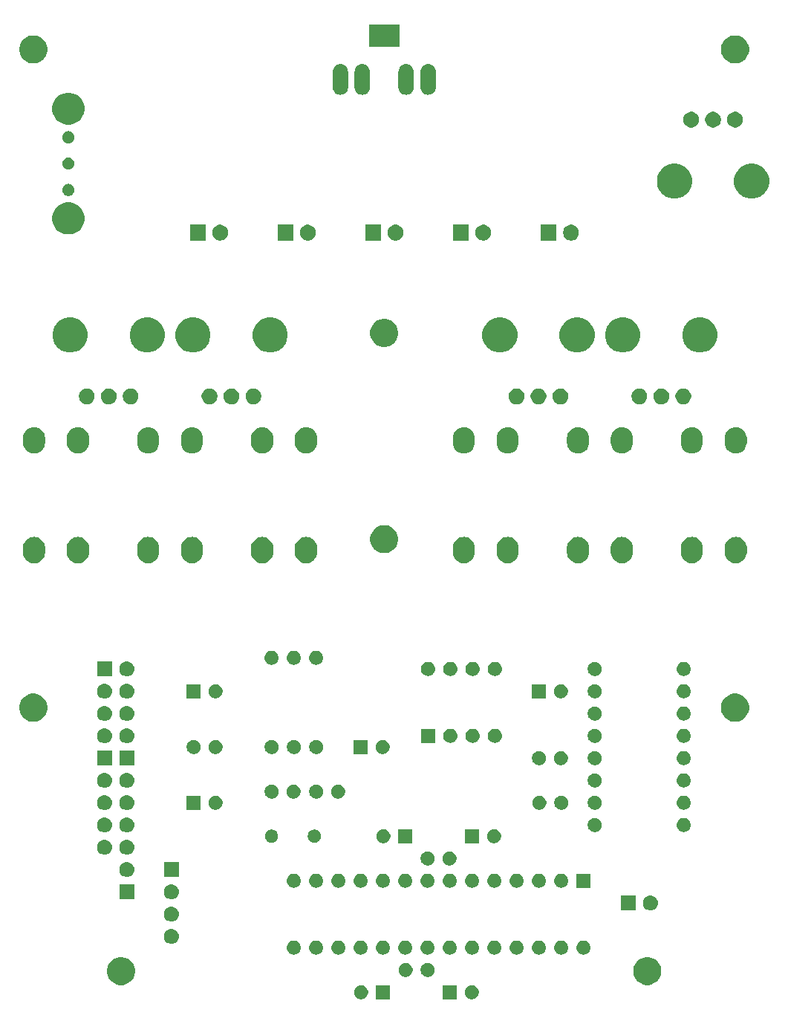
<source format=gbr>
G04 #@! TF.GenerationSoftware,KiCad,Pcbnew,(5.0.1)-3*
G04 #@! TF.CreationDate,2019-06-25T23:54:28+01:00*
G04 #@! TF.ProjectId,drumkid v3,6472756D6B69642076332E6B69636164,03*
G04 #@! TF.SameCoordinates,Original*
G04 #@! TF.FileFunction,Soldermask,Top*
G04 #@! TF.FilePolarity,Negative*
%FSLAX46Y46*%
G04 Gerber Fmt 4.6, Leading zero omitted, Abs format (unit mm)*
G04 Created by KiCad (PCBNEW (5.0.1)-3) date 25/06/2019 23:54:28*
%MOMM*%
%LPD*%
G01*
G04 APERTURE LIST*
%ADD10C,0.100000*%
G04 APERTURE END LIST*
D10*
G36*
X160213352Y-151630743D02*
X160358941Y-151691048D01*
X160489973Y-151778601D01*
X160601399Y-151890027D01*
X160688952Y-152021059D01*
X160749257Y-152166648D01*
X160780000Y-152321205D01*
X160780000Y-152478795D01*
X160749257Y-152633352D01*
X160688952Y-152778941D01*
X160601399Y-152909973D01*
X160489973Y-153021399D01*
X160358941Y-153108952D01*
X160213352Y-153169257D01*
X160058795Y-153200000D01*
X159901205Y-153200000D01*
X159746648Y-153169257D01*
X159601059Y-153108952D01*
X159470027Y-153021399D01*
X159358601Y-152909973D01*
X159271048Y-152778941D01*
X159210743Y-152633352D01*
X159180000Y-152478795D01*
X159180000Y-152321205D01*
X159210743Y-152166648D01*
X159271048Y-152021059D01*
X159358601Y-151890027D01*
X159470027Y-151778601D01*
X159601059Y-151691048D01*
X159746648Y-151630743D01*
X159901205Y-151600000D01*
X160058795Y-151600000D01*
X160213352Y-151630743D01*
X160213352Y-151630743D01*
G37*
G36*
X158280000Y-153200000D02*
X156680000Y-153200000D01*
X156680000Y-151600000D01*
X158280000Y-151600000D01*
X158280000Y-153200000D01*
X158280000Y-153200000D01*
G37*
G36*
X147593352Y-151630743D02*
X147738941Y-151691048D01*
X147869973Y-151778601D01*
X147981399Y-151890027D01*
X148068952Y-152021059D01*
X148129257Y-152166648D01*
X148160000Y-152321205D01*
X148160000Y-152478795D01*
X148129257Y-152633352D01*
X148068952Y-152778941D01*
X147981399Y-152909973D01*
X147869973Y-153021399D01*
X147738941Y-153108952D01*
X147593352Y-153169257D01*
X147438795Y-153200000D01*
X147281205Y-153200000D01*
X147126648Y-153169257D01*
X146981059Y-153108952D01*
X146850027Y-153021399D01*
X146738601Y-152909973D01*
X146651048Y-152778941D01*
X146590743Y-152633352D01*
X146560000Y-152478795D01*
X146560000Y-152321205D01*
X146590743Y-152166648D01*
X146651048Y-152021059D01*
X146738601Y-151890027D01*
X146850027Y-151778601D01*
X146981059Y-151691048D01*
X147126648Y-151630743D01*
X147281205Y-151600000D01*
X147438795Y-151600000D01*
X147593352Y-151630743D01*
X147593352Y-151630743D01*
G37*
G36*
X150660000Y-153200000D02*
X149060000Y-153200000D01*
X149060000Y-151600000D01*
X150660000Y-151600000D01*
X150660000Y-153200000D01*
X150660000Y-153200000D01*
G37*
G36*
X180460649Y-148452577D02*
X180751829Y-148573188D01*
X181013890Y-148748292D01*
X181236745Y-148971147D01*
X181411849Y-149233208D01*
X181532460Y-149524388D01*
X181593946Y-149833503D01*
X181593946Y-150148679D01*
X181532460Y-150457794D01*
X181411849Y-150748974D01*
X181236745Y-151011035D01*
X181013890Y-151233890D01*
X180751829Y-151408994D01*
X180460649Y-151529605D01*
X180151534Y-151591091D01*
X179836358Y-151591091D01*
X179527243Y-151529605D01*
X179236063Y-151408994D01*
X178974002Y-151233890D01*
X178751147Y-151011035D01*
X178576043Y-150748974D01*
X178455432Y-150457794D01*
X178393946Y-150148679D01*
X178393946Y-149833503D01*
X178455432Y-149524388D01*
X178576043Y-149233208D01*
X178751147Y-148971147D01*
X178974002Y-148748292D01*
X179236063Y-148573188D01*
X179527243Y-148452577D01*
X179836358Y-148391091D01*
X180151534Y-148391091D01*
X180460649Y-148452577D01*
X180460649Y-148452577D01*
G37*
G36*
X120460649Y-148452577D02*
X120751829Y-148573188D01*
X121013890Y-148748292D01*
X121236745Y-148971147D01*
X121411849Y-149233208D01*
X121532460Y-149524388D01*
X121593946Y-149833503D01*
X121593946Y-150148679D01*
X121532460Y-150457794D01*
X121411849Y-150748974D01*
X121236745Y-151011035D01*
X121013890Y-151233890D01*
X120751829Y-151408994D01*
X120460649Y-151529605D01*
X120151534Y-151591091D01*
X119836358Y-151591091D01*
X119527243Y-151529605D01*
X119236063Y-151408994D01*
X118974002Y-151233890D01*
X118751147Y-151011035D01*
X118576043Y-150748974D01*
X118455432Y-150457794D01*
X118393946Y-150148679D01*
X118393946Y-149833503D01*
X118455432Y-149524388D01*
X118576043Y-149233208D01*
X118751147Y-148971147D01*
X118974002Y-148748292D01*
X119236063Y-148573188D01*
X119527243Y-148452577D01*
X119836358Y-148391091D01*
X120151534Y-148391091D01*
X120460649Y-148452577D01*
X120460649Y-148452577D01*
G37*
G36*
X152673352Y-149090743D02*
X152818941Y-149151048D01*
X152949973Y-149238601D01*
X153061399Y-149350027D01*
X153148952Y-149481059D01*
X153209257Y-149626648D01*
X153240000Y-149781205D01*
X153240000Y-149938795D01*
X153209257Y-150093352D01*
X153148952Y-150238941D01*
X153061399Y-150369973D01*
X152949973Y-150481399D01*
X152818941Y-150568952D01*
X152673352Y-150629257D01*
X152518795Y-150660000D01*
X152361205Y-150660000D01*
X152206648Y-150629257D01*
X152061059Y-150568952D01*
X151930027Y-150481399D01*
X151818601Y-150369973D01*
X151731048Y-150238941D01*
X151670743Y-150093352D01*
X151640000Y-149938795D01*
X151640000Y-149781205D01*
X151670743Y-149626648D01*
X151731048Y-149481059D01*
X151818601Y-149350027D01*
X151930027Y-149238601D01*
X152061059Y-149151048D01*
X152206648Y-149090743D01*
X152361205Y-149060000D01*
X152518795Y-149060000D01*
X152673352Y-149090743D01*
X152673352Y-149090743D01*
G37*
G36*
X155173352Y-149090743D02*
X155318941Y-149151048D01*
X155449973Y-149238601D01*
X155561399Y-149350027D01*
X155648952Y-149481059D01*
X155709257Y-149626648D01*
X155740000Y-149781205D01*
X155740000Y-149938795D01*
X155709257Y-150093352D01*
X155648952Y-150238941D01*
X155561399Y-150369973D01*
X155449973Y-150481399D01*
X155318941Y-150568952D01*
X155173352Y-150629257D01*
X155018795Y-150660000D01*
X154861205Y-150660000D01*
X154706648Y-150629257D01*
X154561059Y-150568952D01*
X154430027Y-150481399D01*
X154318601Y-150369973D01*
X154231048Y-150238941D01*
X154170743Y-150093352D01*
X154140000Y-149938795D01*
X154140000Y-149781205D01*
X154170743Y-149626648D01*
X154231048Y-149481059D01*
X154318601Y-149350027D01*
X154430027Y-149238601D01*
X154561059Y-149151048D01*
X154706648Y-149090743D01*
X154861205Y-149060000D01*
X155018795Y-149060000D01*
X155173352Y-149090743D01*
X155173352Y-149090743D01*
G37*
G36*
X152517649Y-146527717D02*
X152556827Y-146531576D01*
X152632227Y-146554448D01*
X152707629Y-146577321D01*
X152846608Y-146651608D01*
X152968422Y-146751578D01*
X153068392Y-146873392D01*
X153142679Y-147012371D01*
X153188424Y-147163174D01*
X153203870Y-147320000D01*
X153188424Y-147476826D01*
X153142679Y-147627629D01*
X153068392Y-147766608D01*
X152968422Y-147888422D01*
X152846608Y-147988392D01*
X152707629Y-148062679D01*
X152632228Y-148085551D01*
X152556827Y-148108424D01*
X152517649Y-148112283D01*
X152439295Y-148120000D01*
X152360705Y-148120000D01*
X152282351Y-148112283D01*
X152243173Y-148108424D01*
X152167772Y-148085551D01*
X152092371Y-148062679D01*
X151953392Y-147988392D01*
X151831578Y-147888422D01*
X151731608Y-147766608D01*
X151657321Y-147627629D01*
X151611576Y-147476826D01*
X151596130Y-147320000D01*
X151611576Y-147163174D01*
X151657321Y-147012371D01*
X151731608Y-146873392D01*
X151831578Y-146751578D01*
X151953392Y-146651608D01*
X152092371Y-146577321D01*
X152167773Y-146554448D01*
X152243173Y-146531576D01*
X152282351Y-146527717D01*
X152360705Y-146520000D01*
X152439295Y-146520000D01*
X152517649Y-146527717D01*
X152517649Y-146527717D01*
G37*
G36*
X162677649Y-146527717D02*
X162716827Y-146531576D01*
X162792227Y-146554448D01*
X162867629Y-146577321D01*
X163006608Y-146651608D01*
X163128422Y-146751578D01*
X163228392Y-146873392D01*
X163302679Y-147012371D01*
X163348424Y-147163174D01*
X163363870Y-147320000D01*
X163348424Y-147476826D01*
X163302679Y-147627629D01*
X163228392Y-147766608D01*
X163128422Y-147888422D01*
X163006608Y-147988392D01*
X162867629Y-148062679D01*
X162792228Y-148085551D01*
X162716827Y-148108424D01*
X162677649Y-148112283D01*
X162599295Y-148120000D01*
X162520705Y-148120000D01*
X162442351Y-148112283D01*
X162403173Y-148108424D01*
X162327772Y-148085551D01*
X162252371Y-148062679D01*
X162113392Y-147988392D01*
X161991578Y-147888422D01*
X161891608Y-147766608D01*
X161817321Y-147627629D01*
X161771576Y-147476826D01*
X161756130Y-147320000D01*
X161771576Y-147163174D01*
X161817321Y-147012371D01*
X161891608Y-146873392D01*
X161991578Y-146751578D01*
X162113392Y-146651608D01*
X162252371Y-146577321D01*
X162327773Y-146554448D01*
X162403173Y-146531576D01*
X162442351Y-146527717D01*
X162520705Y-146520000D01*
X162599295Y-146520000D01*
X162677649Y-146527717D01*
X162677649Y-146527717D01*
G37*
G36*
X160137649Y-146527717D02*
X160176827Y-146531576D01*
X160252227Y-146554448D01*
X160327629Y-146577321D01*
X160466608Y-146651608D01*
X160588422Y-146751578D01*
X160688392Y-146873392D01*
X160762679Y-147012371D01*
X160808424Y-147163174D01*
X160823870Y-147320000D01*
X160808424Y-147476826D01*
X160762679Y-147627629D01*
X160688392Y-147766608D01*
X160588422Y-147888422D01*
X160466608Y-147988392D01*
X160327629Y-148062679D01*
X160252228Y-148085551D01*
X160176827Y-148108424D01*
X160137649Y-148112283D01*
X160059295Y-148120000D01*
X159980705Y-148120000D01*
X159902351Y-148112283D01*
X159863173Y-148108424D01*
X159787772Y-148085551D01*
X159712371Y-148062679D01*
X159573392Y-147988392D01*
X159451578Y-147888422D01*
X159351608Y-147766608D01*
X159277321Y-147627629D01*
X159231576Y-147476826D01*
X159216130Y-147320000D01*
X159231576Y-147163174D01*
X159277321Y-147012371D01*
X159351608Y-146873392D01*
X159451578Y-146751578D01*
X159573392Y-146651608D01*
X159712371Y-146577321D01*
X159787773Y-146554448D01*
X159863173Y-146531576D01*
X159902351Y-146527717D01*
X159980705Y-146520000D01*
X160059295Y-146520000D01*
X160137649Y-146527717D01*
X160137649Y-146527717D01*
G37*
G36*
X157597649Y-146527717D02*
X157636827Y-146531576D01*
X157712227Y-146554448D01*
X157787629Y-146577321D01*
X157926608Y-146651608D01*
X158048422Y-146751578D01*
X158148392Y-146873392D01*
X158222679Y-147012371D01*
X158268424Y-147163174D01*
X158283870Y-147320000D01*
X158268424Y-147476826D01*
X158222679Y-147627629D01*
X158148392Y-147766608D01*
X158048422Y-147888422D01*
X157926608Y-147988392D01*
X157787629Y-148062679D01*
X157712228Y-148085551D01*
X157636827Y-148108424D01*
X157597649Y-148112283D01*
X157519295Y-148120000D01*
X157440705Y-148120000D01*
X157362351Y-148112283D01*
X157323173Y-148108424D01*
X157247772Y-148085551D01*
X157172371Y-148062679D01*
X157033392Y-147988392D01*
X156911578Y-147888422D01*
X156811608Y-147766608D01*
X156737321Y-147627629D01*
X156691576Y-147476826D01*
X156676130Y-147320000D01*
X156691576Y-147163174D01*
X156737321Y-147012371D01*
X156811608Y-146873392D01*
X156911578Y-146751578D01*
X157033392Y-146651608D01*
X157172371Y-146577321D01*
X157247773Y-146554448D01*
X157323173Y-146531576D01*
X157362351Y-146527717D01*
X157440705Y-146520000D01*
X157519295Y-146520000D01*
X157597649Y-146527717D01*
X157597649Y-146527717D01*
G37*
G36*
X149977649Y-146527717D02*
X150016827Y-146531576D01*
X150092227Y-146554448D01*
X150167629Y-146577321D01*
X150306608Y-146651608D01*
X150428422Y-146751578D01*
X150528392Y-146873392D01*
X150602679Y-147012371D01*
X150648424Y-147163174D01*
X150663870Y-147320000D01*
X150648424Y-147476826D01*
X150602679Y-147627629D01*
X150528392Y-147766608D01*
X150428422Y-147888422D01*
X150306608Y-147988392D01*
X150167629Y-148062679D01*
X150092228Y-148085551D01*
X150016827Y-148108424D01*
X149977649Y-148112283D01*
X149899295Y-148120000D01*
X149820705Y-148120000D01*
X149742351Y-148112283D01*
X149703173Y-148108424D01*
X149627772Y-148085551D01*
X149552371Y-148062679D01*
X149413392Y-147988392D01*
X149291578Y-147888422D01*
X149191608Y-147766608D01*
X149117321Y-147627629D01*
X149071576Y-147476826D01*
X149056130Y-147320000D01*
X149071576Y-147163174D01*
X149117321Y-147012371D01*
X149191608Y-146873392D01*
X149291578Y-146751578D01*
X149413392Y-146651608D01*
X149552371Y-146577321D01*
X149627773Y-146554448D01*
X149703173Y-146531576D01*
X149742351Y-146527717D01*
X149820705Y-146520000D01*
X149899295Y-146520000D01*
X149977649Y-146527717D01*
X149977649Y-146527717D01*
G37*
G36*
X147437649Y-146527717D02*
X147476827Y-146531576D01*
X147552227Y-146554448D01*
X147627629Y-146577321D01*
X147766608Y-146651608D01*
X147888422Y-146751578D01*
X147988392Y-146873392D01*
X148062679Y-147012371D01*
X148108424Y-147163174D01*
X148123870Y-147320000D01*
X148108424Y-147476826D01*
X148062679Y-147627629D01*
X147988392Y-147766608D01*
X147888422Y-147888422D01*
X147766608Y-147988392D01*
X147627629Y-148062679D01*
X147552228Y-148085551D01*
X147476827Y-148108424D01*
X147437649Y-148112283D01*
X147359295Y-148120000D01*
X147280705Y-148120000D01*
X147202351Y-148112283D01*
X147163173Y-148108424D01*
X147087772Y-148085551D01*
X147012371Y-148062679D01*
X146873392Y-147988392D01*
X146751578Y-147888422D01*
X146651608Y-147766608D01*
X146577321Y-147627629D01*
X146531576Y-147476826D01*
X146516130Y-147320000D01*
X146531576Y-147163174D01*
X146577321Y-147012371D01*
X146651608Y-146873392D01*
X146751578Y-146751578D01*
X146873392Y-146651608D01*
X147012371Y-146577321D01*
X147087773Y-146554448D01*
X147163173Y-146531576D01*
X147202351Y-146527717D01*
X147280705Y-146520000D01*
X147359295Y-146520000D01*
X147437649Y-146527717D01*
X147437649Y-146527717D01*
G37*
G36*
X144897649Y-146527717D02*
X144936827Y-146531576D01*
X145012227Y-146554448D01*
X145087629Y-146577321D01*
X145226608Y-146651608D01*
X145348422Y-146751578D01*
X145448392Y-146873392D01*
X145522679Y-147012371D01*
X145568424Y-147163174D01*
X145583870Y-147320000D01*
X145568424Y-147476826D01*
X145522679Y-147627629D01*
X145448392Y-147766608D01*
X145348422Y-147888422D01*
X145226608Y-147988392D01*
X145087629Y-148062679D01*
X145012228Y-148085551D01*
X144936827Y-148108424D01*
X144897649Y-148112283D01*
X144819295Y-148120000D01*
X144740705Y-148120000D01*
X144662351Y-148112283D01*
X144623173Y-148108424D01*
X144547772Y-148085551D01*
X144472371Y-148062679D01*
X144333392Y-147988392D01*
X144211578Y-147888422D01*
X144111608Y-147766608D01*
X144037321Y-147627629D01*
X143991576Y-147476826D01*
X143976130Y-147320000D01*
X143991576Y-147163174D01*
X144037321Y-147012371D01*
X144111608Y-146873392D01*
X144211578Y-146751578D01*
X144333392Y-146651608D01*
X144472371Y-146577321D01*
X144547773Y-146554448D01*
X144623173Y-146531576D01*
X144662351Y-146527717D01*
X144740705Y-146520000D01*
X144819295Y-146520000D01*
X144897649Y-146527717D01*
X144897649Y-146527717D01*
G37*
G36*
X142357649Y-146527717D02*
X142396827Y-146531576D01*
X142472227Y-146554448D01*
X142547629Y-146577321D01*
X142686608Y-146651608D01*
X142808422Y-146751578D01*
X142908392Y-146873392D01*
X142982679Y-147012371D01*
X143028424Y-147163174D01*
X143043870Y-147320000D01*
X143028424Y-147476826D01*
X142982679Y-147627629D01*
X142908392Y-147766608D01*
X142808422Y-147888422D01*
X142686608Y-147988392D01*
X142547629Y-148062679D01*
X142472228Y-148085551D01*
X142396827Y-148108424D01*
X142357649Y-148112283D01*
X142279295Y-148120000D01*
X142200705Y-148120000D01*
X142122351Y-148112283D01*
X142083173Y-148108424D01*
X142007772Y-148085551D01*
X141932371Y-148062679D01*
X141793392Y-147988392D01*
X141671578Y-147888422D01*
X141571608Y-147766608D01*
X141497321Y-147627629D01*
X141451576Y-147476826D01*
X141436130Y-147320000D01*
X141451576Y-147163174D01*
X141497321Y-147012371D01*
X141571608Y-146873392D01*
X141671578Y-146751578D01*
X141793392Y-146651608D01*
X141932371Y-146577321D01*
X142007773Y-146554448D01*
X142083173Y-146531576D01*
X142122351Y-146527717D01*
X142200705Y-146520000D01*
X142279295Y-146520000D01*
X142357649Y-146527717D01*
X142357649Y-146527717D01*
G37*
G36*
X139817649Y-146527717D02*
X139856827Y-146531576D01*
X139932227Y-146554448D01*
X140007629Y-146577321D01*
X140146608Y-146651608D01*
X140268422Y-146751578D01*
X140368392Y-146873392D01*
X140442679Y-147012371D01*
X140488424Y-147163174D01*
X140503870Y-147320000D01*
X140488424Y-147476826D01*
X140442679Y-147627629D01*
X140368392Y-147766608D01*
X140268422Y-147888422D01*
X140146608Y-147988392D01*
X140007629Y-148062679D01*
X139932228Y-148085551D01*
X139856827Y-148108424D01*
X139817649Y-148112283D01*
X139739295Y-148120000D01*
X139660705Y-148120000D01*
X139582351Y-148112283D01*
X139543173Y-148108424D01*
X139467772Y-148085551D01*
X139392371Y-148062679D01*
X139253392Y-147988392D01*
X139131578Y-147888422D01*
X139031608Y-147766608D01*
X138957321Y-147627629D01*
X138911576Y-147476826D01*
X138896130Y-147320000D01*
X138911576Y-147163174D01*
X138957321Y-147012371D01*
X139031608Y-146873392D01*
X139131578Y-146751578D01*
X139253392Y-146651608D01*
X139392371Y-146577321D01*
X139467773Y-146554448D01*
X139543173Y-146531576D01*
X139582351Y-146527717D01*
X139660705Y-146520000D01*
X139739295Y-146520000D01*
X139817649Y-146527717D01*
X139817649Y-146527717D01*
G37*
G36*
X165217649Y-146527717D02*
X165256827Y-146531576D01*
X165332227Y-146554448D01*
X165407629Y-146577321D01*
X165546608Y-146651608D01*
X165668422Y-146751578D01*
X165768392Y-146873392D01*
X165842679Y-147012371D01*
X165888424Y-147163174D01*
X165903870Y-147320000D01*
X165888424Y-147476826D01*
X165842679Y-147627629D01*
X165768392Y-147766608D01*
X165668422Y-147888422D01*
X165546608Y-147988392D01*
X165407629Y-148062679D01*
X165332228Y-148085551D01*
X165256827Y-148108424D01*
X165217649Y-148112283D01*
X165139295Y-148120000D01*
X165060705Y-148120000D01*
X164982351Y-148112283D01*
X164943173Y-148108424D01*
X164867772Y-148085551D01*
X164792371Y-148062679D01*
X164653392Y-147988392D01*
X164531578Y-147888422D01*
X164431608Y-147766608D01*
X164357321Y-147627629D01*
X164311576Y-147476826D01*
X164296130Y-147320000D01*
X164311576Y-147163174D01*
X164357321Y-147012371D01*
X164431608Y-146873392D01*
X164531578Y-146751578D01*
X164653392Y-146651608D01*
X164792371Y-146577321D01*
X164867773Y-146554448D01*
X164943173Y-146531576D01*
X164982351Y-146527717D01*
X165060705Y-146520000D01*
X165139295Y-146520000D01*
X165217649Y-146527717D01*
X165217649Y-146527717D01*
G37*
G36*
X167757649Y-146527717D02*
X167796827Y-146531576D01*
X167872227Y-146554448D01*
X167947629Y-146577321D01*
X168086608Y-146651608D01*
X168208422Y-146751578D01*
X168308392Y-146873392D01*
X168382679Y-147012371D01*
X168428424Y-147163174D01*
X168443870Y-147320000D01*
X168428424Y-147476826D01*
X168382679Y-147627629D01*
X168308392Y-147766608D01*
X168208422Y-147888422D01*
X168086608Y-147988392D01*
X167947629Y-148062679D01*
X167872228Y-148085551D01*
X167796827Y-148108424D01*
X167757649Y-148112283D01*
X167679295Y-148120000D01*
X167600705Y-148120000D01*
X167522351Y-148112283D01*
X167483173Y-148108424D01*
X167407772Y-148085551D01*
X167332371Y-148062679D01*
X167193392Y-147988392D01*
X167071578Y-147888422D01*
X166971608Y-147766608D01*
X166897321Y-147627629D01*
X166851576Y-147476826D01*
X166836130Y-147320000D01*
X166851576Y-147163174D01*
X166897321Y-147012371D01*
X166971608Y-146873392D01*
X167071578Y-146751578D01*
X167193392Y-146651608D01*
X167332371Y-146577321D01*
X167407773Y-146554448D01*
X167483173Y-146531576D01*
X167522351Y-146527717D01*
X167600705Y-146520000D01*
X167679295Y-146520000D01*
X167757649Y-146527717D01*
X167757649Y-146527717D01*
G37*
G36*
X170297649Y-146527717D02*
X170336827Y-146531576D01*
X170412227Y-146554448D01*
X170487629Y-146577321D01*
X170626608Y-146651608D01*
X170748422Y-146751578D01*
X170848392Y-146873392D01*
X170922679Y-147012371D01*
X170968424Y-147163174D01*
X170983870Y-147320000D01*
X170968424Y-147476826D01*
X170922679Y-147627629D01*
X170848392Y-147766608D01*
X170748422Y-147888422D01*
X170626608Y-147988392D01*
X170487629Y-148062679D01*
X170412228Y-148085551D01*
X170336827Y-148108424D01*
X170297649Y-148112283D01*
X170219295Y-148120000D01*
X170140705Y-148120000D01*
X170062351Y-148112283D01*
X170023173Y-148108424D01*
X169947772Y-148085551D01*
X169872371Y-148062679D01*
X169733392Y-147988392D01*
X169611578Y-147888422D01*
X169511608Y-147766608D01*
X169437321Y-147627629D01*
X169391576Y-147476826D01*
X169376130Y-147320000D01*
X169391576Y-147163174D01*
X169437321Y-147012371D01*
X169511608Y-146873392D01*
X169611578Y-146751578D01*
X169733392Y-146651608D01*
X169872371Y-146577321D01*
X169947773Y-146554448D01*
X170023173Y-146531576D01*
X170062351Y-146527717D01*
X170140705Y-146520000D01*
X170219295Y-146520000D01*
X170297649Y-146527717D01*
X170297649Y-146527717D01*
G37*
G36*
X172837649Y-146527717D02*
X172876827Y-146531576D01*
X172952227Y-146554448D01*
X173027629Y-146577321D01*
X173166608Y-146651608D01*
X173288422Y-146751578D01*
X173388392Y-146873392D01*
X173462679Y-147012371D01*
X173508424Y-147163174D01*
X173523870Y-147320000D01*
X173508424Y-147476826D01*
X173462679Y-147627629D01*
X173388392Y-147766608D01*
X173288422Y-147888422D01*
X173166608Y-147988392D01*
X173027629Y-148062679D01*
X172952228Y-148085551D01*
X172876827Y-148108424D01*
X172837649Y-148112283D01*
X172759295Y-148120000D01*
X172680705Y-148120000D01*
X172602351Y-148112283D01*
X172563173Y-148108424D01*
X172487772Y-148085551D01*
X172412371Y-148062679D01*
X172273392Y-147988392D01*
X172151578Y-147888422D01*
X172051608Y-147766608D01*
X171977321Y-147627629D01*
X171931576Y-147476826D01*
X171916130Y-147320000D01*
X171931576Y-147163174D01*
X171977321Y-147012371D01*
X172051608Y-146873392D01*
X172151578Y-146751578D01*
X172273392Y-146651608D01*
X172412371Y-146577321D01*
X172487773Y-146554448D01*
X172563173Y-146531576D01*
X172602351Y-146527717D01*
X172680705Y-146520000D01*
X172759295Y-146520000D01*
X172837649Y-146527717D01*
X172837649Y-146527717D01*
G37*
G36*
X155057649Y-146527717D02*
X155096827Y-146531576D01*
X155172227Y-146554448D01*
X155247629Y-146577321D01*
X155386608Y-146651608D01*
X155508422Y-146751578D01*
X155608392Y-146873392D01*
X155682679Y-147012371D01*
X155728424Y-147163174D01*
X155743870Y-147320000D01*
X155728424Y-147476826D01*
X155682679Y-147627629D01*
X155608392Y-147766608D01*
X155508422Y-147888422D01*
X155386608Y-147988392D01*
X155247629Y-148062679D01*
X155172228Y-148085551D01*
X155096827Y-148108424D01*
X155057649Y-148112283D01*
X154979295Y-148120000D01*
X154900705Y-148120000D01*
X154822351Y-148112283D01*
X154783173Y-148108424D01*
X154707772Y-148085551D01*
X154632371Y-148062679D01*
X154493392Y-147988392D01*
X154371578Y-147888422D01*
X154271608Y-147766608D01*
X154197321Y-147627629D01*
X154151576Y-147476826D01*
X154136130Y-147320000D01*
X154151576Y-147163174D01*
X154197321Y-147012371D01*
X154271608Y-146873392D01*
X154371578Y-146751578D01*
X154493392Y-146651608D01*
X154632371Y-146577321D01*
X154707773Y-146554448D01*
X154783173Y-146531576D01*
X154822351Y-146527717D01*
X154900705Y-146520000D01*
X154979295Y-146520000D01*
X155057649Y-146527717D01*
X155057649Y-146527717D01*
G37*
G36*
X125896630Y-145212299D02*
X126056855Y-145260903D01*
X126204520Y-145339831D01*
X126333949Y-145446051D01*
X126440169Y-145575480D01*
X126519097Y-145723145D01*
X126567701Y-145883370D01*
X126584112Y-146050000D01*
X126567701Y-146216630D01*
X126519097Y-146376855D01*
X126440169Y-146524520D01*
X126333949Y-146653949D01*
X126204520Y-146760169D01*
X126056855Y-146839097D01*
X125896630Y-146887701D01*
X125771752Y-146900000D01*
X125688248Y-146900000D01*
X125563370Y-146887701D01*
X125403145Y-146839097D01*
X125255480Y-146760169D01*
X125126051Y-146653949D01*
X125019831Y-146524520D01*
X124940903Y-146376855D01*
X124892299Y-146216630D01*
X124875888Y-146050000D01*
X124892299Y-145883370D01*
X124940903Y-145723145D01*
X125019831Y-145575480D01*
X125126051Y-145446051D01*
X125255480Y-145339831D01*
X125403145Y-145260903D01*
X125563370Y-145212299D01*
X125688248Y-145200000D01*
X125771752Y-145200000D01*
X125896630Y-145212299D01*
X125896630Y-145212299D01*
G37*
G36*
X125896630Y-142672299D02*
X126056855Y-142720903D01*
X126204520Y-142799831D01*
X126333949Y-142906051D01*
X126440169Y-143035480D01*
X126519097Y-143183145D01*
X126567701Y-143343370D01*
X126584112Y-143510000D01*
X126567701Y-143676630D01*
X126519097Y-143836855D01*
X126440169Y-143984520D01*
X126333949Y-144113949D01*
X126204520Y-144220169D01*
X126056855Y-144299097D01*
X125896630Y-144347701D01*
X125771752Y-144360000D01*
X125688248Y-144360000D01*
X125563370Y-144347701D01*
X125403145Y-144299097D01*
X125255480Y-144220169D01*
X125126051Y-144113949D01*
X125019831Y-143984520D01*
X124940903Y-143836855D01*
X124892299Y-143676630D01*
X124875888Y-143510000D01*
X124892299Y-143343370D01*
X124940903Y-143183145D01*
X125019831Y-143035480D01*
X125126051Y-142906051D01*
X125255480Y-142799831D01*
X125403145Y-142720903D01*
X125563370Y-142672299D01*
X125688248Y-142660000D01*
X125771752Y-142660000D01*
X125896630Y-142672299D01*
X125896630Y-142672299D01*
G37*
G36*
X178650000Y-143090000D02*
X176950000Y-143090000D01*
X176950000Y-141390000D01*
X178650000Y-141390000D01*
X178650000Y-143090000D01*
X178650000Y-143090000D01*
G37*
G36*
X180506630Y-141402299D02*
X180666855Y-141450903D01*
X180814520Y-141529831D01*
X180943949Y-141636051D01*
X181050169Y-141765480D01*
X181129097Y-141913145D01*
X181177701Y-142073370D01*
X181194112Y-142240000D01*
X181177701Y-142406630D01*
X181129097Y-142566855D01*
X181050169Y-142714520D01*
X180943949Y-142843949D01*
X180814520Y-142950169D01*
X180666855Y-143029097D01*
X180506630Y-143077701D01*
X180381752Y-143090000D01*
X180298248Y-143090000D01*
X180173370Y-143077701D01*
X180013145Y-143029097D01*
X179865480Y-142950169D01*
X179736051Y-142843949D01*
X179629831Y-142714520D01*
X179550903Y-142566855D01*
X179502299Y-142406630D01*
X179485888Y-142240000D01*
X179502299Y-142073370D01*
X179550903Y-141913145D01*
X179629831Y-141765480D01*
X179736051Y-141636051D01*
X179865480Y-141529831D01*
X180013145Y-141450903D01*
X180173370Y-141402299D01*
X180298248Y-141390000D01*
X180381752Y-141390000D01*
X180506630Y-141402299D01*
X180506630Y-141402299D01*
G37*
G36*
X125896630Y-140132299D02*
X126056855Y-140180903D01*
X126204520Y-140259831D01*
X126333949Y-140366051D01*
X126440169Y-140495480D01*
X126519097Y-140643145D01*
X126567701Y-140803370D01*
X126584112Y-140970000D01*
X126567701Y-141136630D01*
X126519097Y-141296855D01*
X126440169Y-141444520D01*
X126333949Y-141573949D01*
X126204520Y-141680169D01*
X126056855Y-141759097D01*
X125896630Y-141807701D01*
X125771752Y-141820000D01*
X125688248Y-141820000D01*
X125563370Y-141807701D01*
X125403145Y-141759097D01*
X125255480Y-141680169D01*
X125126051Y-141573949D01*
X125019831Y-141444520D01*
X124940903Y-141296855D01*
X124892299Y-141136630D01*
X124875888Y-140970000D01*
X124892299Y-140803370D01*
X124940903Y-140643145D01*
X125019831Y-140495480D01*
X125126051Y-140366051D01*
X125255480Y-140259831D01*
X125403145Y-140180903D01*
X125563370Y-140132299D01*
X125688248Y-140120000D01*
X125771752Y-140120000D01*
X125896630Y-140132299D01*
X125896630Y-140132299D01*
G37*
G36*
X121500000Y-141820000D02*
X119800000Y-141820000D01*
X119800000Y-140120000D01*
X121500000Y-140120000D01*
X121500000Y-141820000D01*
X121500000Y-141820000D01*
G37*
G36*
X165217649Y-138907717D02*
X165256827Y-138911576D01*
X165332228Y-138934449D01*
X165407629Y-138957321D01*
X165546608Y-139031608D01*
X165668422Y-139131578D01*
X165768392Y-139253392D01*
X165842679Y-139392371D01*
X165888424Y-139543174D01*
X165903870Y-139700000D01*
X165888424Y-139856826D01*
X165842679Y-140007629D01*
X165768392Y-140146608D01*
X165668422Y-140268422D01*
X165546608Y-140368392D01*
X165407629Y-140442679D01*
X165332227Y-140465552D01*
X165256827Y-140488424D01*
X165217649Y-140492283D01*
X165139295Y-140500000D01*
X165060705Y-140500000D01*
X164982351Y-140492283D01*
X164943173Y-140488424D01*
X164867772Y-140465551D01*
X164792371Y-140442679D01*
X164653392Y-140368392D01*
X164531578Y-140268422D01*
X164431608Y-140146608D01*
X164357321Y-140007629D01*
X164311576Y-139856826D01*
X164296130Y-139700000D01*
X164311576Y-139543174D01*
X164357321Y-139392371D01*
X164431608Y-139253392D01*
X164531578Y-139131578D01*
X164653392Y-139031608D01*
X164792371Y-138957321D01*
X164867773Y-138934448D01*
X164943173Y-138911576D01*
X164982351Y-138907717D01*
X165060705Y-138900000D01*
X165139295Y-138900000D01*
X165217649Y-138907717D01*
X165217649Y-138907717D01*
G37*
G36*
X139817649Y-138907717D02*
X139856827Y-138911576D01*
X139932228Y-138934449D01*
X140007629Y-138957321D01*
X140146608Y-139031608D01*
X140268422Y-139131578D01*
X140368392Y-139253392D01*
X140442679Y-139392371D01*
X140488424Y-139543174D01*
X140503870Y-139700000D01*
X140488424Y-139856826D01*
X140442679Y-140007629D01*
X140368392Y-140146608D01*
X140268422Y-140268422D01*
X140146608Y-140368392D01*
X140007629Y-140442679D01*
X139932227Y-140465552D01*
X139856827Y-140488424D01*
X139817649Y-140492283D01*
X139739295Y-140500000D01*
X139660705Y-140500000D01*
X139582351Y-140492283D01*
X139543173Y-140488424D01*
X139467772Y-140465551D01*
X139392371Y-140442679D01*
X139253392Y-140368392D01*
X139131578Y-140268422D01*
X139031608Y-140146608D01*
X138957321Y-140007629D01*
X138911576Y-139856826D01*
X138896130Y-139700000D01*
X138911576Y-139543174D01*
X138957321Y-139392371D01*
X139031608Y-139253392D01*
X139131578Y-139131578D01*
X139253392Y-139031608D01*
X139392371Y-138957321D01*
X139467773Y-138934448D01*
X139543173Y-138911576D01*
X139582351Y-138907717D01*
X139660705Y-138900000D01*
X139739295Y-138900000D01*
X139817649Y-138907717D01*
X139817649Y-138907717D01*
G37*
G36*
X155057649Y-138907717D02*
X155096827Y-138911576D01*
X155172228Y-138934449D01*
X155247629Y-138957321D01*
X155386608Y-139031608D01*
X155508422Y-139131578D01*
X155608392Y-139253392D01*
X155682679Y-139392371D01*
X155728424Y-139543174D01*
X155743870Y-139700000D01*
X155728424Y-139856826D01*
X155682679Y-140007629D01*
X155608392Y-140146608D01*
X155508422Y-140268422D01*
X155386608Y-140368392D01*
X155247629Y-140442679D01*
X155172227Y-140465552D01*
X155096827Y-140488424D01*
X155057649Y-140492283D01*
X154979295Y-140500000D01*
X154900705Y-140500000D01*
X154822351Y-140492283D01*
X154783173Y-140488424D01*
X154707772Y-140465551D01*
X154632371Y-140442679D01*
X154493392Y-140368392D01*
X154371578Y-140268422D01*
X154271608Y-140146608D01*
X154197321Y-140007629D01*
X154151576Y-139856826D01*
X154136130Y-139700000D01*
X154151576Y-139543174D01*
X154197321Y-139392371D01*
X154271608Y-139253392D01*
X154371578Y-139131578D01*
X154493392Y-139031608D01*
X154632371Y-138957321D01*
X154707773Y-138934448D01*
X154783173Y-138911576D01*
X154822351Y-138907717D01*
X154900705Y-138900000D01*
X154979295Y-138900000D01*
X155057649Y-138907717D01*
X155057649Y-138907717D01*
G37*
G36*
X157597649Y-138907717D02*
X157636827Y-138911576D01*
X157712228Y-138934449D01*
X157787629Y-138957321D01*
X157926608Y-139031608D01*
X158048422Y-139131578D01*
X158148392Y-139253392D01*
X158222679Y-139392371D01*
X158268424Y-139543174D01*
X158283870Y-139700000D01*
X158268424Y-139856826D01*
X158222679Y-140007629D01*
X158148392Y-140146608D01*
X158048422Y-140268422D01*
X157926608Y-140368392D01*
X157787629Y-140442679D01*
X157712227Y-140465552D01*
X157636827Y-140488424D01*
X157597649Y-140492283D01*
X157519295Y-140500000D01*
X157440705Y-140500000D01*
X157362351Y-140492283D01*
X157323173Y-140488424D01*
X157247772Y-140465551D01*
X157172371Y-140442679D01*
X157033392Y-140368392D01*
X156911578Y-140268422D01*
X156811608Y-140146608D01*
X156737321Y-140007629D01*
X156691576Y-139856826D01*
X156676130Y-139700000D01*
X156691576Y-139543174D01*
X156737321Y-139392371D01*
X156811608Y-139253392D01*
X156911578Y-139131578D01*
X157033392Y-139031608D01*
X157172371Y-138957321D01*
X157247773Y-138934448D01*
X157323173Y-138911576D01*
X157362351Y-138907717D01*
X157440705Y-138900000D01*
X157519295Y-138900000D01*
X157597649Y-138907717D01*
X157597649Y-138907717D01*
G37*
G36*
X144897649Y-138907717D02*
X144936827Y-138911576D01*
X145012228Y-138934449D01*
X145087629Y-138957321D01*
X145226608Y-139031608D01*
X145348422Y-139131578D01*
X145448392Y-139253392D01*
X145522679Y-139392371D01*
X145568424Y-139543174D01*
X145583870Y-139700000D01*
X145568424Y-139856826D01*
X145522679Y-140007629D01*
X145448392Y-140146608D01*
X145348422Y-140268422D01*
X145226608Y-140368392D01*
X145087629Y-140442679D01*
X145012227Y-140465552D01*
X144936827Y-140488424D01*
X144897649Y-140492283D01*
X144819295Y-140500000D01*
X144740705Y-140500000D01*
X144662351Y-140492283D01*
X144623173Y-140488424D01*
X144547772Y-140465551D01*
X144472371Y-140442679D01*
X144333392Y-140368392D01*
X144211578Y-140268422D01*
X144111608Y-140146608D01*
X144037321Y-140007629D01*
X143991576Y-139856826D01*
X143976130Y-139700000D01*
X143991576Y-139543174D01*
X144037321Y-139392371D01*
X144111608Y-139253392D01*
X144211578Y-139131578D01*
X144333392Y-139031608D01*
X144472371Y-138957321D01*
X144547773Y-138934448D01*
X144623173Y-138911576D01*
X144662351Y-138907717D01*
X144740705Y-138900000D01*
X144819295Y-138900000D01*
X144897649Y-138907717D01*
X144897649Y-138907717D01*
G37*
G36*
X152517649Y-138907717D02*
X152556827Y-138911576D01*
X152632228Y-138934449D01*
X152707629Y-138957321D01*
X152846608Y-139031608D01*
X152968422Y-139131578D01*
X153068392Y-139253392D01*
X153142679Y-139392371D01*
X153188424Y-139543174D01*
X153203870Y-139700000D01*
X153188424Y-139856826D01*
X153142679Y-140007629D01*
X153068392Y-140146608D01*
X152968422Y-140268422D01*
X152846608Y-140368392D01*
X152707629Y-140442679D01*
X152632227Y-140465552D01*
X152556827Y-140488424D01*
X152517649Y-140492283D01*
X152439295Y-140500000D01*
X152360705Y-140500000D01*
X152282351Y-140492283D01*
X152243173Y-140488424D01*
X152167772Y-140465551D01*
X152092371Y-140442679D01*
X151953392Y-140368392D01*
X151831578Y-140268422D01*
X151731608Y-140146608D01*
X151657321Y-140007629D01*
X151611576Y-139856826D01*
X151596130Y-139700000D01*
X151611576Y-139543174D01*
X151657321Y-139392371D01*
X151731608Y-139253392D01*
X151831578Y-139131578D01*
X151953392Y-139031608D01*
X152092371Y-138957321D01*
X152167773Y-138934448D01*
X152243173Y-138911576D01*
X152282351Y-138907717D01*
X152360705Y-138900000D01*
X152439295Y-138900000D01*
X152517649Y-138907717D01*
X152517649Y-138907717D01*
G37*
G36*
X149977649Y-138907717D02*
X150016827Y-138911576D01*
X150092228Y-138934449D01*
X150167629Y-138957321D01*
X150306608Y-139031608D01*
X150428422Y-139131578D01*
X150528392Y-139253392D01*
X150602679Y-139392371D01*
X150648424Y-139543174D01*
X150663870Y-139700000D01*
X150648424Y-139856826D01*
X150602679Y-140007629D01*
X150528392Y-140146608D01*
X150428422Y-140268422D01*
X150306608Y-140368392D01*
X150167629Y-140442679D01*
X150092227Y-140465552D01*
X150016827Y-140488424D01*
X149977649Y-140492283D01*
X149899295Y-140500000D01*
X149820705Y-140500000D01*
X149742351Y-140492283D01*
X149703173Y-140488424D01*
X149627772Y-140465551D01*
X149552371Y-140442679D01*
X149413392Y-140368392D01*
X149291578Y-140268422D01*
X149191608Y-140146608D01*
X149117321Y-140007629D01*
X149071576Y-139856826D01*
X149056130Y-139700000D01*
X149071576Y-139543174D01*
X149117321Y-139392371D01*
X149191608Y-139253392D01*
X149291578Y-139131578D01*
X149413392Y-139031608D01*
X149552371Y-138957321D01*
X149627773Y-138934448D01*
X149703173Y-138911576D01*
X149742351Y-138907717D01*
X149820705Y-138900000D01*
X149899295Y-138900000D01*
X149977649Y-138907717D01*
X149977649Y-138907717D01*
G37*
G36*
X160137649Y-138907717D02*
X160176827Y-138911576D01*
X160252228Y-138934449D01*
X160327629Y-138957321D01*
X160466608Y-139031608D01*
X160588422Y-139131578D01*
X160688392Y-139253392D01*
X160762679Y-139392371D01*
X160808424Y-139543174D01*
X160823870Y-139700000D01*
X160808424Y-139856826D01*
X160762679Y-140007629D01*
X160688392Y-140146608D01*
X160588422Y-140268422D01*
X160466608Y-140368392D01*
X160327629Y-140442679D01*
X160252227Y-140465552D01*
X160176827Y-140488424D01*
X160137649Y-140492283D01*
X160059295Y-140500000D01*
X159980705Y-140500000D01*
X159902351Y-140492283D01*
X159863173Y-140488424D01*
X159787772Y-140465551D01*
X159712371Y-140442679D01*
X159573392Y-140368392D01*
X159451578Y-140268422D01*
X159351608Y-140146608D01*
X159277321Y-140007629D01*
X159231576Y-139856826D01*
X159216130Y-139700000D01*
X159231576Y-139543174D01*
X159277321Y-139392371D01*
X159351608Y-139253392D01*
X159451578Y-139131578D01*
X159573392Y-139031608D01*
X159712371Y-138957321D01*
X159787773Y-138934448D01*
X159863173Y-138911576D01*
X159902351Y-138907717D01*
X159980705Y-138900000D01*
X160059295Y-138900000D01*
X160137649Y-138907717D01*
X160137649Y-138907717D01*
G37*
G36*
X173520000Y-140500000D02*
X171920000Y-140500000D01*
X171920000Y-138900000D01*
X173520000Y-138900000D01*
X173520000Y-140500000D01*
X173520000Y-140500000D01*
G37*
G36*
X162677649Y-138907717D02*
X162716827Y-138911576D01*
X162792228Y-138934449D01*
X162867629Y-138957321D01*
X163006608Y-139031608D01*
X163128422Y-139131578D01*
X163228392Y-139253392D01*
X163302679Y-139392371D01*
X163348424Y-139543174D01*
X163363870Y-139700000D01*
X163348424Y-139856826D01*
X163302679Y-140007629D01*
X163228392Y-140146608D01*
X163128422Y-140268422D01*
X163006608Y-140368392D01*
X162867629Y-140442679D01*
X162792227Y-140465552D01*
X162716827Y-140488424D01*
X162677649Y-140492283D01*
X162599295Y-140500000D01*
X162520705Y-140500000D01*
X162442351Y-140492283D01*
X162403173Y-140488424D01*
X162327772Y-140465551D01*
X162252371Y-140442679D01*
X162113392Y-140368392D01*
X161991578Y-140268422D01*
X161891608Y-140146608D01*
X161817321Y-140007629D01*
X161771576Y-139856826D01*
X161756130Y-139700000D01*
X161771576Y-139543174D01*
X161817321Y-139392371D01*
X161891608Y-139253392D01*
X161991578Y-139131578D01*
X162113392Y-139031608D01*
X162252371Y-138957321D01*
X162327773Y-138934448D01*
X162403173Y-138911576D01*
X162442351Y-138907717D01*
X162520705Y-138900000D01*
X162599295Y-138900000D01*
X162677649Y-138907717D01*
X162677649Y-138907717D01*
G37*
G36*
X142357649Y-138907717D02*
X142396827Y-138911576D01*
X142472228Y-138934449D01*
X142547629Y-138957321D01*
X142686608Y-139031608D01*
X142808422Y-139131578D01*
X142908392Y-139253392D01*
X142982679Y-139392371D01*
X143028424Y-139543174D01*
X143043870Y-139700000D01*
X143028424Y-139856826D01*
X142982679Y-140007629D01*
X142908392Y-140146608D01*
X142808422Y-140268422D01*
X142686608Y-140368392D01*
X142547629Y-140442679D01*
X142472227Y-140465552D01*
X142396827Y-140488424D01*
X142357649Y-140492283D01*
X142279295Y-140500000D01*
X142200705Y-140500000D01*
X142122351Y-140492283D01*
X142083173Y-140488424D01*
X142007772Y-140465551D01*
X141932371Y-140442679D01*
X141793392Y-140368392D01*
X141671578Y-140268422D01*
X141571608Y-140146608D01*
X141497321Y-140007629D01*
X141451576Y-139856826D01*
X141436130Y-139700000D01*
X141451576Y-139543174D01*
X141497321Y-139392371D01*
X141571608Y-139253392D01*
X141671578Y-139131578D01*
X141793392Y-139031608D01*
X141932371Y-138957321D01*
X142007773Y-138934448D01*
X142083173Y-138911576D01*
X142122351Y-138907717D01*
X142200705Y-138900000D01*
X142279295Y-138900000D01*
X142357649Y-138907717D01*
X142357649Y-138907717D01*
G37*
G36*
X170297649Y-138907717D02*
X170336827Y-138911576D01*
X170412228Y-138934449D01*
X170487629Y-138957321D01*
X170626608Y-139031608D01*
X170748422Y-139131578D01*
X170848392Y-139253392D01*
X170922679Y-139392371D01*
X170968424Y-139543174D01*
X170983870Y-139700000D01*
X170968424Y-139856826D01*
X170922679Y-140007629D01*
X170848392Y-140146608D01*
X170748422Y-140268422D01*
X170626608Y-140368392D01*
X170487629Y-140442679D01*
X170412227Y-140465552D01*
X170336827Y-140488424D01*
X170297649Y-140492283D01*
X170219295Y-140500000D01*
X170140705Y-140500000D01*
X170062351Y-140492283D01*
X170023173Y-140488424D01*
X169947772Y-140465551D01*
X169872371Y-140442679D01*
X169733392Y-140368392D01*
X169611578Y-140268422D01*
X169511608Y-140146608D01*
X169437321Y-140007629D01*
X169391576Y-139856826D01*
X169376130Y-139700000D01*
X169391576Y-139543174D01*
X169437321Y-139392371D01*
X169511608Y-139253392D01*
X169611578Y-139131578D01*
X169733392Y-139031608D01*
X169872371Y-138957321D01*
X169947773Y-138934448D01*
X170023173Y-138911576D01*
X170062351Y-138907717D01*
X170140705Y-138900000D01*
X170219295Y-138900000D01*
X170297649Y-138907717D01*
X170297649Y-138907717D01*
G37*
G36*
X167757649Y-138907717D02*
X167796827Y-138911576D01*
X167872228Y-138934449D01*
X167947629Y-138957321D01*
X168086608Y-139031608D01*
X168208422Y-139131578D01*
X168308392Y-139253392D01*
X168382679Y-139392371D01*
X168428424Y-139543174D01*
X168443870Y-139700000D01*
X168428424Y-139856826D01*
X168382679Y-140007629D01*
X168308392Y-140146608D01*
X168208422Y-140268422D01*
X168086608Y-140368392D01*
X167947629Y-140442679D01*
X167872227Y-140465552D01*
X167796827Y-140488424D01*
X167757649Y-140492283D01*
X167679295Y-140500000D01*
X167600705Y-140500000D01*
X167522351Y-140492283D01*
X167483173Y-140488424D01*
X167407772Y-140465551D01*
X167332371Y-140442679D01*
X167193392Y-140368392D01*
X167071578Y-140268422D01*
X166971608Y-140146608D01*
X166897321Y-140007629D01*
X166851576Y-139856826D01*
X166836130Y-139700000D01*
X166851576Y-139543174D01*
X166897321Y-139392371D01*
X166971608Y-139253392D01*
X167071578Y-139131578D01*
X167193392Y-139031608D01*
X167332371Y-138957321D01*
X167407773Y-138934448D01*
X167483173Y-138911576D01*
X167522351Y-138907717D01*
X167600705Y-138900000D01*
X167679295Y-138900000D01*
X167757649Y-138907717D01*
X167757649Y-138907717D01*
G37*
G36*
X147437649Y-138907717D02*
X147476827Y-138911576D01*
X147552228Y-138934449D01*
X147627629Y-138957321D01*
X147766608Y-139031608D01*
X147888422Y-139131578D01*
X147988392Y-139253392D01*
X148062679Y-139392371D01*
X148108424Y-139543174D01*
X148123870Y-139700000D01*
X148108424Y-139856826D01*
X148062679Y-140007629D01*
X147988392Y-140146608D01*
X147888422Y-140268422D01*
X147766608Y-140368392D01*
X147627629Y-140442679D01*
X147552227Y-140465552D01*
X147476827Y-140488424D01*
X147437649Y-140492283D01*
X147359295Y-140500000D01*
X147280705Y-140500000D01*
X147202351Y-140492283D01*
X147163173Y-140488424D01*
X147087772Y-140465551D01*
X147012371Y-140442679D01*
X146873392Y-140368392D01*
X146751578Y-140268422D01*
X146651608Y-140146608D01*
X146577321Y-140007629D01*
X146531576Y-139856826D01*
X146516130Y-139700000D01*
X146531576Y-139543174D01*
X146577321Y-139392371D01*
X146651608Y-139253392D01*
X146751578Y-139131578D01*
X146873392Y-139031608D01*
X147012371Y-138957321D01*
X147087773Y-138934448D01*
X147163173Y-138911576D01*
X147202351Y-138907717D01*
X147280705Y-138900000D01*
X147359295Y-138900000D01*
X147437649Y-138907717D01*
X147437649Y-138907717D01*
G37*
G36*
X126580000Y-139280000D02*
X124880000Y-139280000D01*
X124880000Y-137580000D01*
X126580000Y-137580000D01*
X126580000Y-139280000D01*
X126580000Y-139280000D01*
G37*
G36*
X120816630Y-137592299D02*
X120976855Y-137640903D01*
X121124520Y-137719831D01*
X121253949Y-137826051D01*
X121360169Y-137955480D01*
X121439097Y-138103145D01*
X121487701Y-138263370D01*
X121504112Y-138430000D01*
X121487701Y-138596630D01*
X121439097Y-138756855D01*
X121360169Y-138904520D01*
X121253949Y-139033949D01*
X121124520Y-139140169D01*
X120976855Y-139219097D01*
X120816630Y-139267701D01*
X120691752Y-139280000D01*
X120608248Y-139280000D01*
X120483370Y-139267701D01*
X120323145Y-139219097D01*
X120175480Y-139140169D01*
X120046051Y-139033949D01*
X119939831Y-138904520D01*
X119860903Y-138756855D01*
X119812299Y-138596630D01*
X119795888Y-138430000D01*
X119812299Y-138263370D01*
X119860903Y-138103145D01*
X119939831Y-137955480D01*
X120046051Y-137826051D01*
X120175480Y-137719831D01*
X120323145Y-137640903D01*
X120483370Y-137592299D01*
X120608248Y-137580000D01*
X120691752Y-137580000D01*
X120816630Y-137592299D01*
X120816630Y-137592299D01*
G37*
G36*
X155173352Y-136390743D02*
X155318941Y-136451048D01*
X155449973Y-136538601D01*
X155561399Y-136650027D01*
X155648952Y-136781059D01*
X155709257Y-136926648D01*
X155740000Y-137081205D01*
X155740000Y-137238795D01*
X155709257Y-137393352D01*
X155648952Y-137538941D01*
X155561399Y-137669973D01*
X155449973Y-137781399D01*
X155318941Y-137868952D01*
X155173352Y-137929257D01*
X155018795Y-137960000D01*
X154861205Y-137960000D01*
X154706648Y-137929257D01*
X154561059Y-137868952D01*
X154430027Y-137781399D01*
X154318601Y-137669973D01*
X154231048Y-137538941D01*
X154170743Y-137393352D01*
X154140000Y-137238795D01*
X154140000Y-137081205D01*
X154170743Y-136926648D01*
X154231048Y-136781059D01*
X154318601Y-136650027D01*
X154430027Y-136538601D01*
X154561059Y-136451048D01*
X154706648Y-136390743D01*
X154861205Y-136360000D01*
X155018795Y-136360000D01*
X155173352Y-136390743D01*
X155173352Y-136390743D01*
G37*
G36*
X157673352Y-136390743D02*
X157818941Y-136451048D01*
X157949973Y-136538601D01*
X158061399Y-136650027D01*
X158148952Y-136781059D01*
X158209257Y-136926648D01*
X158240000Y-137081205D01*
X158240000Y-137238795D01*
X158209257Y-137393352D01*
X158148952Y-137538941D01*
X158061399Y-137669973D01*
X157949973Y-137781399D01*
X157818941Y-137868952D01*
X157673352Y-137929257D01*
X157518795Y-137960000D01*
X157361205Y-137960000D01*
X157206648Y-137929257D01*
X157061059Y-137868952D01*
X156930027Y-137781399D01*
X156818601Y-137669973D01*
X156731048Y-137538941D01*
X156670743Y-137393352D01*
X156640000Y-137238795D01*
X156640000Y-137081205D01*
X156670743Y-136926648D01*
X156731048Y-136781059D01*
X156818601Y-136650027D01*
X156930027Y-136538601D01*
X157061059Y-136451048D01*
X157206648Y-136390743D01*
X157361205Y-136360000D01*
X157518795Y-136360000D01*
X157673352Y-136390743D01*
X157673352Y-136390743D01*
G37*
G36*
X120816630Y-135052299D02*
X120976855Y-135100903D01*
X121124520Y-135179831D01*
X121253949Y-135286051D01*
X121360169Y-135415480D01*
X121439097Y-135563145D01*
X121487701Y-135723370D01*
X121504112Y-135890000D01*
X121487701Y-136056630D01*
X121439097Y-136216855D01*
X121360169Y-136364520D01*
X121253949Y-136493949D01*
X121124520Y-136600169D01*
X120976855Y-136679097D01*
X120816630Y-136727701D01*
X120691752Y-136740000D01*
X120608248Y-136740000D01*
X120483370Y-136727701D01*
X120323145Y-136679097D01*
X120175480Y-136600169D01*
X120046051Y-136493949D01*
X119939831Y-136364520D01*
X119860903Y-136216855D01*
X119812299Y-136056630D01*
X119795888Y-135890000D01*
X119812299Y-135723370D01*
X119860903Y-135563145D01*
X119939831Y-135415480D01*
X120046051Y-135286051D01*
X120175480Y-135179831D01*
X120323145Y-135100903D01*
X120483370Y-135052299D01*
X120608248Y-135040000D01*
X120691752Y-135040000D01*
X120816630Y-135052299D01*
X120816630Y-135052299D01*
G37*
G36*
X118276630Y-135052299D02*
X118436855Y-135100903D01*
X118584520Y-135179831D01*
X118713949Y-135286051D01*
X118820169Y-135415480D01*
X118899097Y-135563145D01*
X118947701Y-135723370D01*
X118964112Y-135890000D01*
X118947701Y-136056630D01*
X118899097Y-136216855D01*
X118820169Y-136364520D01*
X118713949Y-136493949D01*
X118584520Y-136600169D01*
X118436855Y-136679097D01*
X118276630Y-136727701D01*
X118151752Y-136740000D01*
X118068248Y-136740000D01*
X117943370Y-136727701D01*
X117783145Y-136679097D01*
X117635480Y-136600169D01*
X117506051Y-136493949D01*
X117399831Y-136364520D01*
X117320903Y-136216855D01*
X117272299Y-136056630D01*
X117255888Y-135890000D01*
X117272299Y-135723370D01*
X117320903Y-135563145D01*
X117399831Y-135415480D01*
X117506051Y-135286051D01*
X117635480Y-135179831D01*
X117783145Y-135100903D01*
X117943370Y-135052299D01*
X118068248Y-135040000D01*
X118151752Y-135040000D01*
X118276630Y-135052299D01*
X118276630Y-135052299D01*
G37*
G36*
X160820000Y-135420000D02*
X159220000Y-135420000D01*
X159220000Y-133820000D01*
X160820000Y-133820000D01*
X160820000Y-135420000D01*
X160820000Y-135420000D01*
G37*
G36*
X153200000Y-135420000D02*
X151600000Y-135420000D01*
X151600000Y-133820000D01*
X153200000Y-133820000D01*
X153200000Y-135420000D01*
X153200000Y-135420000D01*
G37*
G36*
X162753352Y-133850743D02*
X162898941Y-133911048D01*
X163029973Y-133998601D01*
X163141399Y-134110027D01*
X163228952Y-134241059D01*
X163289257Y-134386648D01*
X163320000Y-134541205D01*
X163320000Y-134698795D01*
X163289257Y-134853352D01*
X163228952Y-134998941D01*
X163141399Y-135129973D01*
X163029973Y-135241399D01*
X162898941Y-135328952D01*
X162753352Y-135389257D01*
X162598795Y-135420000D01*
X162441205Y-135420000D01*
X162286648Y-135389257D01*
X162141059Y-135328952D01*
X162010027Y-135241399D01*
X161898601Y-135129973D01*
X161811048Y-134998941D01*
X161750743Y-134853352D01*
X161720000Y-134698795D01*
X161720000Y-134541205D01*
X161750743Y-134386648D01*
X161811048Y-134241059D01*
X161898601Y-134110027D01*
X162010027Y-133998601D01*
X162141059Y-133911048D01*
X162286648Y-133850743D01*
X162441205Y-133820000D01*
X162598795Y-133820000D01*
X162753352Y-133850743D01*
X162753352Y-133850743D01*
G37*
G36*
X150133352Y-133850743D02*
X150278941Y-133911048D01*
X150409973Y-133998601D01*
X150521399Y-134110027D01*
X150608952Y-134241059D01*
X150669257Y-134386648D01*
X150700000Y-134541205D01*
X150700000Y-134698795D01*
X150669257Y-134853352D01*
X150608952Y-134998941D01*
X150521399Y-135129973D01*
X150409973Y-135241399D01*
X150278941Y-135328952D01*
X150133352Y-135389257D01*
X149978795Y-135420000D01*
X149821205Y-135420000D01*
X149666648Y-135389257D01*
X149521059Y-135328952D01*
X149390027Y-135241399D01*
X149278601Y-135129973D01*
X149191048Y-134998941D01*
X149130743Y-134853352D01*
X149100000Y-134698795D01*
X149100000Y-134541205D01*
X149130743Y-134386648D01*
X149191048Y-134241059D01*
X149278601Y-134110027D01*
X149390027Y-133998601D01*
X149521059Y-133911048D01*
X149666648Y-133850743D01*
X149821205Y-133820000D01*
X149978795Y-133820000D01*
X150133352Y-133850743D01*
X150133352Y-133850743D01*
G37*
G36*
X142186318Y-133884411D02*
X142258767Y-133898822D01*
X142288285Y-133911049D01*
X142395257Y-133955358D01*
X142518100Y-134037439D01*
X142622561Y-134141900D01*
X142704642Y-134264743D01*
X142737760Y-134344697D01*
X142761178Y-134401233D01*
X142790000Y-134546131D01*
X142790000Y-134693869D01*
X142761178Y-134838767D01*
X142737760Y-134895303D01*
X142704642Y-134975257D01*
X142622561Y-135098100D01*
X142518100Y-135202561D01*
X142395257Y-135284642D01*
X142315303Y-135317760D01*
X142258767Y-135341178D01*
X142186318Y-135355589D01*
X142113870Y-135370000D01*
X141966130Y-135370000D01*
X141893682Y-135355589D01*
X141821233Y-135341178D01*
X141764697Y-135317760D01*
X141684743Y-135284642D01*
X141561900Y-135202561D01*
X141457439Y-135098100D01*
X141375358Y-134975257D01*
X141342240Y-134895303D01*
X141318822Y-134838767D01*
X141290000Y-134693869D01*
X141290000Y-134546131D01*
X141318822Y-134401233D01*
X141342240Y-134344697D01*
X141375358Y-134264743D01*
X141457439Y-134141900D01*
X141561900Y-134037439D01*
X141684743Y-133955358D01*
X141791715Y-133911049D01*
X141821233Y-133898822D01*
X141893682Y-133884411D01*
X141966130Y-133870000D01*
X142113870Y-133870000D01*
X142186318Y-133884411D01*
X142186318Y-133884411D01*
G37*
G36*
X137306318Y-133884411D02*
X137378767Y-133898822D01*
X137408285Y-133911049D01*
X137515257Y-133955358D01*
X137638100Y-134037439D01*
X137742561Y-134141900D01*
X137824642Y-134264743D01*
X137857760Y-134344697D01*
X137881178Y-134401233D01*
X137910000Y-134546131D01*
X137910000Y-134693869D01*
X137881178Y-134838767D01*
X137857760Y-134895303D01*
X137824642Y-134975257D01*
X137742561Y-135098100D01*
X137638100Y-135202561D01*
X137515257Y-135284642D01*
X137435303Y-135317760D01*
X137378767Y-135341178D01*
X137306318Y-135355589D01*
X137233870Y-135370000D01*
X137086130Y-135370000D01*
X137013682Y-135355589D01*
X136941233Y-135341178D01*
X136884697Y-135317760D01*
X136804743Y-135284642D01*
X136681900Y-135202561D01*
X136577439Y-135098100D01*
X136495358Y-134975257D01*
X136462240Y-134895303D01*
X136438822Y-134838767D01*
X136410000Y-134693869D01*
X136410000Y-134546131D01*
X136438822Y-134401233D01*
X136462240Y-134344697D01*
X136495358Y-134264743D01*
X136577439Y-134141900D01*
X136681900Y-134037439D01*
X136804743Y-133955358D01*
X136911715Y-133911049D01*
X136941233Y-133898822D01*
X137013682Y-133884411D01*
X137086130Y-133870000D01*
X137233870Y-133870000D01*
X137306318Y-133884411D01*
X137306318Y-133884411D01*
G37*
G36*
X118276630Y-132512299D02*
X118436855Y-132560903D01*
X118584520Y-132639831D01*
X118713949Y-132746051D01*
X118820169Y-132875480D01*
X118899097Y-133023145D01*
X118947701Y-133183370D01*
X118964112Y-133350000D01*
X118947701Y-133516630D01*
X118899097Y-133676855D01*
X118820169Y-133824520D01*
X118713949Y-133953949D01*
X118584520Y-134060169D01*
X118436855Y-134139097D01*
X118276630Y-134187701D01*
X118151752Y-134200000D01*
X118068248Y-134200000D01*
X117943370Y-134187701D01*
X117783145Y-134139097D01*
X117635480Y-134060169D01*
X117506051Y-133953949D01*
X117399831Y-133824520D01*
X117320903Y-133676855D01*
X117272299Y-133516630D01*
X117255888Y-133350000D01*
X117272299Y-133183370D01*
X117320903Y-133023145D01*
X117399831Y-132875480D01*
X117506051Y-132746051D01*
X117635480Y-132639831D01*
X117783145Y-132560903D01*
X117943370Y-132512299D01*
X118068248Y-132500000D01*
X118151752Y-132500000D01*
X118276630Y-132512299D01*
X118276630Y-132512299D01*
G37*
G36*
X120816630Y-132512299D02*
X120976855Y-132560903D01*
X121124520Y-132639831D01*
X121253949Y-132746051D01*
X121360169Y-132875480D01*
X121439097Y-133023145D01*
X121487701Y-133183370D01*
X121504112Y-133350000D01*
X121487701Y-133516630D01*
X121439097Y-133676855D01*
X121360169Y-133824520D01*
X121253949Y-133953949D01*
X121124520Y-134060169D01*
X120976855Y-134139097D01*
X120816630Y-134187701D01*
X120691752Y-134200000D01*
X120608248Y-134200000D01*
X120483370Y-134187701D01*
X120323145Y-134139097D01*
X120175480Y-134060169D01*
X120046051Y-133953949D01*
X119939831Y-133824520D01*
X119860903Y-133676855D01*
X119812299Y-133516630D01*
X119795888Y-133350000D01*
X119812299Y-133183370D01*
X119860903Y-133023145D01*
X119939831Y-132875480D01*
X120046051Y-132746051D01*
X120175480Y-132639831D01*
X120323145Y-132560903D01*
X120483370Y-132512299D01*
X120608248Y-132500000D01*
X120691752Y-132500000D01*
X120816630Y-132512299D01*
X120816630Y-132512299D01*
G37*
G36*
X184267649Y-132557717D02*
X184306827Y-132561576D01*
X184370012Y-132580743D01*
X184457629Y-132607321D01*
X184596608Y-132681608D01*
X184718422Y-132781578D01*
X184818392Y-132903392D01*
X184892679Y-133042371D01*
X184892679Y-133042372D01*
X184938424Y-133193173D01*
X184953870Y-133350000D01*
X184938424Y-133506827D01*
X184935450Y-133516630D01*
X184892679Y-133657629D01*
X184818392Y-133796608D01*
X184718422Y-133918422D01*
X184596608Y-134018392D01*
X184457629Y-134092679D01*
X184382227Y-134115552D01*
X184306827Y-134138424D01*
X184271534Y-134141900D01*
X184189295Y-134150000D01*
X184110705Y-134150000D01*
X184028466Y-134141900D01*
X183993173Y-134138424D01*
X183917773Y-134115552D01*
X183842371Y-134092679D01*
X183703392Y-134018392D01*
X183581578Y-133918422D01*
X183481608Y-133796608D01*
X183407321Y-133657629D01*
X183364550Y-133516630D01*
X183361576Y-133506827D01*
X183346130Y-133350000D01*
X183361576Y-133193173D01*
X183407321Y-133042372D01*
X183407321Y-133042371D01*
X183481608Y-132903392D01*
X183581578Y-132781578D01*
X183703392Y-132681608D01*
X183842371Y-132607321D01*
X183929988Y-132580743D01*
X183993173Y-132561576D01*
X184032351Y-132557717D01*
X184110705Y-132550000D01*
X184189295Y-132550000D01*
X184267649Y-132557717D01*
X184267649Y-132557717D01*
G37*
G36*
X174223352Y-132580743D02*
X174368941Y-132641048D01*
X174499973Y-132728601D01*
X174611399Y-132840027D01*
X174698952Y-132971059D01*
X174759257Y-133116648D01*
X174790000Y-133271205D01*
X174790000Y-133428795D01*
X174759257Y-133583352D01*
X174698952Y-133728941D01*
X174611399Y-133859973D01*
X174499973Y-133971399D01*
X174368941Y-134058952D01*
X174223352Y-134119257D01*
X174068795Y-134150000D01*
X173911205Y-134150000D01*
X173756648Y-134119257D01*
X173611059Y-134058952D01*
X173480027Y-133971399D01*
X173368601Y-133859973D01*
X173281048Y-133728941D01*
X173220743Y-133583352D01*
X173190000Y-133428795D01*
X173190000Y-133271205D01*
X173220743Y-133116648D01*
X173281048Y-132971059D01*
X173368601Y-132840027D01*
X173480027Y-132728601D01*
X173611059Y-132641048D01*
X173756648Y-132580743D01*
X173911205Y-132550000D01*
X174068795Y-132550000D01*
X174223352Y-132580743D01*
X174223352Y-132580743D01*
G37*
G36*
X118276630Y-129972299D02*
X118436855Y-130020903D01*
X118584520Y-130099831D01*
X118713949Y-130206051D01*
X118820169Y-130335480D01*
X118899097Y-130483145D01*
X118947701Y-130643370D01*
X118964112Y-130810000D01*
X118947701Y-130976630D01*
X118899097Y-131136855D01*
X118820169Y-131284520D01*
X118713949Y-131413949D01*
X118584520Y-131520169D01*
X118436855Y-131599097D01*
X118276630Y-131647701D01*
X118151752Y-131660000D01*
X118068248Y-131660000D01*
X117943370Y-131647701D01*
X117783145Y-131599097D01*
X117635480Y-131520169D01*
X117506051Y-131413949D01*
X117399831Y-131284520D01*
X117320903Y-131136855D01*
X117272299Y-130976630D01*
X117255888Y-130810000D01*
X117272299Y-130643370D01*
X117320903Y-130483145D01*
X117399831Y-130335480D01*
X117506051Y-130206051D01*
X117635480Y-130099831D01*
X117783145Y-130020903D01*
X117943370Y-129972299D01*
X118068248Y-129960000D01*
X118151752Y-129960000D01*
X118276630Y-129972299D01*
X118276630Y-129972299D01*
G37*
G36*
X120816630Y-129972299D02*
X120976855Y-130020903D01*
X121124520Y-130099831D01*
X121253949Y-130206051D01*
X121360169Y-130335480D01*
X121439097Y-130483145D01*
X121487701Y-130643370D01*
X121504112Y-130810000D01*
X121487701Y-130976630D01*
X121439097Y-131136855D01*
X121360169Y-131284520D01*
X121253949Y-131413949D01*
X121124520Y-131520169D01*
X120976855Y-131599097D01*
X120816630Y-131647701D01*
X120691752Y-131660000D01*
X120608248Y-131660000D01*
X120483370Y-131647701D01*
X120323145Y-131599097D01*
X120175480Y-131520169D01*
X120046051Y-131413949D01*
X119939831Y-131284520D01*
X119860903Y-131136855D01*
X119812299Y-130976630D01*
X119795888Y-130810000D01*
X119812299Y-130643370D01*
X119860903Y-130483145D01*
X119939831Y-130335480D01*
X120046051Y-130206051D01*
X120175480Y-130099831D01*
X120323145Y-130020903D01*
X120483370Y-129972299D01*
X120608248Y-129960000D01*
X120691752Y-129960000D01*
X120816630Y-129972299D01*
X120816630Y-129972299D01*
G37*
G36*
X184267649Y-130017717D02*
X184306827Y-130021576D01*
X184370012Y-130040743D01*
X184457629Y-130067321D01*
X184596608Y-130141608D01*
X184718422Y-130241578D01*
X184818392Y-130363392D01*
X184892679Y-130502371D01*
X184892679Y-130502372D01*
X184938424Y-130653173D01*
X184953870Y-130810000D01*
X184938424Y-130966827D01*
X184935450Y-130976630D01*
X184892679Y-131117629D01*
X184818392Y-131256608D01*
X184718422Y-131378422D01*
X184596608Y-131478392D01*
X184457629Y-131552679D01*
X184382227Y-131575552D01*
X184306827Y-131598424D01*
X184267649Y-131602283D01*
X184189295Y-131610000D01*
X184110705Y-131610000D01*
X184032351Y-131602283D01*
X183993173Y-131598424D01*
X183917773Y-131575552D01*
X183842371Y-131552679D01*
X183703392Y-131478392D01*
X183581578Y-131378422D01*
X183481608Y-131256608D01*
X183407321Y-131117629D01*
X183364550Y-130976630D01*
X183361576Y-130966827D01*
X183346130Y-130810000D01*
X183361576Y-130653173D01*
X183407321Y-130502372D01*
X183407321Y-130502371D01*
X183481608Y-130363392D01*
X183581578Y-130241578D01*
X183703392Y-130141608D01*
X183842371Y-130067321D01*
X183929988Y-130040743D01*
X183993173Y-130021576D01*
X184032351Y-130017717D01*
X184110705Y-130010000D01*
X184189295Y-130010000D01*
X184267649Y-130017717D01*
X184267649Y-130017717D01*
G37*
G36*
X167913352Y-130040743D02*
X168058941Y-130101048D01*
X168189973Y-130188601D01*
X168301399Y-130300027D01*
X168388952Y-130431059D01*
X168449257Y-130576648D01*
X168480000Y-130731205D01*
X168480000Y-130888795D01*
X168449257Y-131043352D01*
X168388952Y-131188941D01*
X168301399Y-131319973D01*
X168189973Y-131431399D01*
X168058941Y-131518952D01*
X167913352Y-131579257D01*
X167758795Y-131610000D01*
X167601205Y-131610000D01*
X167446648Y-131579257D01*
X167301059Y-131518952D01*
X167170027Y-131431399D01*
X167058601Y-131319973D01*
X166971048Y-131188941D01*
X166910743Y-131043352D01*
X166880000Y-130888795D01*
X166880000Y-130731205D01*
X166910743Y-130576648D01*
X166971048Y-130431059D01*
X167058601Y-130300027D01*
X167170027Y-130188601D01*
X167301059Y-130101048D01*
X167446648Y-130040743D01*
X167601205Y-130010000D01*
X167758795Y-130010000D01*
X167913352Y-130040743D01*
X167913352Y-130040743D01*
G37*
G36*
X170413352Y-130040743D02*
X170558941Y-130101048D01*
X170689973Y-130188601D01*
X170801399Y-130300027D01*
X170888952Y-130431059D01*
X170949257Y-130576648D01*
X170980000Y-130731205D01*
X170980000Y-130888795D01*
X170949257Y-131043352D01*
X170888952Y-131188941D01*
X170801399Y-131319973D01*
X170689973Y-131431399D01*
X170558941Y-131518952D01*
X170413352Y-131579257D01*
X170258795Y-131610000D01*
X170101205Y-131610000D01*
X169946648Y-131579257D01*
X169801059Y-131518952D01*
X169670027Y-131431399D01*
X169558601Y-131319973D01*
X169471048Y-131188941D01*
X169410743Y-131043352D01*
X169380000Y-130888795D01*
X169380000Y-130731205D01*
X169410743Y-130576648D01*
X169471048Y-130431059D01*
X169558601Y-130300027D01*
X169670027Y-130188601D01*
X169801059Y-130101048D01*
X169946648Y-130040743D01*
X170101205Y-130010000D01*
X170258795Y-130010000D01*
X170413352Y-130040743D01*
X170413352Y-130040743D01*
G37*
G36*
X174223352Y-130040743D02*
X174368941Y-130101048D01*
X174499973Y-130188601D01*
X174611399Y-130300027D01*
X174698952Y-130431059D01*
X174759257Y-130576648D01*
X174790000Y-130731205D01*
X174790000Y-130888795D01*
X174759257Y-131043352D01*
X174698952Y-131188941D01*
X174611399Y-131319973D01*
X174499973Y-131431399D01*
X174368941Y-131518952D01*
X174223352Y-131579257D01*
X174068795Y-131610000D01*
X173911205Y-131610000D01*
X173756648Y-131579257D01*
X173611059Y-131518952D01*
X173480027Y-131431399D01*
X173368601Y-131319973D01*
X173281048Y-131188941D01*
X173220743Y-131043352D01*
X173190000Y-130888795D01*
X173190000Y-130731205D01*
X173220743Y-130576648D01*
X173281048Y-130431059D01*
X173368601Y-130300027D01*
X173480027Y-130188601D01*
X173611059Y-130101048D01*
X173756648Y-130040743D01*
X173911205Y-130010000D01*
X174068795Y-130010000D01*
X174223352Y-130040743D01*
X174223352Y-130040743D01*
G37*
G36*
X131003352Y-130040743D02*
X131148941Y-130101048D01*
X131279973Y-130188601D01*
X131391399Y-130300027D01*
X131478952Y-130431059D01*
X131539257Y-130576648D01*
X131570000Y-130731205D01*
X131570000Y-130888795D01*
X131539257Y-131043352D01*
X131478952Y-131188941D01*
X131391399Y-131319973D01*
X131279973Y-131431399D01*
X131148941Y-131518952D01*
X131003352Y-131579257D01*
X130848795Y-131610000D01*
X130691205Y-131610000D01*
X130536648Y-131579257D01*
X130391059Y-131518952D01*
X130260027Y-131431399D01*
X130148601Y-131319973D01*
X130061048Y-131188941D01*
X130000743Y-131043352D01*
X129970000Y-130888795D01*
X129970000Y-130731205D01*
X130000743Y-130576648D01*
X130061048Y-130431059D01*
X130148601Y-130300027D01*
X130260027Y-130188601D01*
X130391059Y-130101048D01*
X130536648Y-130040743D01*
X130691205Y-130010000D01*
X130848795Y-130010000D01*
X131003352Y-130040743D01*
X131003352Y-130040743D01*
G37*
G36*
X129070000Y-131610000D02*
X127470000Y-131610000D01*
X127470000Y-130010000D01*
X129070000Y-130010000D01*
X129070000Y-131610000D01*
X129070000Y-131610000D01*
G37*
G36*
X142473352Y-128770743D02*
X142618941Y-128831048D01*
X142749973Y-128918601D01*
X142861399Y-129030027D01*
X142948952Y-129161059D01*
X143009257Y-129306648D01*
X143040000Y-129461205D01*
X143040000Y-129618795D01*
X143009257Y-129773352D01*
X142948952Y-129918941D01*
X142861399Y-130049973D01*
X142749973Y-130161399D01*
X142618941Y-130248952D01*
X142473352Y-130309257D01*
X142318795Y-130340000D01*
X142161205Y-130340000D01*
X142006648Y-130309257D01*
X141861059Y-130248952D01*
X141730027Y-130161399D01*
X141618601Y-130049973D01*
X141531048Y-129918941D01*
X141470743Y-129773352D01*
X141440000Y-129618795D01*
X141440000Y-129461205D01*
X141470743Y-129306648D01*
X141531048Y-129161059D01*
X141618601Y-129030027D01*
X141730027Y-128918601D01*
X141861059Y-128831048D01*
X142006648Y-128770743D01*
X142161205Y-128740000D01*
X142318795Y-128740000D01*
X142473352Y-128770743D01*
X142473352Y-128770743D01*
G37*
G36*
X144973352Y-128770743D02*
X145118941Y-128831048D01*
X145249973Y-128918601D01*
X145361399Y-129030027D01*
X145448952Y-129161059D01*
X145509257Y-129306648D01*
X145540000Y-129461205D01*
X145540000Y-129618795D01*
X145509257Y-129773352D01*
X145448952Y-129918941D01*
X145361399Y-130049973D01*
X145249973Y-130161399D01*
X145118941Y-130248952D01*
X144973352Y-130309257D01*
X144818795Y-130340000D01*
X144661205Y-130340000D01*
X144506648Y-130309257D01*
X144361059Y-130248952D01*
X144230027Y-130161399D01*
X144118601Y-130049973D01*
X144031048Y-129918941D01*
X143970743Y-129773352D01*
X143940000Y-129618795D01*
X143940000Y-129461205D01*
X143970743Y-129306648D01*
X144031048Y-129161059D01*
X144118601Y-129030027D01*
X144230027Y-128918601D01*
X144361059Y-128831048D01*
X144506648Y-128770743D01*
X144661205Y-128740000D01*
X144818795Y-128740000D01*
X144973352Y-128770743D01*
X144973352Y-128770743D01*
G37*
G36*
X137393352Y-128770743D02*
X137538941Y-128831048D01*
X137669973Y-128918601D01*
X137781399Y-129030027D01*
X137868952Y-129161059D01*
X137929257Y-129306648D01*
X137960000Y-129461205D01*
X137960000Y-129618795D01*
X137929257Y-129773352D01*
X137868952Y-129918941D01*
X137781399Y-130049973D01*
X137669973Y-130161399D01*
X137538941Y-130248952D01*
X137393352Y-130309257D01*
X137238795Y-130340000D01*
X137081205Y-130340000D01*
X136926648Y-130309257D01*
X136781059Y-130248952D01*
X136650027Y-130161399D01*
X136538601Y-130049973D01*
X136451048Y-129918941D01*
X136390743Y-129773352D01*
X136360000Y-129618795D01*
X136360000Y-129461205D01*
X136390743Y-129306648D01*
X136451048Y-129161059D01*
X136538601Y-129030027D01*
X136650027Y-128918601D01*
X136781059Y-128831048D01*
X136926648Y-128770743D01*
X137081205Y-128740000D01*
X137238795Y-128740000D01*
X137393352Y-128770743D01*
X137393352Y-128770743D01*
G37*
G36*
X139893352Y-128770743D02*
X140038941Y-128831048D01*
X140169973Y-128918601D01*
X140281399Y-129030027D01*
X140368952Y-129161059D01*
X140429257Y-129306648D01*
X140460000Y-129461205D01*
X140460000Y-129618795D01*
X140429257Y-129773352D01*
X140368952Y-129918941D01*
X140281399Y-130049973D01*
X140169973Y-130161399D01*
X140038941Y-130248952D01*
X139893352Y-130309257D01*
X139738795Y-130340000D01*
X139581205Y-130340000D01*
X139426648Y-130309257D01*
X139281059Y-130248952D01*
X139150027Y-130161399D01*
X139038601Y-130049973D01*
X138951048Y-129918941D01*
X138890743Y-129773352D01*
X138860000Y-129618795D01*
X138860000Y-129461205D01*
X138890743Y-129306648D01*
X138951048Y-129161059D01*
X139038601Y-129030027D01*
X139150027Y-128918601D01*
X139281059Y-128831048D01*
X139426648Y-128770743D01*
X139581205Y-128740000D01*
X139738795Y-128740000D01*
X139893352Y-128770743D01*
X139893352Y-128770743D01*
G37*
G36*
X118276630Y-127432299D02*
X118436855Y-127480903D01*
X118584520Y-127559831D01*
X118713949Y-127666051D01*
X118820169Y-127795480D01*
X118899097Y-127943145D01*
X118947701Y-128103370D01*
X118964112Y-128270000D01*
X118947701Y-128436630D01*
X118899097Y-128596855D01*
X118820169Y-128744520D01*
X118713949Y-128873949D01*
X118584520Y-128980169D01*
X118436855Y-129059097D01*
X118276630Y-129107701D01*
X118151752Y-129120000D01*
X118068248Y-129120000D01*
X117943370Y-129107701D01*
X117783145Y-129059097D01*
X117635480Y-128980169D01*
X117506051Y-128873949D01*
X117399831Y-128744520D01*
X117320903Y-128596855D01*
X117272299Y-128436630D01*
X117255888Y-128270000D01*
X117272299Y-128103370D01*
X117320903Y-127943145D01*
X117399831Y-127795480D01*
X117506051Y-127666051D01*
X117635480Y-127559831D01*
X117783145Y-127480903D01*
X117943370Y-127432299D01*
X118068248Y-127420000D01*
X118151752Y-127420000D01*
X118276630Y-127432299D01*
X118276630Y-127432299D01*
G37*
G36*
X120816630Y-127432299D02*
X120976855Y-127480903D01*
X121124520Y-127559831D01*
X121253949Y-127666051D01*
X121360169Y-127795480D01*
X121439097Y-127943145D01*
X121487701Y-128103370D01*
X121504112Y-128270000D01*
X121487701Y-128436630D01*
X121439097Y-128596855D01*
X121360169Y-128744520D01*
X121253949Y-128873949D01*
X121124520Y-128980169D01*
X120976855Y-129059097D01*
X120816630Y-129107701D01*
X120691752Y-129120000D01*
X120608248Y-129120000D01*
X120483370Y-129107701D01*
X120323145Y-129059097D01*
X120175480Y-128980169D01*
X120046051Y-128873949D01*
X119939831Y-128744520D01*
X119860903Y-128596855D01*
X119812299Y-128436630D01*
X119795888Y-128270000D01*
X119812299Y-128103370D01*
X119860903Y-127943145D01*
X119939831Y-127795480D01*
X120046051Y-127666051D01*
X120175480Y-127559831D01*
X120323145Y-127480903D01*
X120483370Y-127432299D01*
X120608248Y-127420000D01*
X120691752Y-127420000D01*
X120816630Y-127432299D01*
X120816630Y-127432299D01*
G37*
G36*
X174223352Y-127500743D02*
X174368941Y-127561048D01*
X174499973Y-127648601D01*
X174611399Y-127760027D01*
X174698952Y-127891059D01*
X174759257Y-128036648D01*
X174790000Y-128191205D01*
X174790000Y-128348795D01*
X174759257Y-128503352D01*
X174698952Y-128648941D01*
X174611399Y-128779973D01*
X174499973Y-128891399D01*
X174368941Y-128978952D01*
X174223352Y-129039257D01*
X174068795Y-129070000D01*
X173911205Y-129070000D01*
X173756648Y-129039257D01*
X173611059Y-128978952D01*
X173480027Y-128891399D01*
X173368601Y-128779973D01*
X173281048Y-128648941D01*
X173220743Y-128503352D01*
X173190000Y-128348795D01*
X173190000Y-128191205D01*
X173220743Y-128036648D01*
X173281048Y-127891059D01*
X173368601Y-127760027D01*
X173480027Y-127648601D01*
X173611059Y-127561048D01*
X173756648Y-127500743D01*
X173911205Y-127470000D01*
X174068795Y-127470000D01*
X174223352Y-127500743D01*
X174223352Y-127500743D01*
G37*
G36*
X184267649Y-127477717D02*
X184306827Y-127481576D01*
X184370012Y-127500743D01*
X184457629Y-127527321D01*
X184596608Y-127601608D01*
X184718422Y-127701578D01*
X184818392Y-127823392D01*
X184892679Y-127962371D01*
X184892679Y-127962372D01*
X184938424Y-128113173D01*
X184953870Y-128270000D01*
X184938424Y-128426827D01*
X184935450Y-128436630D01*
X184892679Y-128577629D01*
X184818392Y-128716608D01*
X184718422Y-128838422D01*
X184596608Y-128938392D01*
X184457629Y-129012679D01*
X184382228Y-129035551D01*
X184306827Y-129058424D01*
X184267649Y-129062283D01*
X184189295Y-129070000D01*
X184110705Y-129070000D01*
X184032351Y-129062283D01*
X183993173Y-129058424D01*
X183917772Y-129035551D01*
X183842371Y-129012679D01*
X183703392Y-128938392D01*
X183581578Y-128838422D01*
X183481608Y-128716608D01*
X183407321Y-128577629D01*
X183364550Y-128436630D01*
X183361576Y-128426827D01*
X183346130Y-128270000D01*
X183361576Y-128113173D01*
X183407321Y-127962372D01*
X183407321Y-127962371D01*
X183481608Y-127823392D01*
X183581578Y-127701578D01*
X183703392Y-127601608D01*
X183842371Y-127527321D01*
X183929988Y-127500743D01*
X183993173Y-127481576D01*
X184032351Y-127477717D01*
X184110705Y-127470000D01*
X184189295Y-127470000D01*
X184267649Y-127477717D01*
X184267649Y-127477717D01*
G37*
G36*
X118960000Y-126580000D02*
X117260000Y-126580000D01*
X117260000Y-124880000D01*
X118960000Y-124880000D01*
X118960000Y-126580000D01*
X118960000Y-126580000D01*
G37*
G36*
X121500000Y-126580000D02*
X119800000Y-126580000D01*
X119800000Y-124880000D01*
X121500000Y-124880000D01*
X121500000Y-126580000D01*
X121500000Y-126580000D01*
G37*
G36*
X167873352Y-124960743D02*
X168018941Y-125021048D01*
X168149973Y-125108601D01*
X168261399Y-125220027D01*
X168348952Y-125351059D01*
X168409257Y-125496648D01*
X168440000Y-125651205D01*
X168440000Y-125808795D01*
X168409257Y-125963352D01*
X168348952Y-126108941D01*
X168261399Y-126239973D01*
X168149973Y-126351399D01*
X168018941Y-126438952D01*
X167873352Y-126499257D01*
X167718795Y-126530000D01*
X167561205Y-126530000D01*
X167406648Y-126499257D01*
X167261059Y-126438952D01*
X167130027Y-126351399D01*
X167018601Y-126239973D01*
X166931048Y-126108941D01*
X166870743Y-125963352D01*
X166840000Y-125808795D01*
X166840000Y-125651205D01*
X166870743Y-125496648D01*
X166931048Y-125351059D01*
X167018601Y-125220027D01*
X167130027Y-125108601D01*
X167261059Y-125021048D01*
X167406648Y-124960743D01*
X167561205Y-124930000D01*
X167718795Y-124930000D01*
X167873352Y-124960743D01*
X167873352Y-124960743D01*
G37*
G36*
X170373352Y-124960743D02*
X170518941Y-125021048D01*
X170649973Y-125108601D01*
X170761399Y-125220027D01*
X170848952Y-125351059D01*
X170909257Y-125496648D01*
X170940000Y-125651205D01*
X170940000Y-125808795D01*
X170909257Y-125963352D01*
X170848952Y-126108941D01*
X170761399Y-126239973D01*
X170649973Y-126351399D01*
X170518941Y-126438952D01*
X170373352Y-126499257D01*
X170218795Y-126530000D01*
X170061205Y-126530000D01*
X169906648Y-126499257D01*
X169761059Y-126438952D01*
X169630027Y-126351399D01*
X169518601Y-126239973D01*
X169431048Y-126108941D01*
X169370743Y-125963352D01*
X169340000Y-125808795D01*
X169340000Y-125651205D01*
X169370743Y-125496648D01*
X169431048Y-125351059D01*
X169518601Y-125220027D01*
X169630027Y-125108601D01*
X169761059Y-125021048D01*
X169906648Y-124960743D01*
X170061205Y-124930000D01*
X170218795Y-124930000D01*
X170373352Y-124960743D01*
X170373352Y-124960743D01*
G37*
G36*
X174223352Y-124960743D02*
X174368941Y-125021048D01*
X174499973Y-125108601D01*
X174611399Y-125220027D01*
X174698952Y-125351059D01*
X174759257Y-125496648D01*
X174790000Y-125651205D01*
X174790000Y-125808795D01*
X174759257Y-125963352D01*
X174698952Y-126108941D01*
X174611399Y-126239973D01*
X174499973Y-126351399D01*
X174368941Y-126438952D01*
X174223352Y-126499257D01*
X174068795Y-126530000D01*
X173911205Y-126530000D01*
X173756648Y-126499257D01*
X173611059Y-126438952D01*
X173480027Y-126351399D01*
X173368601Y-126239973D01*
X173281048Y-126108941D01*
X173220743Y-125963352D01*
X173190000Y-125808795D01*
X173190000Y-125651205D01*
X173220743Y-125496648D01*
X173281048Y-125351059D01*
X173368601Y-125220027D01*
X173480027Y-125108601D01*
X173611059Y-125021048D01*
X173756648Y-124960743D01*
X173911205Y-124930000D01*
X174068795Y-124930000D01*
X174223352Y-124960743D01*
X174223352Y-124960743D01*
G37*
G36*
X184267649Y-124937717D02*
X184306827Y-124941576D01*
X184370012Y-124960743D01*
X184457629Y-124987321D01*
X184596608Y-125061608D01*
X184718422Y-125161578D01*
X184818392Y-125283392D01*
X184892679Y-125422371D01*
X184938424Y-125573174D01*
X184953870Y-125730000D01*
X184938424Y-125886826D01*
X184892679Y-126037629D01*
X184818392Y-126176608D01*
X184718422Y-126298422D01*
X184596608Y-126398392D01*
X184457629Y-126472679D01*
X184382227Y-126495552D01*
X184306827Y-126518424D01*
X184267649Y-126522283D01*
X184189295Y-126530000D01*
X184110705Y-126530000D01*
X184032351Y-126522283D01*
X183993173Y-126518424D01*
X183917773Y-126495552D01*
X183842371Y-126472679D01*
X183703392Y-126398392D01*
X183581578Y-126298422D01*
X183481608Y-126176608D01*
X183407321Y-126037629D01*
X183361576Y-125886826D01*
X183346130Y-125730000D01*
X183361576Y-125573174D01*
X183407321Y-125422371D01*
X183481608Y-125283392D01*
X183581578Y-125161578D01*
X183703392Y-125061608D01*
X183842371Y-124987321D01*
X183929988Y-124960743D01*
X183993173Y-124941576D01*
X184032351Y-124937717D01*
X184110705Y-124930000D01*
X184189295Y-124930000D01*
X184267649Y-124937717D01*
X184267649Y-124937717D01*
G37*
G36*
X150053352Y-123690743D02*
X150198941Y-123751048D01*
X150329973Y-123838601D01*
X150441399Y-123950027D01*
X150528952Y-124081059D01*
X150589257Y-124226648D01*
X150620000Y-124381205D01*
X150620000Y-124538795D01*
X150589257Y-124693352D01*
X150528952Y-124838941D01*
X150441399Y-124969973D01*
X150329973Y-125081399D01*
X150198941Y-125168952D01*
X150053352Y-125229257D01*
X149898795Y-125260000D01*
X149741205Y-125260000D01*
X149586648Y-125229257D01*
X149441059Y-125168952D01*
X149310027Y-125081399D01*
X149198601Y-124969973D01*
X149111048Y-124838941D01*
X149050743Y-124693352D01*
X149020000Y-124538795D01*
X149020000Y-124381205D01*
X149050743Y-124226648D01*
X149111048Y-124081059D01*
X149198601Y-123950027D01*
X149310027Y-123838601D01*
X149441059Y-123751048D01*
X149586648Y-123690743D01*
X149741205Y-123660000D01*
X149898795Y-123660000D01*
X150053352Y-123690743D01*
X150053352Y-123690743D01*
G37*
G36*
X148120000Y-125260000D02*
X146520000Y-125260000D01*
X146520000Y-123660000D01*
X148120000Y-123660000D01*
X148120000Y-125260000D01*
X148120000Y-125260000D01*
G37*
G36*
X137393352Y-123690743D02*
X137538941Y-123751048D01*
X137669973Y-123838601D01*
X137781399Y-123950027D01*
X137868952Y-124081059D01*
X137929257Y-124226648D01*
X137960000Y-124381205D01*
X137960000Y-124538795D01*
X137929257Y-124693352D01*
X137868952Y-124838941D01*
X137781399Y-124969973D01*
X137669973Y-125081399D01*
X137538941Y-125168952D01*
X137393352Y-125229257D01*
X137238795Y-125260000D01*
X137081205Y-125260000D01*
X136926648Y-125229257D01*
X136781059Y-125168952D01*
X136650027Y-125081399D01*
X136538601Y-124969973D01*
X136451048Y-124838941D01*
X136390743Y-124693352D01*
X136360000Y-124538795D01*
X136360000Y-124381205D01*
X136390743Y-124226648D01*
X136451048Y-124081059D01*
X136538601Y-123950027D01*
X136650027Y-123838601D01*
X136781059Y-123751048D01*
X136926648Y-123690743D01*
X137081205Y-123660000D01*
X137238795Y-123660000D01*
X137393352Y-123690743D01*
X137393352Y-123690743D01*
G37*
G36*
X128503352Y-123690743D02*
X128648941Y-123751048D01*
X128779973Y-123838601D01*
X128891399Y-123950027D01*
X128978952Y-124081059D01*
X129039257Y-124226648D01*
X129070000Y-124381205D01*
X129070000Y-124538795D01*
X129039257Y-124693352D01*
X128978952Y-124838941D01*
X128891399Y-124969973D01*
X128779973Y-125081399D01*
X128648941Y-125168952D01*
X128503352Y-125229257D01*
X128348795Y-125260000D01*
X128191205Y-125260000D01*
X128036648Y-125229257D01*
X127891059Y-125168952D01*
X127760027Y-125081399D01*
X127648601Y-124969973D01*
X127561048Y-124838941D01*
X127500743Y-124693352D01*
X127470000Y-124538795D01*
X127470000Y-124381205D01*
X127500743Y-124226648D01*
X127561048Y-124081059D01*
X127648601Y-123950027D01*
X127760027Y-123838601D01*
X127891059Y-123751048D01*
X128036648Y-123690743D01*
X128191205Y-123660000D01*
X128348795Y-123660000D01*
X128503352Y-123690743D01*
X128503352Y-123690743D01*
G37*
G36*
X131003352Y-123690743D02*
X131148941Y-123751048D01*
X131279973Y-123838601D01*
X131391399Y-123950027D01*
X131478952Y-124081059D01*
X131539257Y-124226648D01*
X131570000Y-124381205D01*
X131570000Y-124538795D01*
X131539257Y-124693352D01*
X131478952Y-124838941D01*
X131391399Y-124969973D01*
X131279973Y-125081399D01*
X131148941Y-125168952D01*
X131003352Y-125229257D01*
X130848795Y-125260000D01*
X130691205Y-125260000D01*
X130536648Y-125229257D01*
X130391059Y-125168952D01*
X130260027Y-125081399D01*
X130148601Y-124969973D01*
X130061048Y-124838941D01*
X130000743Y-124693352D01*
X129970000Y-124538795D01*
X129970000Y-124381205D01*
X130000743Y-124226648D01*
X130061048Y-124081059D01*
X130148601Y-123950027D01*
X130260027Y-123838601D01*
X130391059Y-123751048D01*
X130536648Y-123690743D01*
X130691205Y-123660000D01*
X130848795Y-123660000D01*
X131003352Y-123690743D01*
X131003352Y-123690743D01*
G37*
G36*
X139933352Y-123690743D02*
X140078941Y-123751048D01*
X140209973Y-123838601D01*
X140321399Y-123950027D01*
X140408952Y-124081059D01*
X140469257Y-124226648D01*
X140500000Y-124381205D01*
X140500000Y-124538795D01*
X140469257Y-124693352D01*
X140408952Y-124838941D01*
X140321399Y-124969973D01*
X140209973Y-125081399D01*
X140078941Y-125168952D01*
X139933352Y-125229257D01*
X139778795Y-125260000D01*
X139621205Y-125260000D01*
X139466648Y-125229257D01*
X139321059Y-125168952D01*
X139190027Y-125081399D01*
X139078601Y-124969973D01*
X138991048Y-124838941D01*
X138930743Y-124693352D01*
X138900000Y-124538795D01*
X138900000Y-124381205D01*
X138930743Y-124226648D01*
X138991048Y-124081059D01*
X139078601Y-123950027D01*
X139190027Y-123838601D01*
X139321059Y-123751048D01*
X139466648Y-123690743D01*
X139621205Y-123660000D01*
X139778795Y-123660000D01*
X139933352Y-123690743D01*
X139933352Y-123690743D01*
G37*
G36*
X142473352Y-123690743D02*
X142618941Y-123751048D01*
X142749973Y-123838601D01*
X142861399Y-123950027D01*
X142948952Y-124081059D01*
X143009257Y-124226648D01*
X143040000Y-124381205D01*
X143040000Y-124538795D01*
X143009257Y-124693352D01*
X142948952Y-124838941D01*
X142861399Y-124969973D01*
X142749973Y-125081399D01*
X142618941Y-125168952D01*
X142473352Y-125229257D01*
X142318795Y-125260000D01*
X142161205Y-125260000D01*
X142006648Y-125229257D01*
X141861059Y-125168952D01*
X141730027Y-125081399D01*
X141618601Y-124969973D01*
X141531048Y-124838941D01*
X141470743Y-124693352D01*
X141440000Y-124538795D01*
X141440000Y-124381205D01*
X141470743Y-124226648D01*
X141531048Y-124081059D01*
X141618601Y-123950027D01*
X141730027Y-123838601D01*
X141861059Y-123751048D01*
X142006648Y-123690743D01*
X142161205Y-123660000D01*
X142318795Y-123660000D01*
X142473352Y-123690743D01*
X142473352Y-123690743D01*
G37*
G36*
X118276630Y-122352299D02*
X118436855Y-122400903D01*
X118584520Y-122479831D01*
X118713949Y-122586051D01*
X118820169Y-122715480D01*
X118899097Y-122863145D01*
X118947701Y-123023370D01*
X118964112Y-123190000D01*
X118947701Y-123356630D01*
X118899097Y-123516855D01*
X118820169Y-123664520D01*
X118713949Y-123793949D01*
X118584520Y-123900169D01*
X118436855Y-123979097D01*
X118276630Y-124027701D01*
X118151752Y-124040000D01*
X118068248Y-124040000D01*
X117943370Y-124027701D01*
X117783145Y-123979097D01*
X117635480Y-123900169D01*
X117506051Y-123793949D01*
X117399831Y-123664520D01*
X117320903Y-123516855D01*
X117272299Y-123356630D01*
X117255888Y-123190000D01*
X117272299Y-123023370D01*
X117320903Y-122863145D01*
X117399831Y-122715480D01*
X117506051Y-122586051D01*
X117635480Y-122479831D01*
X117783145Y-122400903D01*
X117943370Y-122352299D01*
X118068248Y-122340000D01*
X118151752Y-122340000D01*
X118276630Y-122352299D01*
X118276630Y-122352299D01*
G37*
G36*
X120816630Y-122352299D02*
X120976855Y-122400903D01*
X121124520Y-122479831D01*
X121253949Y-122586051D01*
X121360169Y-122715480D01*
X121439097Y-122863145D01*
X121487701Y-123023370D01*
X121504112Y-123190000D01*
X121487701Y-123356630D01*
X121439097Y-123516855D01*
X121360169Y-123664520D01*
X121253949Y-123793949D01*
X121124520Y-123900169D01*
X120976855Y-123979097D01*
X120816630Y-124027701D01*
X120691752Y-124040000D01*
X120608248Y-124040000D01*
X120483370Y-124027701D01*
X120323145Y-123979097D01*
X120175480Y-123900169D01*
X120046051Y-123793949D01*
X119939831Y-123664520D01*
X119860903Y-123516855D01*
X119812299Y-123356630D01*
X119795888Y-123190000D01*
X119812299Y-123023370D01*
X119860903Y-122863145D01*
X119939831Y-122715480D01*
X120046051Y-122586051D01*
X120175480Y-122479831D01*
X120323145Y-122400903D01*
X120483370Y-122352299D01*
X120608248Y-122340000D01*
X120691752Y-122340000D01*
X120816630Y-122352299D01*
X120816630Y-122352299D01*
G37*
G36*
X155793946Y-123990000D02*
X154193946Y-123990000D01*
X154193946Y-122390000D01*
X155793946Y-122390000D01*
X155793946Y-123990000D01*
X155793946Y-123990000D01*
G37*
G36*
X174223352Y-122420743D02*
X174368941Y-122481048D01*
X174499973Y-122568601D01*
X174611399Y-122680027D01*
X174698952Y-122811059D01*
X174759257Y-122956648D01*
X174790000Y-123111205D01*
X174790000Y-123268795D01*
X174759257Y-123423352D01*
X174698952Y-123568941D01*
X174611399Y-123699973D01*
X174499973Y-123811399D01*
X174368941Y-123898952D01*
X174223352Y-123959257D01*
X174068795Y-123990000D01*
X173911205Y-123990000D01*
X173756648Y-123959257D01*
X173611059Y-123898952D01*
X173480027Y-123811399D01*
X173368601Y-123699973D01*
X173281048Y-123568941D01*
X173220743Y-123423352D01*
X173190000Y-123268795D01*
X173190000Y-123111205D01*
X173220743Y-122956648D01*
X173281048Y-122811059D01*
X173368601Y-122680027D01*
X173480027Y-122568601D01*
X173611059Y-122481048D01*
X173756648Y-122420743D01*
X173911205Y-122390000D01*
X174068795Y-122390000D01*
X174223352Y-122420743D01*
X174223352Y-122420743D01*
G37*
G36*
X157651595Y-122397717D02*
X157690773Y-122401576D01*
X157753958Y-122420743D01*
X157841575Y-122447321D01*
X157980554Y-122521608D01*
X158102368Y-122621578D01*
X158202338Y-122743392D01*
X158276625Y-122882371D01*
X158276625Y-122882372D01*
X158322370Y-123033173D01*
X158337816Y-123190000D01*
X158322370Y-123346827D01*
X158319396Y-123356630D01*
X158276625Y-123497629D01*
X158202338Y-123636608D01*
X158102368Y-123758422D01*
X157980554Y-123858392D01*
X157841575Y-123932679D01*
X157766173Y-123955552D01*
X157690773Y-123978424D01*
X157651595Y-123982283D01*
X157573241Y-123990000D01*
X157494651Y-123990000D01*
X157416297Y-123982283D01*
X157377119Y-123978424D01*
X157301719Y-123955552D01*
X157226317Y-123932679D01*
X157087338Y-123858392D01*
X156965524Y-123758422D01*
X156865554Y-123636608D01*
X156791267Y-123497629D01*
X156748496Y-123356630D01*
X156745522Y-123346827D01*
X156730076Y-123190000D01*
X156745522Y-123033173D01*
X156791267Y-122882372D01*
X156791267Y-122882371D01*
X156865554Y-122743392D01*
X156965524Y-122621578D01*
X157087338Y-122521608D01*
X157226317Y-122447321D01*
X157313934Y-122420743D01*
X157377119Y-122401576D01*
X157416297Y-122397717D01*
X157494651Y-122390000D01*
X157573241Y-122390000D01*
X157651595Y-122397717D01*
X157651595Y-122397717D01*
G37*
G36*
X160191595Y-122397717D02*
X160230773Y-122401576D01*
X160293958Y-122420743D01*
X160381575Y-122447321D01*
X160520554Y-122521608D01*
X160642368Y-122621578D01*
X160742338Y-122743392D01*
X160816625Y-122882371D01*
X160816625Y-122882372D01*
X160862370Y-123033173D01*
X160877816Y-123190000D01*
X160862370Y-123346827D01*
X160859396Y-123356630D01*
X160816625Y-123497629D01*
X160742338Y-123636608D01*
X160642368Y-123758422D01*
X160520554Y-123858392D01*
X160381575Y-123932679D01*
X160306173Y-123955552D01*
X160230773Y-123978424D01*
X160191595Y-123982283D01*
X160113241Y-123990000D01*
X160034651Y-123990000D01*
X159956297Y-123982283D01*
X159917119Y-123978424D01*
X159841719Y-123955552D01*
X159766317Y-123932679D01*
X159627338Y-123858392D01*
X159505524Y-123758422D01*
X159405554Y-123636608D01*
X159331267Y-123497629D01*
X159288496Y-123356630D01*
X159285522Y-123346827D01*
X159270076Y-123190000D01*
X159285522Y-123033173D01*
X159331267Y-122882372D01*
X159331267Y-122882371D01*
X159405554Y-122743392D01*
X159505524Y-122621578D01*
X159627338Y-122521608D01*
X159766317Y-122447321D01*
X159853934Y-122420743D01*
X159917119Y-122401576D01*
X159956297Y-122397717D01*
X160034651Y-122390000D01*
X160113241Y-122390000D01*
X160191595Y-122397717D01*
X160191595Y-122397717D01*
G37*
G36*
X184267649Y-122397717D02*
X184306827Y-122401576D01*
X184370012Y-122420743D01*
X184457629Y-122447321D01*
X184596608Y-122521608D01*
X184718422Y-122621578D01*
X184818392Y-122743392D01*
X184892679Y-122882371D01*
X184892679Y-122882372D01*
X184938424Y-123033173D01*
X184953870Y-123190000D01*
X184938424Y-123346827D01*
X184935450Y-123356630D01*
X184892679Y-123497629D01*
X184818392Y-123636608D01*
X184718422Y-123758422D01*
X184596608Y-123858392D01*
X184457629Y-123932679D01*
X184382227Y-123955552D01*
X184306827Y-123978424D01*
X184267649Y-123982283D01*
X184189295Y-123990000D01*
X184110705Y-123990000D01*
X184032351Y-123982283D01*
X183993173Y-123978424D01*
X183917773Y-123955552D01*
X183842371Y-123932679D01*
X183703392Y-123858392D01*
X183581578Y-123758422D01*
X183481608Y-123636608D01*
X183407321Y-123497629D01*
X183364550Y-123356630D01*
X183361576Y-123346827D01*
X183346130Y-123190000D01*
X183361576Y-123033173D01*
X183407321Y-122882372D01*
X183407321Y-122882371D01*
X183481608Y-122743392D01*
X183581578Y-122621578D01*
X183703392Y-122521608D01*
X183842371Y-122447321D01*
X183929988Y-122420743D01*
X183993173Y-122401576D01*
X184032351Y-122397717D01*
X184110705Y-122390000D01*
X184189295Y-122390000D01*
X184267649Y-122397717D01*
X184267649Y-122397717D01*
G37*
G36*
X162731595Y-122397717D02*
X162770773Y-122401576D01*
X162833958Y-122420743D01*
X162921575Y-122447321D01*
X163060554Y-122521608D01*
X163182368Y-122621578D01*
X163282338Y-122743392D01*
X163356625Y-122882371D01*
X163356625Y-122882372D01*
X163402370Y-123033173D01*
X163417816Y-123190000D01*
X163402370Y-123346827D01*
X163399396Y-123356630D01*
X163356625Y-123497629D01*
X163282338Y-123636608D01*
X163182368Y-123758422D01*
X163060554Y-123858392D01*
X162921575Y-123932679D01*
X162846173Y-123955552D01*
X162770773Y-123978424D01*
X162731595Y-123982283D01*
X162653241Y-123990000D01*
X162574651Y-123990000D01*
X162496297Y-123982283D01*
X162457119Y-123978424D01*
X162381719Y-123955552D01*
X162306317Y-123932679D01*
X162167338Y-123858392D01*
X162045524Y-123758422D01*
X161945554Y-123636608D01*
X161871267Y-123497629D01*
X161828496Y-123356630D01*
X161825522Y-123346827D01*
X161810076Y-123190000D01*
X161825522Y-123033173D01*
X161871267Y-122882372D01*
X161871267Y-122882371D01*
X161945554Y-122743392D01*
X162045524Y-122621578D01*
X162167338Y-122521608D01*
X162306317Y-122447321D01*
X162393934Y-122420743D01*
X162457119Y-122401576D01*
X162496297Y-122397717D01*
X162574651Y-122390000D01*
X162653241Y-122390000D01*
X162731595Y-122397717D01*
X162731595Y-122397717D01*
G37*
G36*
X110460649Y-118452577D02*
X110751829Y-118573188D01*
X111013890Y-118748292D01*
X111236745Y-118971147D01*
X111411849Y-119233208D01*
X111532460Y-119524388D01*
X111593946Y-119833503D01*
X111593946Y-120148679D01*
X111532460Y-120457794D01*
X111411849Y-120748974D01*
X111236745Y-121011035D01*
X111013890Y-121233890D01*
X110751829Y-121408994D01*
X110460649Y-121529605D01*
X110151534Y-121591091D01*
X109836358Y-121591091D01*
X109527243Y-121529605D01*
X109236063Y-121408994D01*
X108974002Y-121233890D01*
X108751147Y-121011035D01*
X108576043Y-120748974D01*
X108455432Y-120457794D01*
X108393946Y-120148679D01*
X108393946Y-119833503D01*
X108455432Y-119524388D01*
X108576043Y-119233208D01*
X108751147Y-118971147D01*
X108974002Y-118748292D01*
X109236063Y-118573188D01*
X109527243Y-118452577D01*
X109836358Y-118391091D01*
X110151534Y-118391091D01*
X110460649Y-118452577D01*
X110460649Y-118452577D01*
G37*
G36*
X190460649Y-118452577D02*
X190751829Y-118573188D01*
X191013890Y-118748292D01*
X191236745Y-118971147D01*
X191411849Y-119233208D01*
X191532460Y-119524388D01*
X191593946Y-119833503D01*
X191593946Y-120148679D01*
X191532460Y-120457794D01*
X191411849Y-120748974D01*
X191236745Y-121011035D01*
X191013890Y-121233890D01*
X190751829Y-121408994D01*
X190460649Y-121529605D01*
X190151534Y-121591091D01*
X189836358Y-121591091D01*
X189527243Y-121529605D01*
X189236063Y-121408994D01*
X188974002Y-121233890D01*
X188751147Y-121011035D01*
X188576043Y-120748974D01*
X188455432Y-120457794D01*
X188393946Y-120148679D01*
X188393946Y-119833503D01*
X188455432Y-119524388D01*
X188576043Y-119233208D01*
X188751147Y-118971147D01*
X188974002Y-118748292D01*
X189236063Y-118573188D01*
X189527243Y-118452577D01*
X189836358Y-118391091D01*
X190151534Y-118391091D01*
X190460649Y-118452577D01*
X190460649Y-118452577D01*
G37*
G36*
X120816630Y-119812299D02*
X120976855Y-119860903D01*
X121124520Y-119939831D01*
X121253949Y-120046051D01*
X121360169Y-120175480D01*
X121439097Y-120323145D01*
X121487701Y-120483370D01*
X121504112Y-120650000D01*
X121487701Y-120816630D01*
X121439097Y-120976855D01*
X121360169Y-121124520D01*
X121253949Y-121253949D01*
X121124520Y-121360169D01*
X120976855Y-121439097D01*
X120816630Y-121487701D01*
X120691752Y-121500000D01*
X120608248Y-121500000D01*
X120483370Y-121487701D01*
X120323145Y-121439097D01*
X120175480Y-121360169D01*
X120046051Y-121253949D01*
X119939831Y-121124520D01*
X119860903Y-120976855D01*
X119812299Y-120816630D01*
X119795888Y-120650000D01*
X119812299Y-120483370D01*
X119860903Y-120323145D01*
X119939831Y-120175480D01*
X120046051Y-120046051D01*
X120175480Y-119939831D01*
X120323145Y-119860903D01*
X120483370Y-119812299D01*
X120608248Y-119800000D01*
X120691752Y-119800000D01*
X120816630Y-119812299D01*
X120816630Y-119812299D01*
G37*
G36*
X118276630Y-119812299D02*
X118436855Y-119860903D01*
X118584520Y-119939831D01*
X118713949Y-120046051D01*
X118820169Y-120175480D01*
X118899097Y-120323145D01*
X118947701Y-120483370D01*
X118964112Y-120650000D01*
X118947701Y-120816630D01*
X118899097Y-120976855D01*
X118820169Y-121124520D01*
X118713949Y-121253949D01*
X118584520Y-121360169D01*
X118436855Y-121439097D01*
X118276630Y-121487701D01*
X118151752Y-121500000D01*
X118068248Y-121500000D01*
X117943370Y-121487701D01*
X117783145Y-121439097D01*
X117635480Y-121360169D01*
X117506051Y-121253949D01*
X117399831Y-121124520D01*
X117320903Y-120976855D01*
X117272299Y-120816630D01*
X117255888Y-120650000D01*
X117272299Y-120483370D01*
X117320903Y-120323145D01*
X117399831Y-120175480D01*
X117506051Y-120046051D01*
X117635480Y-119939831D01*
X117783145Y-119860903D01*
X117943370Y-119812299D01*
X118068248Y-119800000D01*
X118151752Y-119800000D01*
X118276630Y-119812299D01*
X118276630Y-119812299D01*
G37*
G36*
X174223352Y-119880743D02*
X174368941Y-119941048D01*
X174499973Y-120028601D01*
X174611399Y-120140027D01*
X174698952Y-120271059D01*
X174759257Y-120416648D01*
X174790000Y-120571205D01*
X174790000Y-120728795D01*
X174759257Y-120883352D01*
X174698952Y-121028941D01*
X174611399Y-121159973D01*
X174499973Y-121271399D01*
X174368941Y-121358952D01*
X174223352Y-121419257D01*
X174068795Y-121450000D01*
X173911205Y-121450000D01*
X173756648Y-121419257D01*
X173611059Y-121358952D01*
X173480027Y-121271399D01*
X173368601Y-121159973D01*
X173281048Y-121028941D01*
X173220743Y-120883352D01*
X173190000Y-120728795D01*
X173190000Y-120571205D01*
X173220743Y-120416648D01*
X173281048Y-120271059D01*
X173368601Y-120140027D01*
X173480027Y-120028601D01*
X173611059Y-119941048D01*
X173756648Y-119880743D01*
X173911205Y-119850000D01*
X174068795Y-119850000D01*
X174223352Y-119880743D01*
X174223352Y-119880743D01*
G37*
G36*
X184267649Y-119857717D02*
X184306827Y-119861576D01*
X184370012Y-119880743D01*
X184457629Y-119907321D01*
X184596608Y-119981608D01*
X184718422Y-120081578D01*
X184818392Y-120203392D01*
X184892679Y-120342371D01*
X184892679Y-120342372D01*
X184938424Y-120493173D01*
X184953870Y-120650000D01*
X184938424Y-120806827D01*
X184935450Y-120816630D01*
X184892679Y-120957629D01*
X184818392Y-121096608D01*
X184718422Y-121218422D01*
X184596608Y-121318392D01*
X184457629Y-121392679D01*
X184403848Y-121408993D01*
X184306827Y-121438424D01*
X184267649Y-121442283D01*
X184189295Y-121450000D01*
X184110705Y-121450000D01*
X184032351Y-121442283D01*
X183993173Y-121438424D01*
X183896152Y-121408993D01*
X183842371Y-121392679D01*
X183703392Y-121318392D01*
X183581578Y-121218422D01*
X183481608Y-121096608D01*
X183407321Y-120957629D01*
X183364550Y-120816630D01*
X183361576Y-120806827D01*
X183346130Y-120650000D01*
X183361576Y-120493173D01*
X183407321Y-120342372D01*
X183407321Y-120342371D01*
X183481608Y-120203392D01*
X183581578Y-120081578D01*
X183703392Y-119981608D01*
X183842371Y-119907321D01*
X183929988Y-119880743D01*
X183993173Y-119861576D01*
X184032351Y-119857717D01*
X184110705Y-119850000D01*
X184189295Y-119850000D01*
X184267649Y-119857717D01*
X184267649Y-119857717D01*
G37*
G36*
X120816630Y-117272299D02*
X120976855Y-117320903D01*
X121124520Y-117399831D01*
X121253949Y-117506051D01*
X121360169Y-117635480D01*
X121439097Y-117783145D01*
X121487701Y-117943370D01*
X121504112Y-118110000D01*
X121487701Y-118276630D01*
X121439097Y-118436855D01*
X121360169Y-118584520D01*
X121253949Y-118713949D01*
X121124520Y-118820169D01*
X120976855Y-118899097D01*
X120816630Y-118947701D01*
X120691752Y-118960000D01*
X120608248Y-118960000D01*
X120483370Y-118947701D01*
X120323145Y-118899097D01*
X120175480Y-118820169D01*
X120046051Y-118713949D01*
X119939831Y-118584520D01*
X119860903Y-118436855D01*
X119812299Y-118276630D01*
X119795888Y-118110000D01*
X119812299Y-117943370D01*
X119860903Y-117783145D01*
X119939831Y-117635480D01*
X120046051Y-117506051D01*
X120175480Y-117399831D01*
X120323145Y-117320903D01*
X120483370Y-117272299D01*
X120608248Y-117260000D01*
X120691752Y-117260000D01*
X120816630Y-117272299D01*
X120816630Y-117272299D01*
G37*
G36*
X118276630Y-117272299D02*
X118436855Y-117320903D01*
X118584520Y-117399831D01*
X118713949Y-117506051D01*
X118820169Y-117635480D01*
X118899097Y-117783145D01*
X118947701Y-117943370D01*
X118964112Y-118110000D01*
X118947701Y-118276630D01*
X118899097Y-118436855D01*
X118820169Y-118584520D01*
X118713949Y-118713949D01*
X118584520Y-118820169D01*
X118436855Y-118899097D01*
X118276630Y-118947701D01*
X118151752Y-118960000D01*
X118068248Y-118960000D01*
X117943370Y-118947701D01*
X117783145Y-118899097D01*
X117635480Y-118820169D01*
X117506051Y-118713949D01*
X117399831Y-118584520D01*
X117320903Y-118436855D01*
X117272299Y-118276630D01*
X117255888Y-118110000D01*
X117272299Y-117943370D01*
X117320903Y-117783145D01*
X117399831Y-117635480D01*
X117506051Y-117506051D01*
X117635480Y-117399831D01*
X117783145Y-117320903D01*
X117943370Y-117272299D01*
X118068248Y-117260000D01*
X118151752Y-117260000D01*
X118276630Y-117272299D01*
X118276630Y-117272299D01*
G37*
G36*
X184267649Y-117317717D02*
X184306827Y-117321576D01*
X184370012Y-117340743D01*
X184457629Y-117367321D01*
X184596608Y-117441608D01*
X184718422Y-117541578D01*
X184818392Y-117663392D01*
X184892679Y-117802371D01*
X184892679Y-117802372D01*
X184938424Y-117953173D01*
X184953870Y-118110000D01*
X184938424Y-118266827D01*
X184935450Y-118276630D01*
X184892679Y-118417629D01*
X184818392Y-118556608D01*
X184718422Y-118678422D01*
X184596608Y-118778392D01*
X184457629Y-118852679D01*
X184382227Y-118875552D01*
X184306827Y-118898424D01*
X184267649Y-118902283D01*
X184189295Y-118910000D01*
X184110705Y-118910000D01*
X184032351Y-118902283D01*
X183993173Y-118898424D01*
X183917773Y-118875552D01*
X183842371Y-118852679D01*
X183703392Y-118778392D01*
X183581578Y-118678422D01*
X183481608Y-118556608D01*
X183407321Y-118417629D01*
X183364550Y-118276630D01*
X183361576Y-118266827D01*
X183346130Y-118110000D01*
X183361576Y-117953173D01*
X183407321Y-117802372D01*
X183407321Y-117802371D01*
X183481608Y-117663392D01*
X183581578Y-117541578D01*
X183703392Y-117441608D01*
X183842371Y-117367321D01*
X183929988Y-117340743D01*
X183993173Y-117321576D01*
X184032351Y-117317717D01*
X184110705Y-117310000D01*
X184189295Y-117310000D01*
X184267649Y-117317717D01*
X184267649Y-117317717D01*
G37*
G36*
X174223352Y-117340743D02*
X174368941Y-117401048D01*
X174499973Y-117488601D01*
X174611399Y-117600027D01*
X174698952Y-117731059D01*
X174759257Y-117876648D01*
X174790000Y-118031205D01*
X174790000Y-118188795D01*
X174759257Y-118343352D01*
X174698952Y-118488941D01*
X174611399Y-118619973D01*
X174499973Y-118731399D01*
X174368941Y-118818952D01*
X174223352Y-118879257D01*
X174068795Y-118910000D01*
X173911205Y-118910000D01*
X173756648Y-118879257D01*
X173611059Y-118818952D01*
X173480027Y-118731399D01*
X173368601Y-118619973D01*
X173281048Y-118488941D01*
X173220743Y-118343352D01*
X173190000Y-118188795D01*
X173190000Y-118031205D01*
X173220743Y-117876648D01*
X173281048Y-117731059D01*
X173368601Y-117600027D01*
X173480027Y-117488601D01*
X173611059Y-117401048D01*
X173756648Y-117340743D01*
X173911205Y-117310000D01*
X174068795Y-117310000D01*
X174223352Y-117340743D01*
X174223352Y-117340743D01*
G37*
G36*
X170373352Y-117340743D02*
X170518941Y-117401048D01*
X170649973Y-117488601D01*
X170761399Y-117600027D01*
X170848952Y-117731059D01*
X170909257Y-117876648D01*
X170940000Y-118031205D01*
X170940000Y-118188795D01*
X170909257Y-118343352D01*
X170848952Y-118488941D01*
X170761399Y-118619973D01*
X170649973Y-118731399D01*
X170518941Y-118818952D01*
X170373352Y-118879257D01*
X170218795Y-118910000D01*
X170061205Y-118910000D01*
X169906648Y-118879257D01*
X169761059Y-118818952D01*
X169630027Y-118731399D01*
X169518601Y-118619973D01*
X169431048Y-118488941D01*
X169370743Y-118343352D01*
X169340000Y-118188795D01*
X169340000Y-118031205D01*
X169370743Y-117876648D01*
X169431048Y-117731059D01*
X169518601Y-117600027D01*
X169630027Y-117488601D01*
X169761059Y-117401048D01*
X169906648Y-117340743D01*
X170061205Y-117310000D01*
X170218795Y-117310000D01*
X170373352Y-117340743D01*
X170373352Y-117340743D01*
G37*
G36*
X131003352Y-117340743D02*
X131148941Y-117401048D01*
X131279973Y-117488601D01*
X131391399Y-117600027D01*
X131478952Y-117731059D01*
X131539257Y-117876648D01*
X131570000Y-118031205D01*
X131570000Y-118188795D01*
X131539257Y-118343352D01*
X131478952Y-118488941D01*
X131391399Y-118619973D01*
X131279973Y-118731399D01*
X131148941Y-118818952D01*
X131003352Y-118879257D01*
X130848795Y-118910000D01*
X130691205Y-118910000D01*
X130536648Y-118879257D01*
X130391059Y-118818952D01*
X130260027Y-118731399D01*
X130148601Y-118619973D01*
X130061048Y-118488941D01*
X130000743Y-118343352D01*
X129970000Y-118188795D01*
X129970000Y-118031205D01*
X130000743Y-117876648D01*
X130061048Y-117731059D01*
X130148601Y-117600027D01*
X130260027Y-117488601D01*
X130391059Y-117401048D01*
X130536648Y-117340743D01*
X130691205Y-117310000D01*
X130848795Y-117310000D01*
X131003352Y-117340743D01*
X131003352Y-117340743D01*
G37*
G36*
X168440000Y-118910000D02*
X166840000Y-118910000D01*
X166840000Y-117310000D01*
X168440000Y-117310000D01*
X168440000Y-118910000D01*
X168440000Y-118910000D01*
G37*
G36*
X129070000Y-118910000D02*
X127470000Y-118910000D01*
X127470000Y-117310000D01*
X129070000Y-117310000D01*
X129070000Y-118910000D01*
X129070000Y-118910000D01*
G37*
G36*
X120816630Y-114732299D02*
X120976855Y-114780903D01*
X121124520Y-114859831D01*
X121253949Y-114966051D01*
X121360169Y-115095480D01*
X121439097Y-115243145D01*
X121487701Y-115403370D01*
X121504112Y-115570000D01*
X121487701Y-115736630D01*
X121439097Y-115896855D01*
X121360169Y-116044520D01*
X121253949Y-116173949D01*
X121124520Y-116280169D01*
X120976855Y-116359097D01*
X120816630Y-116407701D01*
X120691752Y-116420000D01*
X120608248Y-116420000D01*
X120483370Y-116407701D01*
X120323145Y-116359097D01*
X120175480Y-116280169D01*
X120046051Y-116173949D01*
X119939831Y-116044520D01*
X119860903Y-115896855D01*
X119812299Y-115736630D01*
X119795888Y-115570000D01*
X119812299Y-115403370D01*
X119860903Y-115243145D01*
X119939831Y-115095480D01*
X120046051Y-114966051D01*
X120175480Y-114859831D01*
X120323145Y-114780903D01*
X120483370Y-114732299D01*
X120608248Y-114720000D01*
X120691752Y-114720000D01*
X120816630Y-114732299D01*
X120816630Y-114732299D01*
G37*
G36*
X118960000Y-116420000D02*
X117260000Y-116420000D01*
X117260000Y-114720000D01*
X118960000Y-114720000D01*
X118960000Y-116420000D01*
X118960000Y-116420000D01*
G37*
G36*
X162731595Y-114777717D02*
X162770773Y-114781576D01*
X162833958Y-114800743D01*
X162921575Y-114827321D01*
X163060554Y-114901608D01*
X163182368Y-115001578D01*
X163282338Y-115123392D01*
X163356625Y-115262371D01*
X163356625Y-115262372D01*
X163402370Y-115413173D01*
X163417816Y-115570000D01*
X163402370Y-115726827D01*
X163399396Y-115736630D01*
X163356625Y-115877629D01*
X163282338Y-116016608D01*
X163182368Y-116138422D01*
X163060554Y-116238392D01*
X162921575Y-116312679D01*
X162846174Y-116335551D01*
X162770773Y-116358424D01*
X162731595Y-116362283D01*
X162653241Y-116370000D01*
X162574651Y-116370000D01*
X162496297Y-116362283D01*
X162457119Y-116358424D01*
X162381719Y-116335552D01*
X162306317Y-116312679D01*
X162167338Y-116238392D01*
X162045524Y-116138422D01*
X161945554Y-116016608D01*
X161871267Y-115877629D01*
X161828496Y-115736630D01*
X161825522Y-115726827D01*
X161810076Y-115570000D01*
X161825522Y-115413173D01*
X161871267Y-115262372D01*
X161871267Y-115262371D01*
X161945554Y-115123392D01*
X162045524Y-115001578D01*
X162167338Y-114901608D01*
X162306317Y-114827321D01*
X162393934Y-114800743D01*
X162457119Y-114781576D01*
X162496297Y-114777717D01*
X162574651Y-114770000D01*
X162653241Y-114770000D01*
X162731595Y-114777717D01*
X162731595Y-114777717D01*
G37*
G36*
X184267649Y-114777717D02*
X184306827Y-114781576D01*
X184370012Y-114800743D01*
X184457629Y-114827321D01*
X184596608Y-114901608D01*
X184718422Y-115001578D01*
X184818392Y-115123392D01*
X184892679Y-115262371D01*
X184892679Y-115262372D01*
X184938424Y-115413173D01*
X184953870Y-115570000D01*
X184938424Y-115726827D01*
X184935450Y-115736630D01*
X184892679Y-115877629D01*
X184818392Y-116016608D01*
X184718422Y-116138422D01*
X184596608Y-116238392D01*
X184457629Y-116312679D01*
X184382228Y-116335551D01*
X184306827Y-116358424D01*
X184267649Y-116362283D01*
X184189295Y-116370000D01*
X184110705Y-116370000D01*
X184032351Y-116362283D01*
X183993173Y-116358424D01*
X183917773Y-116335552D01*
X183842371Y-116312679D01*
X183703392Y-116238392D01*
X183581578Y-116138422D01*
X183481608Y-116016608D01*
X183407321Y-115877629D01*
X183364550Y-115736630D01*
X183361576Y-115726827D01*
X183346130Y-115570000D01*
X183361576Y-115413173D01*
X183407321Y-115262372D01*
X183407321Y-115262371D01*
X183481608Y-115123392D01*
X183581578Y-115001578D01*
X183703392Y-114901608D01*
X183842371Y-114827321D01*
X183929988Y-114800743D01*
X183993173Y-114781576D01*
X184032351Y-114777717D01*
X184110705Y-114770000D01*
X184189295Y-114770000D01*
X184267649Y-114777717D01*
X184267649Y-114777717D01*
G37*
G36*
X174223352Y-114800743D02*
X174368941Y-114861048D01*
X174499973Y-114948601D01*
X174611399Y-115060027D01*
X174698952Y-115191059D01*
X174759257Y-115336648D01*
X174790000Y-115491205D01*
X174790000Y-115648795D01*
X174759257Y-115803352D01*
X174698952Y-115948941D01*
X174611399Y-116079973D01*
X174499973Y-116191399D01*
X174368941Y-116278952D01*
X174223352Y-116339257D01*
X174068795Y-116370000D01*
X173911205Y-116370000D01*
X173756648Y-116339257D01*
X173611059Y-116278952D01*
X173480027Y-116191399D01*
X173368601Y-116079973D01*
X173281048Y-115948941D01*
X173220743Y-115803352D01*
X173190000Y-115648795D01*
X173190000Y-115491205D01*
X173220743Y-115336648D01*
X173281048Y-115191059D01*
X173368601Y-115060027D01*
X173480027Y-114948601D01*
X173611059Y-114861048D01*
X173756648Y-114800743D01*
X173911205Y-114770000D01*
X174068795Y-114770000D01*
X174223352Y-114800743D01*
X174223352Y-114800743D01*
G37*
G36*
X160191595Y-114777717D02*
X160230773Y-114781576D01*
X160293958Y-114800743D01*
X160381575Y-114827321D01*
X160520554Y-114901608D01*
X160642368Y-115001578D01*
X160742338Y-115123392D01*
X160816625Y-115262371D01*
X160816625Y-115262372D01*
X160862370Y-115413173D01*
X160877816Y-115570000D01*
X160862370Y-115726827D01*
X160859396Y-115736630D01*
X160816625Y-115877629D01*
X160742338Y-116016608D01*
X160642368Y-116138422D01*
X160520554Y-116238392D01*
X160381575Y-116312679D01*
X160306174Y-116335551D01*
X160230773Y-116358424D01*
X160191595Y-116362283D01*
X160113241Y-116370000D01*
X160034651Y-116370000D01*
X159956297Y-116362283D01*
X159917119Y-116358424D01*
X159841719Y-116335552D01*
X159766317Y-116312679D01*
X159627338Y-116238392D01*
X159505524Y-116138422D01*
X159405554Y-116016608D01*
X159331267Y-115877629D01*
X159288496Y-115736630D01*
X159285522Y-115726827D01*
X159270076Y-115570000D01*
X159285522Y-115413173D01*
X159331267Y-115262372D01*
X159331267Y-115262371D01*
X159405554Y-115123392D01*
X159505524Y-115001578D01*
X159627338Y-114901608D01*
X159766317Y-114827321D01*
X159853934Y-114800743D01*
X159917119Y-114781576D01*
X159956297Y-114777717D01*
X160034651Y-114770000D01*
X160113241Y-114770000D01*
X160191595Y-114777717D01*
X160191595Y-114777717D01*
G37*
G36*
X157651595Y-114777717D02*
X157690773Y-114781576D01*
X157753958Y-114800743D01*
X157841575Y-114827321D01*
X157980554Y-114901608D01*
X158102368Y-115001578D01*
X158202338Y-115123392D01*
X158276625Y-115262371D01*
X158276625Y-115262372D01*
X158322370Y-115413173D01*
X158337816Y-115570000D01*
X158322370Y-115726827D01*
X158319396Y-115736630D01*
X158276625Y-115877629D01*
X158202338Y-116016608D01*
X158102368Y-116138422D01*
X157980554Y-116238392D01*
X157841575Y-116312679D01*
X157766174Y-116335551D01*
X157690773Y-116358424D01*
X157651595Y-116362283D01*
X157573241Y-116370000D01*
X157494651Y-116370000D01*
X157416297Y-116362283D01*
X157377119Y-116358424D01*
X157301719Y-116335552D01*
X157226317Y-116312679D01*
X157087338Y-116238392D01*
X156965524Y-116138422D01*
X156865554Y-116016608D01*
X156791267Y-115877629D01*
X156748496Y-115736630D01*
X156745522Y-115726827D01*
X156730076Y-115570000D01*
X156745522Y-115413173D01*
X156791267Y-115262372D01*
X156791267Y-115262371D01*
X156865554Y-115123392D01*
X156965524Y-115001578D01*
X157087338Y-114901608D01*
X157226317Y-114827321D01*
X157313934Y-114800743D01*
X157377119Y-114781576D01*
X157416297Y-114777717D01*
X157494651Y-114770000D01*
X157573241Y-114770000D01*
X157651595Y-114777717D01*
X157651595Y-114777717D01*
G37*
G36*
X155111595Y-114777717D02*
X155150773Y-114781576D01*
X155213958Y-114800743D01*
X155301575Y-114827321D01*
X155440554Y-114901608D01*
X155562368Y-115001578D01*
X155662338Y-115123392D01*
X155736625Y-115262371D01*
X155736625Y-115262372D01*
X155782370Y-115413173D01*
X155797816Y-115570000D01*
X155782370Y-115726827D01*
X155779396Y-115736630D01*
X155736625Y-115877629D01*
X155662338Y-116016608D01*
X155562368Y-116138422D01*
X155440554Y-116238392D01*
X155301575Y-116312679D01*
X155226174Y-116335551D01*
X155150773Y-116358424D01*
X155111595Y-116362283D01*
X155033241Y-116370000D01*
X154954651Y-116370000D01*
X154876297Y-116362283D01*
X154837119Y-116358424D01*
X154761719Y-116335552D01*
X154686317Y-116312679D01*
X154547338Y-116238392D01*
X154425524Y-116138422D01*
X154325554Y-116016608D01*
X154251267Y-115877629D01*
X154208496Y-115736630D01*
X154205522Y-115726827D01*
X154190076Y-115570000D01*
X154205522Y-115413173D01*
X154251267Y-115262372D01*
X154251267Y-115262371D01*
X154325554Y-115123392D01*
X154425524Y-115001578D01*
X154547338Y-114901608D01*
X154686317Y-114827321D01*
X154773934Y-114800743D01*
X154837119Y-114781576D01*
X154876297Y-114777717D01*
X154954651Y-114770000D01*
X155033241Y-114770000D01*
X155111595Y-114777717D01*
X155111595Y-114777717D01*
G37*
G36*
X137277649Y-113507717D02*
X137316827Y-113511576D01*
X137392227Y-113534448D01*
X137467629Y-113557321D01*
X137606608Y-113631608D01*
X137728422Y-113731578D01*
X137828392Y-113853392D01*
X137902679Y-113992371D01*
X137948424Y-114143174D01*
X137963870Y-114300000D01*
X137948424Y-114456826D01*
X137902679Y-114607629D01*
X137828392Y-114746608D01*
X137728422Y-114868422D01*
X137606608Y-114968392D01*
X137467629Y-115042679D01*
X137392228Y-115065551D01*
X137316827Y-115088424D01*
X137277649Y-115092283D01*
X137199295Y-115100000D01*
X137120705Y-115100000D01*
X137042351Y-115092283D01*
X137003173Y-115088424D01*
X136927772Y-115065551D01*
X136852371Y-115042679D01*
X136713392Y-114968392D01*
X136591578Y-114868422D01*
X136491608Y-114746608D01*
X136417321Y-114607629D01*
X136371576Y-114456826D01*
X136356130Y-114300000D01*
X136371576Y-114143174D01*
X136417321Y-113992371D01*
X136491608Y-113853392D01*
X136591578Y-113731578D01*
X136713392Y-113631608D01*
X136852371Y-113557321D01*
X136927773Y-113534448D01*
X137003173Y-113511576D01*
X137042351Y-113507717D01*
X137120705Y-113500000D01*
X137199295Y-113500000D01*
X137277649Y-113507717D01*
X137277649Y-113507717D01*
G37*
G36*
X142357649Y-113507717D02*
X142396827Y-113511576D01*
X142472227Y-113534448D01*
X142547629Y-113557321D01*
X142686608Y-113631608D01*
X142808422Y-113731578D01*
X142908392Y-113853392D01*
X142982679Y-113992371D01*
X143028424Y-114143174D01*
X143043870Y-114300000D01*
X143028424Y-114456826D01*
X142982679Y-114607629D01*
X142908392Y-114746608D01*
X142808422Y-114868422D01*
X142686608Y-114968392D01*
X142547629Y-115042679D01*
X142472228Y-115065551D01*
X142396827Y-115088424D01*
X142357649Y-115092283D01*
X142279295Y-115100000D01*
X142200705Y-115100000D01*
X142122351Y-115092283D01*
X142083173Y-115088424D01*
X142007772Y-115065551D01*
X141932371Y-115042679D01*
X141793392Y-114968392D01*
X141671578Y-114868422D01*
X141571608Y-114746608D01*
X141497321Y-114607629D01*
X141451576Y-114456826D01*
X141436130Y-114300000D01*
X141451576Y-114143174D01*
X141497321Y-113992371D01*
X141571608Y-113853392D01*
X141671578Y-113731578D01*
X141793392Y-113631608D01*
X141932371Y-113557321D01*
X142007773Y-113534448D01*
X142083173Y-113511576D01*
X142122351Y-113507717D01*
X142200705Y-113500000D01*
X142279295Y-113500000D01*
X142357649Y-113507717D01*
X142357649Y-113507717D01*
G37*
G36*
X139817649Y-113507717D02*
X139856827Y-113511576D01*
X139932227Y-113534448D01*
X140007629Y-113557321D01*
X140146608Y-113631608D01*
X140268422Y-113731578D01*
X140368392Y-113853392D01*
X140442679Y-113992371D01*
X140488424Y-114143174D01*
X140503870Y-114300000D01*
X140488424Y-114456826D01*
X140442679Y-114607629D01*
X140368392Y-114746608D01*
X140268422Y-114868422D01*
X140146608Y-114968392D01*
X140007629Y-115042679D01*
X139932228Y-115065551D01*
X139856827Y-115088424D01*
X139817649Y-115092283D01*
X139739295Y-115100000D01*
X139660705Y-115100000D01*
X139582351Y-115092283D01*
X139543173Y-115088424D01*
X139467772Y-115065551D01*
X139392371Y-115042679D01*
X139253392Y-114968392D01*
X139131578Y-114868422D01*
X139031608Y-114746608D01*
X138957321Y-114607629D01*
X138911576Y-114456826D01*
X138896130Y-114300000D01*
X138911576Y-114143174D01*
X138957321Y-113992371D01*
X139031608Y-113853392D01*
X139131578Y-113731578D01*
X139253392Y-113631608D01*
X139392371Y-113557321D01*
X139467773Y-113534448D01*
X139543173Y-113511576D01*
X139582351Y-113507717D01*
X139660705Y-113500000D01*
X139739295Y-113500000D01*
X139817649Y-113507717D01*
X139817649Y-113507717D01*
G37*
G36*
X110334936Y-100535376D02*
X110334939Y-100535377D01*
X110334940Y-100535377D01*
X110570566Y-100606853D01*
X110787720Y-100722924D01*
X110978057Y-100879130D01*
X111134263Y-101069467D01*
X111250334Y-101286622D01*
X111321810Y-101522248D01*
X111321811Y-101522252D01*
X111339897Y-101705882D01*
X111339897Y-102328699D01*
X111321811Y-102512329D01*
X111321810Y-102512332D01*
X111321810Y-102512333D01*
X111250334Y-102747959D01*
X111134263Y-102965113D01*
X110978057Y-103155450D01*
X110787719Y-103311656D01*
X110570565Y-103427727D01*
X110334939Y-103499203D01*
X110334938Y-103499203D01*
X110334935Y-103499204D01*
X110089897Y-103523338D01*
X109844858Y-103499204D01*
X109844855Y-103499203D01*
X109844854Y-103499203D01*
X109609228Y-103427727D01*
X109392074Y-103311656D01*
X109201737Y-103155450D01*
X109045531Y-102965112D01*
X108929460Y-102747958D01*
X108857984Y-102512332D01*
X108857984Y-102512331D01*
X108857983Y-102512328D01*
X108839897Y-102328698D01*
X108839897Y-101705881D01*
X108857983Y-101522251D01*
X108929461Y-101286619D01*
X109045532Y-101069466D01*
X109201738Y-100879130D01*
X109392074Y-100722925D01*
X109392073Y-100722925D01*
X109392075Y-100722924D01*
X109609229Y-100606853D01*
X109844855Y-100535377D01*
X109844856Y-100535377D01*
X109844859Y-100535376D01*
X110089897Y-100511242D01*
X110334936Y-100535376D01*
X110334936Y-100535376D01*
G37*
G36*
X128334936Y-100535376D02*
X128334939Y-100535377D01*
X128334940Y-100535377D01*
X128570566Y-100606853D01*
X128787720Y-100722924D01*
X128978057Y-100879130D01*
X129134263Y-101069467D01*
X129250334Y-101286622D01*
X129321810Y-101522248D01*
X129321811Y-101522252D01*
X129339897Y-101705882D01*
X129339897Y-102328699D01*
X129321811Y-102512329D01*
X129321810Y-102512332D01*
X129321810Y-102512333D01*
X129250334Y-102747959D01*
X129134263Y-102965113D01*
X128978057Y-103155450D01*
X128787719Y-103311656D01*
X128570565Y-103427727D01*
X128334939Y-103499203D01*
X128334938Y-103499203D01*
X128334935Y-103499204D01*
X128089897Y-103523338D01*
X127844858Y-103499204D01*
X127844855Y-103499203D01*
X127844854Y-103499203D01*
X127609228Y-103427727D01*
X127392074Y-103311656D01*
X127201737Y-103155450D01*
X127045531Y-102965112D01*
X126929460Y-102747958D01*
X126857984Y-102512332D01*
X126857984Y-102512331D01*
X126857983Y-102512328D01*
X126839897Y-102328698D01*
X126839897Y-101705881D01*
X126857983Y-101522251D01*
X126929461Y-101286619D01*
X127045532Y-101069466D01*
X127201738Y-100879130D01*
X127392074Y-100722925D01*
X127392073Y-100722925D01*
X127392075Y-100722924D01*
X127609229Y-100606853D01*
X127844855Y-100535377D01*
X127844856Y-100535377D01*
X127844859Y-100535376D01*
X128089897Y-100511242D01*
X128334936Y-100535376D01*
X128334936Y-100535376D01*
G37*
G36*
X159334936Y-100535376D02*
X159334939Y-100535377D01*
X159334940Y-100535377D01*
X159570566Y-100606853D01*
X159787720Y-100722924D01*
X159978057Y-100879130D01*
X160134263Y-101069467D01*
X160250334Y-101286622D01*
X160321810Y-101522248D01*
X160321811Y-101522252D01*
X160339897Y-101705882D01*
X160339897Y-102328699D01*
X160321811Y-102512329D01*
X160321810Y-102512332D01*
X160321810Y-102512333D01*
X160250334Y-102747959D01*
X160134263Y-102965113D01*
X159978057Y-103155450D01*
X159787719Y-103311656D01*
X159570565Y-103427727D01*
X159334939Y-103499203D01*
X159334938Y-103499203D01*
X159334935Y-103499204D01*
X159089897Y-103523338D01*
X158844858Y-103499204D01*
X158844855Y-103499203D01*
X158844854Y-103499203D01*
X158609228Y-103427727D01*
X158392074Y-103311656D01*
X158201737Y-103155450D01*
X158045531Y-102965112D01*
X157929460Y-102747958D01*
X157857984Y-102512332D01*
X157857984Y-102512331D01*
X157857983Y-102512328D01*
X157839897Y-102328698D01*
X157839897Y-101705881D01*
X157857983Y-101522251D01*
X157929461Y-101286619D01*
X158045532Y-101069466D01*
X158201738Y-100879130D01*
X158392074Y-100722925D01*
X158392073Y-100722925D01*
X158392075Y-100722924D01*
X158609229Y-100606853D01*
X158844855Y-100535377D01*
X158844856Y-100535377D01*
X158844859Y-100535376D01*
X159089897Y-100511242D01*
X159334936Y-100535376D01*
X159334936Y-100535376D01*
G37*
G36*
X164334936Y-100535376D02*
X164334939Y-100535377D01*
X164334940Y-100535377D01*
X164570566Y-100606853D01*
X164787720Y-100722924D01*
X164978057Y-100879130D01*
X165134263Y-101069467D01*
X165250334Y-101286622D01*
X165321810Y-101522248D01*
X165321811Y-101522252D01*
X165339897Y-101705882D01*
X165339897Y-102328699D01*
X165321811Y-102512329D01*
X165321810Y-102512332D01*
X165321810Y-102512333D01*
X165250334Y-102747959D01*
X165134263Y-102965113D01*
X164978057Y-103155450D01*
X164787719Y-103311656D01*
X164570565Y-103427727D01*
X164334939Y-103499203D01*
X164334938Y-103499203D01*
X164334935Y-103499204D01*
X164089897Y-103523338D01*
X163844858Y-103499204D01*
X163844855Y-103499203D01*
X163844854Y-103499203D01*
X163609228Y-103427727D01*
X163392074Y-103311656D01*
X163201737Y-103155450D01*
X163045531Y-102965112D01*
X162929460Y-102747958D01*
X162857984Y-102512332D01*
X162857984Y-102512331D01*
X162857983Y-102512328D01*
X162839897Y-102328698D01*
X162839897Y-101705881D01*
X162857983Y-101522251D01*
X162929461Y-101286619D01*
X163045532Y-101069466D01*
X163201738Y-100879130D01*
X163392074Y-100722925D01*
X163392073Y-100722925D01*
X163392075Y-100722924D01*
X163609229Y-100606853D01*
X163844855Y-100535377D01*
X163844856Y-100535377D01*
X163844859Y-100535376D01*
X164089897Y-100511242D01*
X164334936Y-100535376D01*
X164334936Y-100535376D01*
G37*
G36*
X123334936Y-100535376D02*
X123334939Y-100535377D01*
X123334940Y-100535377D01*
X123570566Y-100606853D01*
X123787720Y-100722924D01*
X123978057Y-100879130D01*
X124134263Y-101069467D01*
X124250334Y-101286622D01*
X124321810Y-101522248D01*
X124321811Y-101522252D01*
X124339897Y-101705882D01*
X124339897Y-102328699D01*
X124321811Y-102512329D01*
X124321810Y-102512332D01*
X124321810Y-102512333D01*
X124250334Y-102747959D01*
X124134263Y-102965113D01*
X123978057Y-103155450D01*
X123787719Y-103311656D01*
X123570565Y-103427727D01*
X123334939Y-103499203D01*
X123334938Y-103499203D01*
X123334935Y-103499204D01*
X123089897Y-103523338D01*
X122844858Y-103499204D01*
X122844855Y-103499203D01*
X122844854Y-103499203D01*
X122609228Y-103427727D01*
X122392074Y-103311656D01*
X122201737Y-103155450D01*
X122045531Y-102965112D01*
X121929460Y-102747958D01*
X121857984Y-102512332D01*
X121857984Y-102512331D01*
X121857983Y-102512328D01*
X121839897Y-102328698D01*
X121839897Y-101705881D01*
X121857983Y-101522251D01*
X121929461Y-101286619D01*
X122045532Y-101069466D01*
X122201738Y-100879130D01*
X122392074Y-100722925D01*
X122392073Y-100722925D01*
X122392075Y-100722924D01*
X122609229Y-100606853D01*
X122844855Y-100535377D01*
X122844856Y-100535377D01*
X122844859Y-100535376D01*
X123089897Y-100511242D01*
X123334936Y-100535376D01*
X123334936Y-100535376D01*
G37*
G36*
X177334936Y-100535376D02*
X177334939Y-100535377D01*
X177334940Y-100535377D01*
X177570566Y-100606853D01*
X177787720Y-100722924D01*
X177978057Y-100879130D01*
X178134263Y-101069467D01*
X178250334Y-101286622D01*
X178321810Y-101522248D01*
X178321811Y-101522252D01*
X178339897Y-101705882D01*
X178339897Y-102328699D01*
X178321811Y-102512329D01*
X178321810Y-102512332D01*
X178321810Y-102512333D01*
X178250334Y-102747959D01*
X178134263Y-102965113D01*
X177978057Y-103155450D01*
X177787719Y-103311656D01*
X177570565Y-103427727D01*
X177334939Y-103499203D01*
X177334938Y-103499203D01*
X177334935Y-103499204D01*
X177089897Y-103523338D01*
X176844858Y-103499204D01*
X176844855Y-103499203D01*
X176844854Y-103499203D01*
X176609228Y-103427727D01*
X176392074Y-103311656D01*
X176201737Y-103155450D01*
X176045531Y-102965112D01*
X175929460Y-102747958D01*
X175857984Y-102512332D01*
X175857984Y-102512331D01*
X175857983Y-102512328D01*
X175839897Y-102328698D01*
X175839897Y-101705881D01*
X175857983Y-101522251D01*
X175929461Y-101286619D01*
X176045532Y-101069466D01*
X176201738Y-100879130D01*
X176392074Y-100722925D01*
X176392073Y-100722925D01*
X176392075Y-100722924D01*
X176609229Y-100606853D01*
X176844855Y-100535377D01*
X176844856Y-100535377D01*
X176844859Y-100535376D01*
X177089897Y-100511242D01*
X177334936Y-100535376D01*
X177334936Y-100535376D01*
G37*
G36*
X172334936Y-100535376D02*
X172334939Y-100535377D01*
X172334940Y-100535377D01*
X172570566Y-100606853D01*
X172787720Y-100722924D01*
X172978057Y-100879130D01*
X173134263Y-101069467D01*
X173250334Y-101286622D01*
X173321810Y-101522248D01*
X173321811Y-101522252D01*
X173339897Y-101705882D01*
X173339897Y-102328699D01*
X173321811Y-102512329D01*
X173321810Y-102512332D01*
X173321810Y-102512333D01*
X173250334Y-102747959D01*
X173134263Y-102965113D01*
X172978057Y-103155450D01*
X172787719Y-103311656D01*
X172570565Y-103427727D01*
X172334939Y-103499203D01*
X172334938Y-103499203D01*
X172334935Y-103499204D01*
X172089897Y-103523338D01*
X171844858Y-103499204D01*
X171844855Y-103499203D01*
X171844854Y-103499203D01*
X171609228Y-103427727D01*
X171392074Y-103311656D01*
X171201737Y-103155450D01*
X171045531Y-102965112D01*
X170929460Y-102747958D01*
X170857984Y-102512332D01*
X170857984Y-102512331D01*
X170857983Y-102512328D01*
X170839897Y-102328698D01*
X170839897Y-101705881D01*
X170857983Y-101522251D01*
X170929461Y-101286619D01*
X171045532Y-101069466D01*
X171201738Y-100879130D01*
X171392074Y-100722925D01*
X171392073Y-100722925D01*
X171392075Y-100722924D01*
X171609229Y-100606853D01*
X171844855Y-100535377D01*
X171844856Y-100535377D01*
X171844859Y-100535376D01*
X172089897Y-100511242D01*
X172334936Y-100535376D01*
X172334936Y-100535376D01*
G37*
G36*
X136334936Y-100535376D02*
X136334939Y-100535377D01*
X136334940Y-100535377D01*
X136570566Y-100606853D01*
X136787720Y-100722924D01*
X136978057Y-100879130D01*
X137134263Y-101069467D01*
X137250334Y-101286622D01*
X137321810Y-101522248D01*
X137321811Y-101522252D01*
X137339897Y-101705882D01*
X137339897Y-102328699D01*
X137321811Y-102512329D01*
X137321810Y-102512332D01*
X137321810Y-102512333D01*
X137250334Y-102747959D01*
X137134263Y-102965113D01*
X136978057Y-103155450D01*
X136787719Y-103311656D01*
X136570565Y-103427727D01*
X136334939Y-103499203D01*
X136334938Y-103499203D01*
X136334935Y-103499204D01*
X136089897Y-103523338D01*
X135844858Y-103499204D01*
X135844855Y-103499203D01*
X135844854Y-103499203D01*
X135609228Y-103427727D01*
X135392074Y-103311656D01*
X135201737Y-103155450D01*
X135045531Y-102965112D01*
X134929460Y-102747958D01*
X134857984Y-102512332D01*
X134857984Y-102512331D01*
X134857983Y-102512328D01*
X134839897Y-102328698D01*
X134839897Y-101705881D01*
X134857983Y-101522251D01*
X134929461Y-101286619D01*
X135045532Y-101069466D01*
X135201738Y-100879130D01*
X135392074Y-100722925D01*
X135392073Y-100722925D01*
X135392075Y-100722924D01*
X135609229Y-100606853D01*
X135844855Y-100535377D01*
X135844856Y-100535377D01*
X135844859Y-100535376D01*
X136089897Y-100511242D01*
X136334936Y-100535376D01*
X136334936Y-100535376D01*
G37*
G36*
X190334936Y-100535376D02*
X190334939Y-100535377D01*
X190334940Y-100535377D01*
X190570566Y-100606853D01*
X190787720Y-100722924D01*
X190978057Y-100879130D01*
X191134263Y-101069467D01*
X191250334Y-101286622D01*
X191321810Y-101522248D01*
X191321811Y-101522252D01*
X191339897Y-101705882D01*
X191339897Y-102328699D01*
X191321811Y-102512329D01*
X191321810Y-102512332D01*
X191321810Y-102512333D01*
X191250334Y-102747959D01*
X191134263Y-102965113D01*
X190978057Y-103155450D01*
X190787719Y-103311656D01*
X190570565Y-103427727D01*
X190334939Y-103499203D01*
X190334938Y-103499203D01*
X190334935Y-103499204D01*
X190089897Y-103523338D01*
X189844858Y-103499204D01*
X189844855Y-103499203D01*
X189844854Y-103499203D01*
X189609228Y-103427727D01*
X189392074Y-103311656D01*
X189201737Y-103155450D01*
X189045531Y-102965112D01*
X188929460Y-102747958D01*
X188857984Y-102512332D01*
X188857984Y-102512331D01*
X188857983Y-102512328D01*
X188839897Y-102328698D01*
X188839897Y-101705881D01*
X188857983Y-101522251D01*
X188929461Y-101286619D01*
X189045532Y-101069466D01*
X189201738Y-100879130D01*
X189392074Y-100722925D01*
X189392073Y-100722925D01*
X189392075Y-100722924D01*
X189609229Y-100606853D01*
X189844855Y-100535377D01*
X189844856Y-100535377D01*
X189844859Y-100535376D01*
X190089897Y-100511242D01*
X190334936Y-100535376D01*
X190334936Y-100535376D01*
G37*
G36*
X185334936Y-100535376D02*
X185334939Y-100535377D01*
X185334940Y-100535377D01*
X185570566Y-100606853D01*
X185787720Y-100722924D01*
X185978057Y-100879130D01*
X186134263Y-101069467D01*
X186250334Y-101286622D01*
X186321810Y-101522248D01*
X186321811Y-101522252D01*
X186339897Y-101705882D01*
X186339897Y-102328699D01*
X186321811Y-102512329D01*
X186321810Y-102512332D01*
X186321810Y-102512333D01*
X186250334Y-102747959D01*
X186134263Y-102965113D01*
X185978057Y-103155450D01*
X185787719Y-103311656D01*
X185570565Y-103427727D01*
X185334939Y-103499203D01*
X185334938Y-103499203D01*
X185334935Y-103499204D01*
X185089897Y-103523338D01*
X184844858Y-103499204D01*
X184844855Y-103499203D01*
X184844854Y-103499203D01*
X184609228Y-103427727D01*
X184392074Y-103311656D01*
X184201737Y-103155450D01*
X184045531Y-102965112D01*
X183929460Y-102747958D01*
X183857984Y-102512332D01*
X183857984Y-102512331D01*
X183857983Y-102512328D01*
X183839897Y-102328698D01*
X183839897Y-101705881D01*
X183857983Y-101522251D01*
X183929461Y-101286619D01*
X184045532Y-101069466D01*
X184201738Y-100879130D01*
X184392074Y-100722925D01*
X184392073Y-100722925D01*
X184392075Y-100722924D01*
X184609229Y-100606853D01*
X184844855Y-100535377D01*
X184844856Y-100535377D01*
X184844859Y-100535376D01*
X185089897Y-100511242D01*
X185334936Y-100535376D01*
X185334936Y-100535376D01*
G37*
G36*
X141334936Y-100535376D02*
X141334939Y-100535377D01*
X141334940Y-100535377D01*
X141570566Y-100606853D01*
X141787720Y-100722924D01*
X141978057Y-100879130D01*
X142134263Y-101069467D01*
X142250334Y-101286622D01*
X142321810Y-101522248D01*
X142321811Y-101522252D01*
X142339897Y-101705882D01*
X142339897Y-102328699D01*
X142321811Y-102512329D01*
X142321810Y-102512332D01*
X142321810Y-102512333D01*
X142250334Y-102747959D01*
X142134263Y-102965113D01*
X141978057Y-103155450D01*
X141787719Y-103311656D01*
X141570565Y-103427727D01*
X141334939Y-103499203D01*
X141334938Y-103499203D01*
X141334935Y-103499204D01*
X141089897Y-103523338D01*
X140844858Y-103499204D01*
X140844855Y-103499203D01*
X140844854Y-103499203D01*
X140609228Y-103427727D01*
X140392074Y-103311656D01*
X140201737Y-103155450D01*
X140045531Y-102965112D01*
X139929460Y-102747958D01*
X139857984Y-102512332D01*
X139857984Y-102512331D01*
X139857983Y-102512328D01*
X139839897Y-102328698D01*
X139839897Y-101705881D01*
X139857983Y-101522251D01*
X139929461Y-101286619D01*
X140045532Y-101069466D01*
X140201738Y-100879130D01*
X140392074Y-100722925D01*
X140392073Y-100722925D01*
X140392075Y-100722924D01*
X140609229Y-100606853D01*
X140844855Y-100535377D01*
X140844856Y-100535377D01*
X140844859Y-100535376D01*
X141089897Y-100511242D01*
X141334936Y-100535376D01*
X141334936Y-100535376D01*
G37*
G36*
X115334936Y-100535376D02*
X115334939Y-100535377D01*
X115334940Y-100535377D01*
X115570566Y-100606853D01*
X115787720Y-100722924D01*
X115978057Y-100879130D01*
X116134263Y-101069467D01*
X116250334Y-101286622D01*
X116321810Y-101522248D01*
X116321811Y-101522252D01*
X116339897Y-101705882D01*
X116339897Y-102328699D01*
X116321811Y-102512329D01*
X116321810Y-102512332D01*
X116321810Y-102512333D01*
X116250334Y-102747959D01*
X116134263Y-102965113D01*
X115978057Y-103155450D01*
X115787719Y-103311656D01*
X115570565Y-103427727D01*
X115334939Y-103499203D01*
X115334938Y-103499203D01*
X115334935Y-103499204D01*
X115089897Y-103523338D01*
X114844858Y-103499204D01*
X114844855Y-103499203D01*
X114844854Y-103499203D01*
X114609228Y-103427727D01*
X114392074Y-103311656D01*
X114201737Y-103155450D01*
X114045531Y-102965112D01*
X113929460Y-102747958D01*
X113857984Y-102512332D01*
X113857984Y-102512331D01*
X113857983Y-102512328D01*
X113839897Y-102328698D01*
X113839897Y-101705881D01*
X113857983Y-101522251D01*
X113929461Y-101286619D01*
X114045532Y-101069466D01*
X114201738Y-100879130D01*
X114392074Y-100722925D01*
X114392073Y-100722925D01*
X114392075Y-100722924D01*
X114609229Y-100606853D01*
X114844855Y-100535377D01*
X114844856Y-100535377D01*
X114844859Y-100535376D01*
X115089897Y-100511242D01*
X115334936Y-100535376D01*
X115334936Y-100535376D01*
G37*
G36*
X150466703Y-99252577D02*
X150757883Y-99373188D01*
X151019944Y-99548292D01*
X151242799Y-99771147D01*
X151417903Y-100033208D01*
X151538514Y-100324388D01*
X151600000Y-100633503D01*
X151600000Y-100948679D01*
X151538514Y-101257794D01*
X151417903Y-101548974D01*
X151242799Y-101811035D01*
X151019944Y-102033890D01*
X150757883Y-102208994D01*
X150466703Y-102329605D01*
X150157588Y-102391091D01*
X149842412Y-102391091D01*
X149533297Y-102329605D01*
X149242117Y-102208994D01*
X148980056Y-102033890D01*
X148757201Y-101811035D01*
X148582097Y-101548974D01*
X148461486Y-101257794D01*
X148400000Y-100948679D01*
X148400000Y-100633503D01*
X148461486Y-100324388D01*
X148582097Y-100033208D01*
X148757201Y-99771147D01*
X148980056Y-99548292D01*
X149242117Y-99373188D01*
X149533297Y-99252577D01*
X149842412Y-99191091D01*
X150157588Y-99191091D01*
X150466703Y-99252577D01*
X150466703Y-99252577D01*
G37*
G36*
X190334936Y-88035376D02*
X190334939Y-88035377D01*
X190334940Y-88035377D01*
X190570566Y-88106853D01*
X190787720Y-88222924D01*
X190978057Y-88379130D01*
X191134263Y-88569467D01*
X191250334Y-88786622D01*
X191321810Y-89022248D01*
X191321811Y-89022252D01*
X191339897Y-89205882D01*
X191339897Y-89828699D01*
X191321811Y-90012329D01*
X191321810Y-90012332D01*
X191321810Y-90012333D01*
X191250334Y-90247959D01*
X191134263Y-90465113D01*
X190978057Y-90655450D01*
X190787719Y-90811656D01*
X190570565Y-90927727D01*
X190334939Y-90999203D01*
X190334938Y-90999203D01*
X190334935Y-90999204D01*
X190089897Y-91023338D01*
X189844858Y-90999204D01*
X189844855Y-90999203D01*
X189844854Y-90999203D01*
X189609228Y-90927727D01*
X189392074Y-90811656D01*
X189201737Y-90655450D01*
X189045531Y-90465112D01*
X188929460Y-90247958D01*
X188857984Y-90012332D01*
X188857984Y-90012331D01*
X188857983Y-90012328D01*
X188839897Y-89828698D01*
X188839897Y-89205881D01*
X188857983Y-89022251D01*
X188929461Y-88786619D01*
X189045532Y-88569466D01*
X189201738Y-88379130D01*
X189392074Y-88222925D01*
X189392073Y-88222925D01*
X189392075Y-88222924D01*
X189609229Y-88106853D01*
X189844855Y-88035377D01*
X189844856Y-88035377D01*
X189844859Y-88035376D01*
X190089897Y-88011242D01*
X190334936Y-88035376D01*
X190334936Y-88035376D01*
G37*
G36*
X185334936Y-88035376D02*
X185334939Y-88035377D01*
X185334940Y-88035377D01*
X185570566Y-88106853D01*
X185787720Y-88222924D01*
X185978057Y-88379130D01*
X186134263Y-88569467D01*
X186250334Y-88786622D01*
X186321810Y-89022248D01*
X186321811Y-89022252D01*
X186339897Y-89205882D01*
X186339897Y-89828699D01*
X186321811Y-90012329D01*
X186321810Y-90012332D01*
X186321810Y-90012333D01*
X186250334Y-90247959D01*
X186134263Y-90465113D01*
X185978057Y-90655450D01*
X185787719Y-90811656D01*
X185570565Y-90927727D01*
X185334939Y-90999203D01*
X185334938Y-90999203D01*
X185334935Y-90999204D01*
X185089897Y-91023338D01*
X184844858Y-90999204D01*
X184844855Y-90999203D01*
X184844854Y-90999203D01*
X184609228Y-90927727D01*
X184392074Y-90811656D01*
X184201737Y-90655450D01*
X184045531Y-90465112D01*
X183929460Y-90247958D01*
X183857984Y-90012332D01*
X183857984Y-90012331D01*
X183857983Y-90012328D01*
X183839897Y-89828698D01*
X183839897Y-89205881D01*
X183857983Y-89022251D01*
X183929461Y-88786619D01*
X184045532Y-88569466D01*
X184201738Y-88379130D01*
X184392074Y-88222925D01*
X184392073Y-88222925D01*
X184392075Y-88222924D01*
X184609229Y-88106853D01*
X184844855Y-88035377D01*
X184844856Y-88035377D01*
X184844859Y-88035376D01*
X185089897Y-88011242D01*
X185334936Y-88035376D01*
X185334936Y-88035376D01*
G37*
G36*
X177334936Y-88035376D02*
X177334939Y-88035377D01*
X177334940Y-88035377D01*
X177570566Y-88106853D01*
X177787720Y-88222924D01*
X177978057Y-88379130D01*
X178134263Y-88569467D01*
X178250334Y-88786622D01*
X178321810Y-89022248D01*
X178321811Y-89022252D01*
X178339897Y-89205882D01*
X178339897Y-89828699D01*
X178321811Y-90012329D01*
X178321810Y-90012332D01*
X178321810Y-90012333D01*
X178250334Y-90247959D01*
X178134263Y-90465113D01*
X177978057Y-90655450D01*
X177787719Y-90811656D01*
X177570565Y-90927727D01*
X177334939Y-90999203D01*
X177334938Y-90999203D01*
X177334935Y-90999204D01*
X177089897Y-91023338D01*
X176844858Y-90999204D01*
X176844855Y-90999203D01*
X176844854Y-90999203D01*
X176609228Y-90927727D01*
X176392074Y-90811656D01*
X176201737Y-90655450D01*
X176045531Y-90465112D01*
X175929460Y-90247958D01*
X175857984Y-90012332D01*
X175857984Y-90012331D01*
X175857983Y-90012328D01*
X175839897Y-89828698D01*
X175839897Y-89205881D01*
X175857983Y-89022251D01*
X175929461Y-88786619D01*
X176045532Y-88569466D01*
X176201738Y-88379130D01*
X176392074Y-88222925D01*
X176392073Y-88222925D01*
X176392075Y-88222924D01*
X176609229Y-88106853D01*
X176844855Y-88035377D01*
X176844856Y-88035377D01*
X176844859Y-88035376D01*
X177089897Y-88011242D01*
X177334936Y-88035376D01*
X177334936Y-88035376D01*
G37*
G36*
X115334936Y-88035376D02*
X115334939Y-88035377D01*
X115334940Y-88035377D01*
X115570566Y-88106853D01*
X115787720Y-88222924D01*
X115978057Y-88379130D01*
X116134263Y-88569467D01*
X116250334Y-88786622D01*
X116321810Y-89022248D01*
X116321811Y-89022252D01*
X116339897Y-89205882D01*
X116339897Y-89828699D01*
X116321811Y-90012329D01*
X116321810Y-90012332D01*
X116321810Y-90012333D01*
X116250334Y-90247959D01*
X116134263Y-90465113D01*
X115978057Y-90655450D01*
X115787719Y-90811656D01*
X115570565Y-90927727D01*
X115334939Y-90999203D01*
X115334938Y-90999203D01*
X115334935Y-90999204D01*
X115089897Y-91023338D01*
X114844858Y-90999204D01*
X114844855Y-90999203D01*
X114844854Y-90999203D01*
X114609228Y-90927727D01*
X114392074Y-90811656D01*
X114201737Y-90655450D01*
X114045531Y-90465112D01*
X113929460Y-90247958D01*
X113857984Y-90012332D01*
X113857984Y-90012331D01*
X113857983Y-90012328D01*
X113839897Y-89828698D01*
X113839897Y-89205881D01*
X113857983Y-89022251D01*
X113929461Y-88786619D01*
X114045532Y-88569466D01*
X114201738Y-88379130D01*
X114392074Y-88222925D01*
X114392073Y-88222925D01*
X114392075Y-88222924D01*
X114609229Y-88106853D01*
X114844855Y-88035377D01*
X114844856Y-88035377D01*
X114844859Y-88035376D01*
X115089897Y-88011242D01*
X115334936Y-88035376D01*
X115334936Y-88035376D01*
G37*
G36*
X110334936Y-88035376D02*
X110334939Y-88035377D01*
X110334940Y-88035377D01*
X110570566Y-88106853D01*
X110787720Y-88222924D01*
X110978057Y-88379130D01*
X111134263Y-88569467D01*
X111250334Y-88786622D01*
X111321810Y-89022248D01*
X111321811Y-89022252D01*
X111339897Y-89205882D01*
X111339897Y-89828699D01*
X111321811Y-90012329D01*
X111321810Y-90012332D01*
X111321810Y-90012333D01*
X111250334Y-90247959D01*
X111134263Y-90465113D01*
X110978057Y-90655450D01*
X110787719Y-90811656D01*
X110570565Y-90927727D01*
X110334939Y-90999203D01*
X110334938Y-90999203D01*
X110334935Y-90999204D01*
X110089897Y-91023338D01*
X109844858Y-90999204D01*
X109844855Y-90999203D01*
X109844854Y-90999203D01*
X109609228Y-90927727D01*
X109392074Y-90811656D01*
X109201737Y-90655450D01*
X109045531Y-90465112D01*
X108929460Y-90247958D01*
X108857984Y-90012332D01*
X108857984Y-90012331D01*
X108857983Y-90012328D01*
X108839897Y-89828698D01*
X108839897Y-89205881D01*
X108857983Y-89022251D01*
X108929461Y-88786619D01*
X109045532Y-88569466D01*
X109201738Y-88379130D01*
X109392074Y-88222925D01*
X109392073Y-88222925D01*
X109392075Y-88222924D01*
X109609229Y-88106853D01*
X109844855Y-88035377D01*
X109844856Y-88035377D01*
X109844859Y-88035376D01*
X110089897Y-88011242D01*
X110334936Y-88035376D01*
X110334936Y-88035376D01*
G37*
G36*
X172334936Y-88035376D02*
X172334939Y-88035377D01*
X172334940Y-88035377D01*
X172570566Y-88106853D01*
X172787720Y-88222924D01*
X172978057Y-88379130D01*
X173134263Y-88569467D01*
X173250334Y-88786622D01*
X173321810Y-89022248D01*
X173321811Y-89022252D01*
X173339897Y-89205882D01*
X173339897Y-89828699D01*
X173321811Y-90012329D01*
X173321810Y-90012332D01*
X173321810Y-90012333D01*
X173250334Y-90247959D01*
X173134263Y-90465113D01*
X172978057Y-90655450D01*
X172787719Y-90811656D01*
X172570565Y-90927727D01*
X172334939Y-90999203D01*
X172334938Y-90999203D01*
X172334935Y-90999204D01*
X172089897Y-91023338D01*
X171844858Y-90999204D01*
X171844855Y-90999203D01*
X171844854Y-90999203D01*
X171609228Y-90927727D01*
X171392074Y-90811656D01*
X171201737Y-90655450D01*
X171045531Y-90465112D01*
X170929460Y-90247958D01*
X170857984Y-90012332D01*
X170857984Y-90012331D01*
X170857983Y-90012328D01*
X170839897Y-89828698D01*
X170839897Y-89205881D01*
X170857983Y-89022251D01*
X170929461Y-88786619D01*
X171045532Y-88569466D01*
X171201738Y-88379130D01*
X171392074Y-88222925D01*
X171392073Y-88222925D01*
X171392075Y-88222924D01*
X171609229Y-88106853D01*
X171844855Y-88035377D01*
X171844856Y-88035377D01*
X171844859Y-88035376D01*
X172089897Y-88011242D01*
X172334936Y-88035376D01*
X172334936Y-88035376D01*
G37*
G36*
X141334936Y-88035376D02*
X141334939Y-88035377D01*
X141334940Y-88035377D01*
X141570566Y-88106853D01*
X141787720Y-88222924D01*
X141978057Y-88379130D01*
X142134263Y-88569467D01*
X142250334Y-88786622D01*
X142321810Y-89022248D01*
X142321811Y-89022252D01*
X142339897Y-89205882D01*
X142339897Y-89828699D01*
X142321811Y-90012329D01*
X142321810Y-90012332D01*
X142321810Y-90012333D01*
X142250334Y-90247959D01*
X142134263Y-90465113D01*
X141978057Y-90655450D01*
X141787719Y-90811656D01*
X141570565Y-90927727D01*
X141334939Y-90999203D01*
X141334938Y-90999203D01*
X141334935Y-90999204D01*
X141089897Y-91023338D01*
X140844858Y-90999204D01*
X140844855Y-90999203D01*
X140844854Y-90999203D01*
X140609228Y-90927727D01*
X140392074Y-90811656D01*
X140201737Y-90655450D01*
X140045531Y-90465112D01*
X139929460Y-90247958D01*
X139857984Y-90012332D01*
X139857984Y-90012331D01*
X139857983Y-90012328D01*
X139839897Y-89828698D01*
X139839897Y-89205881D01*
X139857983Y-89022251D01*
X139929461Y-88786619D01*
X140045532Y-88569466D01*
X140201738Y-88379130D01*
X140392074Y-88222925D01*
X140392073Y-88222925D01*
X140392075Y-88222924D01*
X140609229Y-88106853D01*
X140844855Y-88035377D01*
X140844856Y-88035377D01*
X140844859Y-88035376D01*
X141089897Y-88011242D01*
X141334936Y-88035376D01*
X141334936Y-88035376D01*
G37*
G36*
X123334936Y-88035376D02*
X123334939Y-88035377D01*
X123334940Y-88035377D01*
X123570566Y-88106853D01*
X123787720Y-88222924D01*
X123978057Y-88379130D01*
X124134263Y-88569467D01*
X124250334Y-88786622D01*
X124321810Y-89022248D01*
X124321811Y-89022252D01*
X124339897Y-89205882D01*
X124339897Y-89828699D01*
X124321811Y-90012329D01*
X124321810Y-90012332D01*
X124321810Y-90012333D01*
X124250334Y-90247959D01*
X124134263Y-90465113D01*
X123978057Y-90655450D01*
X123787719Y-90811656D01*
X123570565Y-90927727D01*
X123334939Y-90999203D01*
X123334938Y-90999203D01*
X123334935Y-90999204D01*
X123089897Y-91023338D01*
X122844858Y-90999204D01*
X122844855Y-90999203D01*
X122844854Y-90999203D01*
X122609228Y-90927727D01*
X122392074Y-90811656D01*
X122201737Y-90655450D01*
X122045531Y-90465112D01*
X121929460Y-90247958D01*
X121857984Y-90012332D01*
X121857984Y-90012331D01*
X121857983Y-90012328D01*
X121839897Y-89828698D01*
X121839897Y-89205881D01*
X121857983Y-89022251D01*
X121929461Y-88786619D01*
X122045532Y-88569466D01*
X122201738Y-88379130D01*
X122392074Y-88222925D01*
X122392073Y-88222925D01*
X122392075Y-88222924D01*
X122609229Y-88106853D01*
X122844855Y-88035377D01*
X122844856Y-88035377D01*
X122844859Y-88035376D01*
X123089897Y-88011242D01*
X123334936Y-88035376D01*
X123334936Y-88035376D01*
G37*
G36*
X164334936Y-88035376D02*
X164334939Y-88035377D01*
X164334940Y-88035377D01*
X164570566Y-88106853D01*
X164787720Y-88222924D01*
X164978057Y-88379130D01*
X165134263Y-88569467D01*
X165250334Y-88786622D01*
X165321810Y-89022248D01*
X165321811Y-89022252D01*
X165339897Y-89205882D01*
X165339897Y-89828699D01*
X165321811Y-90012329D01*
X165321810Y-90012332D01*
X165321810Y-90012333D01*
X165250334Y-90247959D01*
X165134263Y-90465113D01*
X164978057Y-90655450D01*
X164787719Y-90811656D01*
X164570565Y-90927727D01*
X164334939Y-90999203D01*
X164334938Y-90999203D01*
X164334935Y-90999204D01*
X164089897Y-91023338D01*
X163844858Y-90999204D01*
X163844855Y-90999203D01*
X163844854Y-90999203D01*
X163609228Y-90927727D01*
X163392074Y-90811656D01*
X163201737Y-90655450D01*
X163045531Y-90465112D01*
X162929460Y-90247958D01*
X162857984Y-90012332D01*
X162857984Y-90012331D01*
X162857983Y-90012328D01*
X162839897Y-89828698D01*
X162839897Y-89205881D01*
X162857983Y-89022251D01*
X162929461Y-88786619D01*
X163045532Y-88569466D01*
X163201738Y-88379130D01*
X163392074Y-88222925D01*
X163392073Y-88222925D01*
X163392075Y-88222924D01*
X163609229Y-88106853D01*
X163844855Y-88035377D01*
X163844856Y-88035377D01*
X163844859Y-88035376D01*
X164089897Y-88011242D01*
X164334936Y-88035376D01*
X164334936Y-88035376D01*
G37*
G36*
X159334936Y-88035376D02*
X159334939Y-88035377D01*
X159334940Y-88035377D01*
X159570566Y-88106853D01*
X159787720Y-88222924D01*
X159978057Y-88379130D01*
X160134263Y-88569467D01*
X160250334Y-88786622D01*
X160321810Y-89022248D01*
X160321811Y-89022252D01*
X160339897Y-89205882D01*
X160339897Y-89828699D01*
X160321811Y-90012329D01*
X160321810Y-90012332D01*
X160321810Y-90012333D01*
X160250334Y-90247959D01*
X160134263Y-90465113D01*
X159978057Y-90655450D01*
X159787719Y-90811656D01*
X159570565Y-90927727D01*
X159334939Y-90999203D01*
X159334938Y-90999203D01*
X159334935Y-90999204D01*
X159089897Y-91023338D01*
X158844858Y-90999204D01*
X158844855Y-90999203D01*
X158844854Y-90999203D01*
X158609228Y-90927727D01*
X158392074Y-90811656D01*
X158201737Y-90655450D01*
X158045531Y-90465112D01*
X157929460Y-90247958D01*
X157857984Y-90012332D01*
X157857984Y-90012331D01*
X157857983Y-90012328D01*
X157839897Y-89828698D01*
X157839897Y-89205881D01*
X157857983Y-89022251D01*
X157929461Y-88786619D01*
X158045532Y-88569466D01*
X158201738Y-88379130D01*
X158392074Y-88222925D01*
X158392073Y-88222925D01*
X158392075Y-88222924D01*
X158609229Y-88106853D01*
X158844855Y-88035377D01*
X158844856Y-88035377D01*
X158844859Y-88035376D01*
X159089897Y-88011242D01*
X159334936Y-88035376D01*
X159334936Y-88035376D01*
G37*
G36*
X136334936Y-88035376D02*
X136334939Y-88035377D01*
X136334940Y-88035377D01*
X136570566Y-88106853D01*
X136787720Y-88222924D01*
X136978057Y-88379130D01*
X137134263Y-88569467D01*
X137250334Y-88786622D01*
X137321810Y-89022248D01*
X137321811Y-89022252D01*
X137339897Y-89205882D01*
X137339897Y-89828699D01*
X137321811Y-90012329D01*
X137321810Y-90012332D01*
X137321810Y-90012333D01*
X137250334Y-90247959D01*
X137134263Y-90465113D01*
X136978057Y-90655450D01*
X136787719Y-90811656D01*
X136570565Y-90927727D01*
X136334939Y-90999203D01*
X136334938Y-90999203D01*
X136334935Y-90999204D01*
X136089897Y-91023338D01*
X135844858Y-90999204D01*
X135844855Y-90999203D01*
X135844854Y-90999203D01*
X135609228Y-90927727D01*
X135392074Y-90811656D01*
X135201737Y-90655450D01*
X135045531Y-90465112D01*
X134929460Y-90247958D01*
X134857984Y-90012332D01*
X134857984Y-90012331D01*
X134857983Y-90012328D01*
X134839897Y-89828698D01*
X134839897Y-89205881D01*
X134857983Y-89022251D01*
X134929461Y-88786619D01*
X135045532Y-88569466D01*
X135201738Y-88379130D01*
X135392074Y-88222925D01*
X135392073Y-88222925D01*
X135392075Y-88222924D01*
X135609229Y-88106853D01*
X135844855Y-88035377D01*
X135844856Y-88035377D01*
X135844859Y-88035376D01*
X136089897Y-88011242D01*
X136334936Y-88035376D01*
X136334936Y-88035376D01*
G37*
G36*
X128334936Y-88035376D02*
X128334939Y-88035377D01*
X128334940Y-88035377D01*
X128570566Y-88106853D01*
X128787720Y-88222924D01*
X128978057Y-88379130D01*
X129134263Y-88569467D01*
X129250334Y-88786622D01*
X129321810Y-89022248D01*
X129321811Y-89022252D01*
X129339897Y-89205882D01*
X129339897Y-89828699D01*
X129321811Y-90012329D01*
X129321810Y-90012332D01*
X129321810Y-90012333D01*
X129250334Y-90247959D01*
X129134263Y-90465113D01*
X128978057Y-90655450D01*
X128787719Y-90811656D01*
X128570565Y-90927727D01*
X128334939Y-90999203D01*
X128334938Y-90999203D01*
X128334935Y-90999204D01*
X128089897Y-91023338D01*
X127844858Y-90999204D01*
X127844855Y-90999203D01*
X127844854Y-90999203D01*
X127609228Y-90927727D01*
X127392074Y-90811656D01*
X127201737Y-90655450D01*
X127045531Y-90465112D01*
X126929460Y-90247958D01*
X126857984Y-90012332D01*
X126857984Y-90012331D01*
X126857983Y-90012328D01*
X126839897Y-89828698D01*
X126839897Y-89205881D01*
X126857983Y-89022251D01*
X126929461Y-88786619D01*
X127045532Y-88569466D01*
X127201738Y-88379130D01*
X127392074Y-88222925D01*
X127392073Y-88222925D01*
X127392075Y-88222924D01*
X127609229Y-88106853D01*
X127844855Y-88035377D01*
X127844856Y-88035377D01*
X127844859Y-88035376D01*
X128089897Y-88011242D01*
X128334936Y-88035376D01*
X128334936Y-88035376D01*
G37*
G36*
X179352418Y-83651876D02*
X179516206Y-83719719D01*
X179663617Y-83818216D01*
X179788971Y-83943570D01*
X179887468Y-84090981D01*
X179955311Y-84254769D01*
X179989897Y-84428646D01*
X179989897Y-84605934D01*
X179955311Y-84779811D01*
X179887468Y-84943599D01*
X179788971Y-85091010D01*
X179663617Y-85216364D01*
X179516206Y-85314861D01*
X179352418Y-85382704D01*
X179178541Y-85417290D01*
X179001253Y-85417290D01*
X178827376Y-85382704D01*
X178663588Y-85314861D01*
X178516177Y-85216364D01*
X178390823Y-85091010D01*
X178292326Y-84943599D01*
X178224483Y-84779811D01*
X178189897Y-84605934D01*
X178189897Y-84428646D01*
X178224483Y-84254769D01*
X178292326Y-84090981D01*
X178390823Y-83943570D01*
X178516177Y-83818216D01*
X178663588Y-83719719D01*
X178827376Y-83651876D01*
X179001253Y-83617290D01*
X179178541Y-83617290D01*
X179352418Y-83651876D01*
X179352418Y-83651876D01*
G37*
G36*
X184352418Y-83651876D02*
X184516206Y-83719719D01*
X184663617Y-83818216D01*
X184788971Y-83943570D01*
X184887468Y-84090981D01*
X184955311Y-84254769D01*
X184989897Y-84428646D01*
X184989897Y-84605934D01*
X184955311Y-84779811D01*
X184887468Y-84943599D01*
X184788971Y-85091010D01*
X184663617Y-85216364D01*
X184516206Y-85314861D01*
X184352418Y-85382704D01*
X184178541Y-85417290D01*
X184001253Y-85417290D01*
X183827376Y-85382704D01*
X183663588Y-85314861D01*
X183516177Y-85216364D01*
X183390823Y-85091010D01*
X183292326Y-84943599D01*
X183224483Y-84779811D01*
X183189897Y-84605934D01*
X183189897Y-84428646D01*
X183224483Y-84254769D01*
X183292326Y-84090981D01*
X183390823Y-83943570D01*
X183516177Y-83818216D01*
X183663588Y-83719719D01*
X183827376Y-83651876D01*
X184001253Y-83617290D01*
X184178541Y-83617290D01*
X184352418Y-83651876D01*
X184352418Y-83651876D01*
G37*
G36*
X170352418Y-83651876D02*
X170516206Y-83719719D01*
X170663617Y-83818216D01*
X170788971Y-83943570D01*
X170887468Y-84090981D01*
X170955311Y-84254769D01*
X170989897Y-84428646D01*
X170989897Y-84605934D01*
X170955311Y-84779811D01*
X170887468Y-84943599D01*
X170788971Y-85091010D01*
X170663617Y-85216364D01*
X170516206Y-85314861D01*
X170352418Y-85382704D01*
X170178541Y-85417290D01*
X170001253Y-85417290D01*
X169827376Y-85382704D01*
X169663588Y-85314861D01*
X169516177Y-85216364D01*
X169390823Y-85091010D01*
X169292326Y-84943599D01*
X169224483Y-84779811D01*
X169189897Y-84605934D01*
X169189897Y-84428646D01*
X169224483Y-84254769D01*
X169292326Y-84090981D01*
X169390823Y-83943570D01*
X169516177Y-83818216D01*
X169663588Y-83719719D01*
X169827376Y-83651876D01*
X170001253Y-83617290D01*
X170178541Y-83617290D01*
X170352418Y-83651876D01*
X170352418Y-83651876D01*
G37*
G36*
X167852418Y-83651876D02*
X168016206Y-83719719D01*
X168163617Y-83818216D01*
X168288971Y-83943570D01*
X168387468Y-84090981D01*
X168455311Y-84254769D01*
X168489897Y-84428646D01*
X168489897Y-84605934D01*
X168455311Y-84779811D01*
X168387468Y-84943599D01*
X168288971Y-85091010D01*
X168163617Y-85216364D01*
X168016206Y-85314861D01*
X167852418Y-85382704D01*
X167678541Y-85417290D01*
X167501253Y-85417290D01*
X167327376Y-85382704D01*
X167163588Y-85314861D01*
X167016177Y-85216364D01*
X166890823Y-85091010D01*
X166792326Y-84943599D01*
X166724483Y-84779811D01*
X166689897Y-84605934D01*
X166689897Y-84428646D01*
X166724483Y-84254769D01*
X166792326Y-84090981D01*
X166890823Y-83943570D01*
X167016177Y-83818216D01*
X167163588Y-83719719D01*
X167327376Y-83651876D01*
X167501253Y-83617290D01*
X167678541Y-83617290D01*
X167852418Y-83651876D01*
X167852418Y-83651876D01*
G37*
G36*
X116352418Y-83651876D02*
X116516206Y-83719719D01*
X116663617Y-83818216D01*
X116788971Y-83943570D01*
X116887468Y-84090981D01*
X116955311Y-84254769D01*
X116989897Y-84428646D01*
X116989897Y-84605934D01*
X116955311Y-84779811D01*
X116887468Y-84943599D01*
X116788971Y-85091010D01*
X116663617Y-85216364D01*
X116516206Y-85314861D01*
X116352418Y-85382704D01*
X116178541Y-85417290D01*
X116001253Y-85417290D01*
X115827376Y-85382704D01*
X115663588Y-85314861D01*
X115516177Y-85216364D01*
X115390823Y-85091010D01*
X115292326Y-84943599D01*
X115224483Y-84779811D01*
X115189897Y-84605934D01*
X115189897Y-84428646D01*
X115224483Y-84254769D01*
X115292326Y-84090981D01*
X115390823Y-83943570D01*
X115516177Y-83818216D01*
X115663588Y-83719719D01*
X115827376Y-83651876D01*
X116001253Y-83617290D01*
X116178541Y-83617290D01*
X116352418Y-83651876D01*
X116352418Y-83651876D01*
G37*
G36*
X118852418Y-83651876D02*
X119016206Y-83719719D01*
X119163617Y-83818216D01*
X119288971Y-83943570D01*
X119387468Y-84090981D01*
X119455311Y-84254769D01*
X119489897Y-84428646D01*
X119489897Y-84605934D01*
X119455311Y-84779811D01*
X119387468Y-84943599D01*
X119288971Y-85091010D01*
X119163617Y-85216364D01*
X119016206Y-85314861D01*
X118852418Y-85382704D01*
X118678541Y-85417290D01*
X118501253Y-85417290D01*
X118327376Y-85382704D01*
X118163588Y-85314861D01*
X118016177Y-85216364D01*
X117890823Y-85091010D01*
X117792326Y-84943599D01*
X117724483Y-84779811D01*
X117689897Y-84605934D01*
X117689897Y-84428646D01*
X117724483Y-84254769D01*
X117792326Y-84090981D01*
X117890823Y-83943570D01*
X118016177Y-83818216D01*
X118163588Y-83719719D01*
X118327376Y-83651876D01*
X118501253Y-83617290D01*
X118678541Y-83617290D01*
X118852418Y-83651876D01*
X118852418Y-83651876D01*
G37*
G36*
X130352418Y-83651876D02*
X130516206Y-83719719D01*
X130663617Y-83818216D01*
X130788971Y-83943570D01*
X130887468Y-84090981D01*
X130955311Y-84254769D01*
X130989897Y-84428646D01*
X130989897Y-84605934D01*
X130955311Y-84779811D01*
X130887468Y-84943599D01*
X130788971Y-85091010D01*
X130663617Y-85216364D01*
X130516206Y-85314861D01*
X130352418Y-85382704D01*
X130178541Y-85417290D01*
X130001253Y-85417290D01*
X129827376Y-85382704D01*
X129663588Y-85314861D01*
X129516177Y-85216364D01*
X129390823Y-85091010D01*
X129292326Y-84943599D01*
X129224483Y-84779811D01*
X129189897Y-84605934D01*
X129189897Y-84428646D01*
X129224483Y-84254769D01*
X129292326Y-84090981D01*
X129390823Y-83943570D01*
X129516177Y-83818216D01*
X129663588Y-83719719D01*
X129827376Y-83651876D01*
X130001253Y-83617290D01*
X130178541Y-83617290D01*
X130352418Y-83651876D01*
X130352418Y-83651876D01*
G37*
G36*
X132852418Y-83651876D02*
X133016206Y-83719719D01*
X133163617Y-83818216D01*
X133288971Y-83943570D01*
X133387468Y-84090981D01*
X133455311Y-84254769D01*
X133489897Y-84428646D01*
X133489897Y-84605934D01*
X133455311Y-84779811D01*
X133387468Y-84943599D01*
X133288971Y-85091010D01*
X133163617Y-85216364D01*
X133016206Y-85314861D01*
X132852418Y-85382704D01*
X132678541Y-85417290D01*
X132501253Y-85417290D01*
X132327376Y-85382704D01*
X132163588Y-85314861D01*
X132016177Y-85216364D01*
X131890823Y-85091010D01*
X131792326Y-84943599D01*
X131724483Y-84779811D01*
X131689897Y-84605934D01*
X131689897Y-84428646D01*
X131724483Y-84254769D01*
X131792326Y-84090981D01*
X131890823Y-83943570D01*
X132016177Y-83818216D01*
X132163588Y-83719719D01*
X132327376Y-83651876D01*
X132501253Y-83617290D01*
X132678541Y-83617290D01*
X132852418Y-83651876D01*
X132852418Y-83651876D01*
G37*
G36*
X165352418Y-83651876D02*
X165516206Y-83719719D01*
X165663617Y-83818216D01*
X165788971Y-83943570D01*
X165887468Y-84090981D01*
X165955311Y-84254769D01*
X165989897Y-84428646D01*
X165989897Y-84605934D01*
X165955311Y-84779811D01*
X165887468Y-84943599D01*
X165788971Y-85091010D01*
X165663617Y-85216364D01*
X165516206Y-85314861D01*
X165352418Y-85382704D01*
X165178541Y-85417290D01*
X165001253Y-85417290D01*
X164827376Y-85382704D01*
X164663588Y-85314861D01*
X164516177Y-85216364D01*
X164390823Y-85091010D01*
X164292326Y-84943599D01*
X164224483Y-84779811D01*
X164189897Y-84605934D01*
X164189897Y-84428646D01*
X164224483Y-84254769D01*
X164292326Y-84090981D01*
X164390823Y-83943570D01*
X164516177Y-83818216D01*
X164663588Y-83719719D01*
X164827376Y-83651876D01*
X165001253Y-83617290D01*
X165178541Y-83617290D01*
X165352418Y-83651876D01*
X165352418Y-83651876D01*
G37*
G36*
X135352418Y-83651876D02*
X135516206Y-83719719D01*
X135663617Y-83818216D01*
X135788971Y-83943570D01*
X135887468Y-84090981D01*
X135955311Y-84254769D01*
X135989897Y-84428646D01*
X135989897Y-84605934D01*
X135955311Y-84779811D01*
X135887468Y-84943599D01*
X135788971Y-85091010D01*
X135663617Y-85216364D01*
X135516206Y-85314861D01*
X135352418Y-85382704D01*
X135178541Y-85417290D01*
X135001253Y-85417290D01*
X134827376Y-85382704D01*
X134663588Y-85314861D01*
X134516177Y-85216364D01*
X134390823Y-85091010D01*
X134292326Y-84943599D01*
X134224483Y-84779811D01*
X134189897Y-84605934D01*
X134189897Y-84428646D01*
X134224483Y-84254769D01*
X134292326Y-84090981D01*
X134390823Y-83943570D01*
X134516177Y-83818216D01*
X134663588Y-83719719D01*
X134827376Y-83651876D01*
X135001253Y-83617290D01*
X135178541Y-83617290D01*
X135352418Y-83651876D01*
X135352418Y-83651876D01*
G37*
G36*
X181852418Y-83651876D02*
X182016206Y-83719719D01*
X182163617Y-83818216D01*
X182288971Y-83943570D01*
X182387468Y-84090981D01*
X182455311Y-84254769D01*
X182489897Y-84428646D01*
X182489897Y-84605934D01*
X182455311Y-84779811D01*
X182387468Y-84943599D01*
X182288971Y-85091010D01*
X182163617Y-85216364D01*
X182016206Y-85314861D01*
X181852418Y-85382704D01*
X181678541Y-85417290D01*
X181501253Y-85417290D01*
X181327376Y-85382704D01*
X181163588Y-85314861D01*
X181016177Y-85216364D01*
X180890823Y-85091010D01*
X180792326Y-84943599D01*
X180724483Y-84779811D01*
X180689897Y-84605934D01*
X180689897Y-84428646D01*
X180724483Y-84254769D01*
X180792326Y-84090981D01*
X180890823Y-83943570D01*
X181016177Y-83818216D01*
X181163588Y-83719719D01*
X181327376Y-83651876D01*
X181501253Y-83617290D01*
X181678541Y-83617290D01*
X181852418Y-83651876D01*
X181852418Y-83651876D01*
G37*
G36*
X121352418Y-83651876D02*
X121516206Y-83719719D01*
X121663617Y-83818216D01*
X121788971Y-83943570D01*
X121887468Y-84090981D01*
X121955311Y-84254769D01*
X121989897Y-84428646D01*
X121989897Y-84605934D01*
X121955311Y-84779811D01*
X121887468Y-84943599D01*
X121788971Y-85091010D01*
X121663617Y-85216364D01*
X121516206Y-85314861D01*
X121352418Y-85382704D01*
X121178541Y-85417290D01*
X121001253Y-85417290D01*
X120827376Y-85382704D01*
X120663588Y-85314861D01*
X120516177Y-85216364D01*
X120390823Y-85091010D01*
X120292326Y-84943599D01*
X120224483Y-84779811D01*
X120189897Y-84605934D01*
X120189897Y-84428646D01*
X120224483Y-84254769D01*
X120292326Y-84090981D01*
X120390823Y-83943570D01*
X120516177Y-83818216D01*
X120663588Y-83719719D01*
X120827376Y-83651876D01*
X121001253Y-83617290D01*
X121178541Y-83617290D01*
X121352418Y-83651876D01*
X121352418Y-83651876D01*
G37*
G36*
X163773275Y-75594149D02*
X164137251Y-75744912D01*
X164464826Y-75963791D01*
X164743396Y-76242361D01*
X164962275Y-76569936D01*
X165113038Y-76933912D01*
X165189897Y-77320306D01*
X165189897Y-77714274D01*
X165113038Y-78100668D01*
X164962275Y-78464644D01*
X164743396Y-78792219D01*
X164464826Y-79070789D01*
X164137251Y-79289668D01*
X163773275Y-79440431D01*
X163386881Y-79517290D01*
X162992913Y-79517290D01*
X162606519Y-79440431D01*
X162242543Y-79289668D01*
X161914968Y-79070789D01*
X161636398Y-78792219D01*
X161417519Y-78464644D01*
X161266756Y-78100668D01*
X161189897Y-77714274D01*
X161189897Y-77320306D01*
X161266756Y-76933912D01*
X161417519Y-76569936D01*
X161636398Y-76242361D01*
X161914968Y-75963791D01*
X162242543Y-75744912D01*
X162606519Y-75594149D01*
X162992913Y-75517290D01*
X163386881Y-75517290D01*
X163773275Y-75594149D01*
X163773275Y-75594149D01*
G37*
G36*
X114773275Y-75594149D02*
X115137251Y-75744912D01*
X115464826Y-75963791D01*
X115743396Y-76242361D01*
X115962275Y-76569936D01*
X116113038Y-76933912D01*
X116189897Y-77320306D01*
X116189897Y-77714274D01*
X116113038Y-78100668D01*
X115962275Y-78464644D01*
X115743396Y-78792219D01*
X115464826Y-79070789D01*
X115137251Y-79289668D01*
X114773275Y-79440431D01*
X114386881Y-79517290D01*
X113992913Y-79517290D01*
X113606519Y-79440431D01*
X113242543Y-79289668D01*
X112914968Y-79070789D01*
X112636398Y-78792219D01*
X112417519Y-78464644D01*
X112266756Y-78100668D01*
X112189897Y-77714274D01*
X112189897Y-77320306D01*
X112266756Y-76933912D01*
X112417519Y-76569936D01*
X112636398Y-76242361D01*
X112914968Y-75963791D01*
X113242543Y-75744912D01*
X113606519Y-75594149D01*
X113992913Y-75517290D01*
X114386881Y-75517290D01*
X114773275Y-75594149D01*
X114773275Y-75594149D01*
G37*
G36*
X128773275Y-75594149D02*
X129137251Y-75744912D01*
X129464826Y-75963791D01*
X129743396Y-76242361D01*
X129962275Y-76569936D01*
X130113038Y-76933912D01*
X130189897Y-77320306D01*
X130189897Y-77714274D01*
X130113038Y-78100668D01*
X129962275Y-78464644D01*
X129743396Y-78792219D01*
X129464826Y-79070789D01*
X129137251Y-79289668D01*
X128773275Y-79440431D01*
X128386881Y-79517290D01*
X127992913Y-79517290D01*
X127606519Y-79440431D01*
X127242543Y-79289668D01*
X126914968Y-79070789D01*
X126636398Y-78792219D01*
X126417519Y-78464644D01*
X126266756Y-78100668D01*
X126189897Y-77714274D01*
X126189897Y-77320306D01*
X126266756Y-76933912D01*
X126417519Y-76569936D01*
X126636398Y-76242361D01*
X126914968Y-75963791D01*
X127242543Y-75744912D01*
X127606519Y-75594149D01*
X127992913Y-75517290D01*
X128386881Y-75517290D01*
X128773275Y-75594149D01*
X128773275Y-75594149D01*
G37*
G36*
X137573275Y-75594149D02*
X137937251Y-75744912D01*
X138264826Y-75963791D01*
X138543396Y-76242361D01*
X138762275Y-76569936D01*
X138913038Y-76933912D01*
X138989897Y-77320306D01*
X138989897Y-77714274D01*
X138913038Y-78100668D01*
X138762275Y-78464644D01*
X138543396Y-78792219D01*
X138264826Y-79070789D01*
X137937251Y-79289668D01*
X137573275Y-79440431D01*
X137186881Y-79517290D01*
X136792913Y-79517290D01*
X136406519Y-79440431D01*
X136042543Y-79289668D01*
X135714968Y-79070789D01*
X135436398Y-78792219D01*
X135217519Y-78464644D01*
X135066756Y-78100668D01*
X134989897Y-77714274D01*
X134989897Y-77320306D01*
X135066756Y-76933912D01*
X135217519Y-76569936D01*
X135436398Y-76242361D01*
X135714968Y-75963791D01*
X136042543Y-75744912D01*
X136406519Y-75594149D01*
X136792913Y-75517290D01*
X137186881Y-75517290D01*
X137573275Y-75594149D01*
X137573275Y-75594149D01*
G37*
G36*
X172573275Y-75594149D02*
X172937251Y-75744912D01*
X173264826Y-75963791D01*
X173543396Y-76242361D01*
X173762275Y-76569936D01*
X173913038Y-76933912D01*
X173989897Y-77320306D01*
X173989897Y-77714274D01*
X173913038Y-78100668D01*
X173762275Y-78464644D01*
X173543396Y-78792219D01*
X173264826Y-79070789D01*
X172937251Y-79289668D01*
X172573275Y-79440431D01*
X172186881Y-79517290D01*
X171792913Y-79517290D01*
X171406519Y-79440431D01*
X171042543Y-79289668D01*
X170714968Y-79070789D01*
X170436398Y-78792219D01*
X170217519Y-78464644D01*
X170066756Y-78100668D01*
X169989897Y-77714274D01*
X169989897Y-77320306D01*
X170066756Y-76933912D01*
X170217519Y-76569936D01*
X170436398Y-76242361D01*
X170714968Y-75963791D01*
X171042543Y-75744912D01*
X171406519Y-75594149D01*
X171792913Y-75517290D01*
X172186881Y-75517290D01*
X172573275Y-75594149D01*
X172573275Y-75594149D01*
G37*
G36*
X177773275Y-75594149D02*
X178137251Y-75744912D01*
X178464826Y-75963791D01*
X178743396Y-76242361D01*
X178962275Y-76569936D01*
X179113038Y-76933912D01*
X179189897Y-77320306D01*
X179189897Y-77714274D01*
X179113038Y-78100668D01*
X178962275Y-78464644D01*
X178743396Y-78792219D01*
X178464826Y-79070789D01*
X178137251Y-79289668D01*
X177773275Y-79440431D01*
X177386881Y-79517290D01*
X176992913Y-79517290D01*
X176606519Y-79440431D01*
X176242543Y-79289668D01*
X175914968Y-79070789D01*
X175636398Y-78792219D01*
X175417519Y-78464644D01*
X175266756Y-78100668D01*
X175189897Y-77714274D01*
X175189897Y-77320306D01*
X175266756Y-76933912D01*
X175417519Y-76569936D01*
X175636398Y-76242361D01*
X175914968Y-75963791D01*
X176242543Y-75744912D01*
X176606519Y-75594149D01*
X176992913Y-75517290D01*
X177386881Y-75517290D01*
X177773275Y-75594149D01*
X177773275Y-75594149D01*
G37*
G36*
X186573275Y-75594149D02*
X186937251Y-75744912D01*
X187264826Y-75963791D01*
X187543396Y-76242361D01*
X187762275Y-76569936D01*
X187913038Y-76933912D01*
X187989897Y-77320306D01*
X187989897Y-77714274D01*
X187913038Y-78100668D01*
X187762275Y-78464644D01*
X187543396Y-78792219D01*
X187264826Y-79070789D01*
X186937251Y-79289668D01*
X186573275Y-79440431D01*
X186186881Y-79517290D01*
X185792913Y-79517290D01*
X185406519Y-79440431D01*
X185042543Y-79289668D01*
X184714968Y-79070789D01*
X184436398Y-78792219D01*
X184217519Y-78464644D01*
X184066756Y-78100668D01*
X183989897Y-77714274D01*
X183989897Y-77320306D01*
X184066756Y-76933912D01*
X184217519Y-76569936D01*
X184436398Y-76242361D01*
X184714968Y-75963791D01*
X185042543Y-75744912D01*
X185406519Y-75594149D01*
X185792913Y-75517290D01*
X186186881Y-75517290D01*
X186573275Y-75594149D01*
X186573275Y-75594149D01*
G37*
G36*
X123573275Y-75594149D02*
X123937251Y-75744912D01*
X124264826Y-75963791D01*
X124543396Y-76242361D01*
X124762275Y-76569936D01*
X124913038Y-76933912D01*
X124989897Y-77320306D01*
X124989897Y-77714274D01*
X124913038Y-78100668D01*
X124762275Y-78464644D01*
X124543396Y-78792219D01*
X124264826Y-79070789D01*
X123937251Y-79289668D01*
X123573275Y-79440431D01*
X123186881Y-79517290D01*
X122792913Y-79517290D01*
X122406519Y-79440431D01*
X122042543Y-79289668D01*
X121714968Y-79070789D01*
X121436398Y-78792219D01*
X121217519Y-78464644D01*
X121066756Y-78100668D01*
X120989897Y-77714274D01*
X120989897Y-77320306D01*
X121066756Y-76933912D01*
X121217519Y-76569936D01*
X121436398Y-76242361D01*
X121714968Y-75963791D01*
X122042543Y-75744912D01*
X122406519Y-75594149D01*
X122792913Y-75517290D01*
X123186881Y-75517290D01*
X123573275Y-75594149D01*
X123573275Y-75594149D01*
G37*
G36*
X150466703Y-75752577D02*
X150757883Y-75873188D01*
X151019944Y-76048292D01*
X151242799Y-76271147D01*
X151417903Y-76533208D01*
X151538514Y-76824388D01*
X151600000Y-77133503D01*
X151600000Y-77448679D01*
X151538514Y-77757794D01*
X151417903Y-78048974D01*
X151242799Y-78311035D01*
X151019944Y-78533890D01*
X150757883Y-78708994D01*
X150466703Y-78829605D01*
X150157588Y-78891091D01*
X149842412Y-78891091D01*
X149533297Y-78829605D01*
X149242117Y-78708994D01*
X148980056Y-78533890D01*
X148757201Y-78311035D01*
X148582097Y-78048974D01*
X148461486Y-77757794D01*
X148400000Y-77448679D01*
X148400000Y-77133503D01*
X148461486Y-76824388D01*
X148582097Y-76533208D01*
X148757201Y-76271147D01*
X148980056Y-76048292D01*
X149242117Y-75873188D01*
X149533297Y-75752577D01*
X149842412Y-75691091D01*
X150157588Y-75691091D01*
X150466703Y-75752577D01*
X150466703Y-75752577D01*
G37*
G36*
X159650000Y-66767290D02*
X157850000Y-66767290D01*
X157850000Y-64967290D01*
X159650000Y-64967290D01*
X159650000Y-66767290D01*
X159650000Y-66767290D01*
G37*
G36*
X161552521Y-65001876D02*
X161716309Y-65069719D01*
X161863720Y-65168216D01*
X161989074Y-65293570D01*
X162087571Y-65440981D01*
X162155414Y-65604769D01*
X162190000Y-65778646D01*
X162190000Y-65955934D01*
X162155414Y-66129811D01*
X162087571Y-66293599D01*
X161989074Y-66441010D01*
X161863720Y-66566364D01*
X161716309Y-66664861D01*
X161552521Y-66732704D01*
X161378644Y-66767290D01*
X161201356Y-66767290D01*
X161027479Y-66732704D01*
X160863691Y-66664861D01*
X160716280Y-66566364D01*
X160590926Y-66441010D01*
X160492429Y-66293599D01*
X160424586Y-66129811D01*
X160390000Y-65955934D01*
X160390000Y-65778646D01*
X160424586Y-65604769D01*
X160492429Y-65440981D01*
X160590926Y-65293570D01*
X160716280Y-65168216D01*
X160863691Y-65069719D01*
X161027479Y-65001876D01*
X161201356Y-64967290D01*
X161378644Y-64967290D01*
X161552521Y-65001876D01*
X161552521Y-65001876D01*
G37*
G36*
X169650000Y-66767290D02*
X167850000Y-66767290D01*
X167850000Y-64967290D01*
X169650000Y-64967290D01*
X169650000Y-66767290D01*
X169650000Y-66767290D01*
G37*
G36*
X171552521Y-65001876D02*
X171716309Y-65069719D01*
X171863720Y-65168216D01*
X171989074Y-65293570D01*
X172087571Y-65440981D01*
X172155414Y-65604769D01*
X172190000Y-65778646D01*
X172190000Y-65955934D01*
X172155414Y-66129811D01*
X172087571Y-66293599D01*
X171989074Y-66441010D01*
X171863720Y-66566364D01*
X171716309Y-66664861D01*
X171552521Y-66732704D01*
X171378644Y-66767290D01*
X171201356Y-66767290D01*
X171027479Y-66732704D01*
X170863691Y-66664861D01*
X170716280Y-66566364D01*
X170590926Y-66441010D01*
X170492429Y-66293599D01*
X170424586Y-66129811D01*
X170390000Y-65955934D01*
X170390000Y-65778646D01*
X170424586Y-65604769D01*
X170492429Y-65440981D01*
X170590926Y-65293570D01*
X170716280Y-65168216D01*
X170863691Y-65069719D01*
X171027479Y-65001876D01*
X171201356Y-64967290D01*
X171378644Y-64967290D01*
X171552521Y-65001876D01*
X171552521Y-65001876D01*
G37*
G36*
X129650000Y-66767290D02*
X127850000Y-66767290D01*
X127850000Y-64967290D01*
X129650000Y-64967290D01*
X129650000Y-66767290D01*
X129650000Y-66767290D01*
G37*
G36*
X139650000Y-66767290D02*
X137850000Y-66767290D01*
X137850000Y-64967290D01*
X139650000Y-64967290D01*
X139650000Y-66767290D01*
X139650000Y-66767290D01*
G37*
G36*
X141552521Y-65001876D02*
X141716309Y-65069719D01*
X141863720Y-65168216D01*
X141989074Y-65293570D01*
X142087571Y-65440981D01*
X142155414Y-65604769D01*
X142190000Y-65778646D01*
X142190000Y-65955934D01*
X142155414Y-66129811D01*
X142087571Y-66293599D01*
X141989074Y-66441010D01*
X141863720Y-66566364D01*
X141716309Y-66664861D01*
X141552521Y-66732704D01*
X141378644Y-66767290D01*
X141201356Y-66767290D01*
X141027479Y-66732704D01*
X140863691Y-66664861D01*
X140716280Y-66566364D01*
X140590926Y-66441010D01*
X140492429Y-66293599D01*
X140424586Y-66129811D01*
X140390000Y-65955934D01*
X140390000Y-65778646D01*
X140424586Y-65604769D01*
X140492429Y-65440981D01*
X140590926Y-65293570D01*
X140716280Y-65168216D01*
X140863691Y-65069719D01*
X141027479Y-65001876D01*
X141201356Y-64967290D01*
X141378644Y-64967290D01*
X141552521Y-65001876D01*
X141552521Y-65001876D01*
G37*
G36*
X149650000Y-66767290D02*
X147850000Y-66767290D01*
X147850000Y-64967290D01*
X149650000Y-64967290D01*
X149650000Y-66767290D01*
X149650000Y-66767290D01*
G37*
G36*
X151552521Y-65001876D02*
X151716309Y-65069719D01*
X151863720Y-65168216D01*
X151989074Y-65293570D01*
X152087571Y-65440981D01*
X152155414Y-65604769D01*
X152190000Y-65778646D01*
X152190000Y-65955934D01*
X152155414Y-66129811D01*
X152087571Y-66293599D01*
X151989074Y-66441010D01*
X151863720Y-66566364D01*
X151716309Y-66664861D01*
X151552521Y-66732704D01*
X151378644Y-66767290D01*
X151201356Y-66767290D01*
X151027479Y-66732704D01*
X150863691Y-66664861D01*
X150716280Y-66566364D01*
X150590926Y-66441010D01*
X150492429Y-66293599D01*
X150424586Y-66129811D01*
X150390000Y-65955934D01*
X150390000Y-65778646D01*
X150424586Y-65604769D01*
X150492429Y-65440981D01*
X150590926Y-65293570D01*
X150716280Y-65168216D01*
X150863691Y-65069719D01*
X151027479Y-65001876D01*
X151201356Y-64967290D01*
X151378644Y-64967290D01*
X151552521Y-65001876D01*
X151552521Y-65001876D01*
G37*
G36*
X131552521Y-65001876D02*
X131716309Y-65069719D01*
X131863720Y-65168216D01*
X131989074Y-65293570D01*
X132087571Y-65440981D01*
X132155414Y-65604769D01*
X132190000Y-65778646D01*
X132190000Y-65955934D01*
X132155414Y-66129811D01*
X132087571Y-66293599D01*
X131989074Y-66441010D01*
X131863720Y-66566364D01*
X131716309Y-66664861D01*
X131552521Y-66732704D01*
X131378644Y-66767290D01*
X131201356Y-66767290D01*
X131027479Y-66732704D01*
X130863691Y-66664861D01*
X130716280Y-66566364D01*
X130590926Y-66441010D01*
X130492429Y-66293599D01*
X130424586Y-66129811D01*
X130390000Y-65955934D01*
X130390000Y-65778646D01*
X130424586Y-65604769D01*
X130492429Y-65440981D01*
X130590926Y-65293570D01*
X130716280Y-65168216D01*
X130863691Y-65069719D01*
X131027479Y-65001876D01*
X131201356Y-64967290D01*
X131378644Y-64967290D01*
X131552521Y-65001876D01*
X131552521Y-65001876D01*
G37*
G36*
X114526716Y-62484782D02*
X114859118Y-62622467D01*
X115158272Y-62822356D01*
X115412681Y-63076765D01*
X115612570Y-63375919D01*
X115750255Y-63708321D01*
X115820446Y-64061196D01*
X115820446Y-64420986D01*
X115750255Y-64773861D01*
X115612570Y-65106263D01*
X115412681Y-65405417D01*
X115158272Y-65659826D01*
X114859118Y-65859715D01*
X114526716Y-65997400D01*
X114173841Y-66067591D01*
X113814051Y-66067591D01*
X113461176Y-65997400D01*
X113128774Y-65859715D01*
X112829620Y-65659826D01*
X112575211Y-65405417D01*
X112375322Y-65106263D01*
X112237637Y-64773861D01*
X112167446Y-64420986D01*
X112167446Y-64061196D01*
X112237637Y-63708321D01*
X112375322Y-63375919D01*
X112575211Y-63076765D01*
X112829620Y-62822356D01*
X113128774Y-62622467D01*
X113461176Y-62484782D01*
X113814051Y-62414591D01*
X114173841Y-62414591D01*
X114526716Y-62484782D01*
X114526716Y-62484782D01*
G37*
G36*
X183677324Y-58067950D02*
X184041300Y-58218713D01*
X184368875Y-58437592D01*
X184647445Y-58716162D01*
X184866324Y-59043737D01*
X185017087Y-59407713D01*
X185093946Y-59794107D01*
X185093946Y-60188075D01*
X185017087Y-60574469D01*
X184866324Y-60938445D01*
X184647445Y-61266020D01*
X184368875Y-61544590D01*
X184041300Y-61763469D01*
X183677324Y-61914232D01*
X183290930Y-61991091D01*
X182896962Y-61991091D01*
X182510568Y-61914232D01*
X182146592Y-61763469D01*
X181819017Y-61544590D01*
X181540447Y-61266020D01*
X181321568Y-60938445D01*
X181170805Y-60574469D01*
X181093946Y-60188075D01*
X181093946Y-59794107D01*
X181170805Y-59407713D01*
X181321568Y-59043737D01*
X181540447Y-58716162D01*
X181819017Y-58437592D01*
X182146592Y-58218713D01*
X182510568Y-58067950D01*
X182896962Y-57991091D01*
X183290930Y-57991091D01*
X183677324Y-58067950D01*
X183677324Y-58067950D01*
G37*
G36*
X192477324Y-58067950D02*
X192841300Y-58218713D01*
X193168875Y-58437592D01*
X193447445Y-58716162D01*
X193666324Y-59043737D01*
X193817087Y-59407713D01*
X193893946Y-59794107D01*
X193893946Y-60188075D01*
X193817087Y-60574469D01*
X193666324Y-60938445D01*
X193447445Y-61266020D01*
X193168875Y-61544590D01*
X192841300Y-61763469D01*
X192477324Y-61914232D01*
X192090930Y-61991091D01*
X191696962Y-61991091D01*
X191310568Y-61914232D01*
X190946592Y-61763469D01*
X190619017Y-61544590D01*
X190340447Y-61266020D01*
X190121568Y-60938445D01*
X189970805Y-60574469D01*
X189893946Y-60188075D01*
X189893946Y-59794107D01*
X189970805Y-59407713D01*
X190121568Y-59043737D01*
X190340447Y-58716162D01*
X190619017Y-58437592D01*
X190946592Y-58218713D01*
X191310568Y-58067950D01*
X191696962Y-57991091D01*
X192090930Y-57991091D01*
X192477324Y-58067950D01*
X192477324Y-58067950D01*
G37*
G36*
X114198129Y-60317991D02*
X114325520Y-60370759D01*
X114440171Y-60447366D01*
X114537671Y-60544866D01*
X114614278Y-60659517D01*
X114667046Y-60786908D01*
X114693946Y-60922146D01*
X114693946Y-61060036D01*
X114667046Y-61195274D01*
X114614278Y-61322665D01*
X114537672Y-61437315D01*
X114440170Y-61534817D01*
X114325520Y-61611423D01*
X114198129Y-61664191D01*
X114062891Y-61691091D01*
X113925001Y-61691091D01*
X113789763Y-61664191D01*
X113662372Y-61611423D01*
X113547722Y-61534817D01*
X113450220Y-61437315D01*
X113373614Y-61322665D01*
X113320846Y-61195274D01*
X113293946Y-61060036D01*
X113293946Y-60922146D01*
X113320846Y-60786908D01*
X113373614Y-60659517D01*
X113450221Y-60544866D01*
X113547721Y-60447366D01*
X113662372Y-60370759D01*
X113789763Y-60317991D01*
X113925001Y-60291091D01*
X114062891Y-60291091D01*
X114198129Y-60317991D01*
X114198129Y-60317991D01*
G37*
G36*
X114198129Y-57317991D02*
X114325520Y-57370759D01*
X114440171Y-57447366D01*
X114537671Y-57544866D01*
X114614278Y-57659517D01*
X114667046Y-57786908D01*
X114693946Y-57922146D01*
X114693946Y-58060036D01*
X114667046Y-58195274D01*
X114614278Y-58322665D01*
X114537671Y-58437316D01*
X114440171Y-58534816D01*
X114325520Y-58611423D01*
X114198129Y-58664191D01*
X114062891Y-58691091D01*
X113925001Y-58691091D01*
X113789763Y-58664191D01*
X113662372Y-58611423D01*
X113547721Y-58534816D01*
X113450221Y-58437316D01*
X113373614Y-58322665D01*
X113320846Y-58195274D01*
X113293946Y-58060036D01*
X113293946Y-57922146D01*
X113320846Y-57786908D01*
X113373614Y-57659517D01*
X113450221Y-57544866D01*
X113547721Y-57447366D01*
X113662372Y-57370759D01*
X113789763Y-57317991D01*
X113925001Y-57291091D01*
X114062891Y-57291091D01*
X114198129Y-57317991D01*
X114198129Y-57317991D01*
G37*
G36*
X114198129Y-54317991D02*
X114325520Y-54370759D01*
X114440171Y-54447366D01*
X114537671Y-54544866D01*
X114614278Y-54659517D01*
X114667046Y-54786908D01*
X114693946Y-54922146D01*
X114693946Y-55060036D01*
X114667046Y-55195274D01*
X114614278Y-55322665D01*
X114537671Y-55437316D01*
X114440171Y-55534816D01*
X114325520Y-55611423D01*
X114198129Y-55664191D01*
X114062891Y-55691091D01*
X113925001Y-55691091D01*
X113789763Y-55664191D01*
X113662372Y-55611423D01*
X113547721Y-55534816D01*
X113450221Y-55437316D01*
X113373614Y-55322665D01*
X113320846Y-55195274D01*
X113293946Y-55060036D01*
X113293946Y-54922146D01*
X113320846Y-54786908D01*
X113373614Y-54659517D01*
X113450221Y-54544866D01*
X113547721Y-54447366D01*
X113662372Y-54370759D01*
X113789763Y-54317991D01*
X113925001Y-54291091D01*
X114062891Y-54291091D01*
X114198129Y-54317991D01*
X114198129Y-54317991D01*
G37*
G36*
X185256467Y-52125677D02*
X185420255Y-52193520D01*
X185567666Y-52292017D01*
X185693020Y-52417371D01*
X185791517Y-52564782D01*
X185859360Y-52728570D01*
X185893946Y-52902447D01*
X185893946Y-53079735D01*
X185859360Y-53253612D01*
X185791517Y-53417400D01*
X185693020Y-53564811D01*
X185567666Y-53690165D01*
X185420255Y-53788662D01*
X185256467Y-53856505D01*
X185082590Y-53891091D01*
X184905302Y-53891091D01*
X184731425Y-53856505D01*
X184567637Y-53788662D01*
X184420226Y-53690165D01*
X184294872Y-53564811D01*
X184196375Y-53417400D01*
X184128532Y-53253612D01*
X184093946Y-53079735D01*
X184093946Y-52902447D01*
X184128532Y-52728570D01*
X184196375Y-52564782D01*
X184294872Y-52417371D01*
X184420226Y-52292017D01*
X184567637Y-52193520D01*
X184731425Y-52125677D01*
X184905302Y-52091091D01*
X185082590Y-52091091D01*
X185256467Y-52125677D01*
X185256467Y-52125677D01*
G37*
G36*
X190256467Y-52125677D02*
X190420255Y-52193520D01*
X190567666Y-52292017D01*
X190693020Y-52417371D01*
X190791517Y-52564782D01*
X190859360Y-52728570D01*
X190893946Y-52902447D01*
X190893946Y-53079735D01*
X190859360Y-53253612D01*
X190791517Y-53417400D01*
X190693020Y-53564811D01*
X190567666Y-53690165D01*
X190420255Y-53788662D01*
X190256467Y-53856505D01*
X190082590Y-53891091D01*
X189905302Y-53891091D01*
X189731425Y-53856505D01*
X189567637Y-53788662D01*
X189420226Y-53690165D01*
X189294872Y-53564811D01*
X189196375Y-53417400D01*
X189128532Y-53253612D01*
X189093946Y-53079735D01*
X189093946Y-52902447D01*
X189128532Y-52728570D01*
X189196375Y-52564782D01*
X189294872Y-52417371D01*
X189420226Y-52292017D01*
X189567637Y-52193520D01*
X189731425Y-52125677D01*
X189905302Y-52091091D01*
X190082590Y-52091091D01*
X190256467Y-52125677D01*
X190256467Y-52125677D01*
G37*
G36*
X187756467Y-52125677D02*
X187920255Y-52193520D01*
X188067666Y-52292017D01*
X188193020Y-52417371D01*
X188291517Y-52564782D01*
X188359360Y-52728570D01*
X188393946Y-52902447D01*
X188393946Y-53079735D01*
X188359360Y-53253612D01*
X188291517Y-53417400D01*
X188193020Y-53564811D01*
X188067666Y-53690165D01*
X187920255Y-53788662D01*
X187756467Y-53856505D01*
X187582590Y-53891091D01*
X187405302Y-53891091D01*
X187231425Y-53856505D01*
X187067637Y-53788662D01*
X186920226Y-53690165D01*
X186794872Y-53564811D01*
X186696375Y-53417400D01*
X186628532Y-53253612D01*
X186593946Y-53079735D01*
X186593946Y-52902447D01*
X186628532Y-52728570D01*
X186696375Y-52564782D01*
X186794872Y-52417371D01*
X186920226Y-52292017D01*
X187067637Y-52193520D01*
X187231425Y-52125677D01*
X187405302Y-52091091D01*
X187582590Y-52091091D01*
X187756467Y-52125677D01*
X187756467Y-52125677D01*
G37*
G36*
X114526716Y-49984782D02*
X114859118Y-50122467D01*
X115158272Y-50322356D01*
X115412681Y-50576765D01*
X115612570Y-50875919D01*
X115750255Y-51208321D01*
X115820446Y-51561196D01*
X115820446Y-51920986D01*
X115750255Y-52273861D01*
X115612570Y-52606263D01*
X115412681Y-52905417D01*
X115158272Y-53159826D01*
X114859118Y-53359715D01*
X114526716Y-53497400D01*
X114173841Y-53567591D01*
X113814051Y-53567591D01*
X113461176Y-53497400D01*
X113128774Y-53359715D01*
X112829620Y-53159826D01*
X112575211Y-52905417D01*
X112375322Y-52606263D01*
X112237637Y-52273861D01*
X112167446Y-51920986D01*
X112167446Y-51561196D01*
X112237637Y-51208321D01*
X112375322Y-50875919D01*
X112575211Y-50576765D01*
X112829620Y-50322356D01*
X113128774Y-50122467D01*
X113461176Y-49984782D01*
X113814051Y-49914591D01*
X114173841Y-49914591D01*
X114526716Y-49984782D01*
X114526716Y-49984782D01*
G37*
G36*
X145171530Y-46672661D02*
X145281489Y-46706017D01*
X145336469Y-46722695D01*
X145387137Y-46749778D01*
X145488476Y-46803944D01*
X145621712Y-46913288D01*
X145731056Y-47046524D01*
X145785222Y-47147863D01*
X145812305Y-47198531D01*
X145812305Y-47198532D01*
X145862339Y-47363470D01*
X145875000Y-47492021D01*
X145875000Y-49327979D01*
X145862339Y-49456530D01*
X145828983Y-49566489D01*
X145812305Y-49621469D01*
X145785222Y-49672137D01*
X145731056Y-49773476D01*
X145621712Y-49906712D01*
X145488475Y-50016056D01*
X145488473Y-50016057D01*
X145488472Y-50016058D01*
X145336471Y-50097304D01*
X145293550Y-50110324D01*
X145171529Y-50147339D01*
X145000000Y-50164233D01*
X144828470Y-50147339D01*
X144718511Y-50113983D01*
X144663531Y-50097305D01*
X144612863Y-50070222D01*
X144511524Y-50016056D01*
X144378288Y-49906712D01*
X144268944Y-49773475D01*
X144268942Y-49773472D01*
X144187696Y-49621471D01*
X144174676Y-49578550D01*
X144137661Y-49456529D01*
X144125000Y-49327978D01*
X144125001Y-47492021D01*
X144137662Y-47363470D01*
X144187696Y-47198532D01*
X144187696Y-47198531D01*
X144214779Y-47147863D01*
X144268945Y-47046524D01*
X144378289Y-46913288D01*
X144511525Y-46803944D01*
X144612864Y-46749778D01*
X144663532Y-46722695D01*
X144718512Y-46706017D01*
X144828471Y-46672661D01*
X145000000Y-46655767D01*
X145171530Y-46672661D01*
X145171530Y-46672661D01*
G37*
G36*
X147671530Y-46672661D02*
X147781489Y-46706017D01*
X147836469Y-46722695D01*
X147887137Y-46749778D01*
X147988476Y-46803944D01*
X148121712Y-46913288D01*
X148231056Y-47046524D01*
X148285222Y-47147863D01*
X148312305Y-47198531D01*
X148312305Y-47198532D01*
X148362339Y-47363470D01*
X148375000Y-47492021D01*
X148375000Y-49327979D01*
X148362339Y-49456530D01*
X148328983Y-49566489D01*
X148312305Y-49621469D01*
X148285222Y-49672137D01*
X148231056Y-49773476D01*
X148121712Y-49906712D01*
X147988475Y-50016056D01*
X147988473Y-50016057D01*
X147988472Y-50016058D01*
X147836471Y-50097304D01*
X147793550Y-50110324D01*
X147671529Y-50147339D01*
X147500000Y-50164233D01*
X147328470Y-50147339D01*
X147218511Y-50113983D01*
X147163531Y-50097305D01*
X147112863Y-50070222D01*
X147011524Y-50016056D01*
X146878288Y-49906712D01*
X146768944Y-49773475D01*
X146768942Y-49773472D01*
X146687696Y-49621471D01*
X146674676Y-49578550D01*
X146637661Y-49456529D01*
X146625000Y-49327978D01*
X146625001Y-47492021D01*
X146637662Y-47363470D01*
X146687696Y-47198532D01*
X146687696Y-47198531D01*
X146714779Y-47147863D01*
X146768945Y-47046524D01*
X146878289Y-46913288D01*
X147011525Y-46803944D01*
X147112864Y-46749778D01*
X147163532Y-46722695D01*
X147218512Y-46706017D01*
X147328471Y-46672661D01*
X147500000Y-46655767D01*
X147671530Y-46672661D01*
X147671530Y-46672661D01*
G37*
G36*
X152671530Y-46672661D02*
X152781489Y-46706017D01*
X152836469Y-46722695D01*
X152887137Y-46749778D01*
X152988476Y-46803944D01*
X153121712Y-46913288D01*
X153231056Y-47046524D01*
X153285222Y-47147863D01*
X153312305Y-47198531D01*
X153312305Y-47198532D01*
X153362339Y-47363470D01*
X153375000Y-47492021D01*
X153375000Y-49327979D01*
X153362339Y-49456530D01*
X153328983Y-49566489D01*
X153312305Y-49621469D01*
X153285222Y-49672137D01*
X153231056Y-49773476D01*
X153121712Y-49906712D01*
X152988475Y-50016056D01*
X152988473Y-50016057D01*
X152988472Y-50016058D01*
X152836471Y-50097304D01*
X152793550Y-50110324D01*
X152671529Y-50147339D01*
X152500000Y-50164233D01*
X152328470Y-50147339D01*
X152218511Y-50113983D01*
X152163531Y-50097305D01*
X152112863Y-50070222D01*
X152011524Y-50016056D01*
X151878288Y-49906712D01*
X151768944Y-49773475D01*
X151768942Y-49773472D01*
X151687696Y-49621471D01*
X151674676Y-49578550D01*
X151637661Y-49456529D01*
X151625000Y-49327978D01*
X151625001Y-47492021D01*
X151637662Y-47363470D01*
X151687696Y-47198532D01*
X151687696Y-47198531D01*
X151714779Y-47147863D01*
X151768945Y-47046524D01*
X151878289Y-46913288D01*
X152011525Y-46803944D01*
X152112864Y-46749778D01*
X152163532Y-46722695D01*
X152218512Y-46706017D01*
X152328471Y-46672661D01*
X152500000Y-46655767D01*
X152671530Y-46672661D01*
X152671530Y-46672661D01*
G37*
G36*
X155171530Y-46672661D02*
X155281489Y-46706017D01*
X155336469Y-46722695D01*
X155387137Y-46749778D01*
X155488476Y-46803944D01*
X155621712Y-46913288D01*
X155731056Y-47046524D01*
X155785222Y-47147863D01*
X155812305Y-47198531D01*
X155812305Y-47198532D01*
X155862339Y-47363470D01*
X155875000Y-47492021D01*
X155875000Y-49327979D01*
X155862339Y-49456530D01*
X155828983Y-49566489D01*
X155812305Y-49621469D01*
X155785222Y-49672137D01*
X155731056Y-49773476D01*
X155621712Y-49906712D01*
X155488475Y-50016056D01*
X155488473Y-50016057D01*
X155488472Y-50016058D01*
X155336471Y-50097304D01*
X155293550Y-50110324D01*
X155171529Y-50147339D01*
X155000000Y-50164233D01*
X154828470Y-50147339D01*
X154718511Y-50113983D01*
X154663531Y-50097305D01*
X154612863Y-50070222D01*
X154511524Y-50016056D01*
X154378288Y-49906712D01*
X154268944Y-49773475D01*
X154268942Y-49773472D01*
X154187696Y-49621471D01*
X154174676Y-49578550D01*
X154137661Y-49456529D01*
X154125000Y-49327978D01*
X154125001Y-47492021D01*
X154137662Y-47363470D01*
X154187696Y-47198532D01*
X154187696Y-47198531D01*
X154214779Y-47147863D01*
X154268945Y-47046524D01*
X154378289Y-46913288D01*
X154511525Y-46803944D01*
X154612864Y-46749778D01*
X154663532Y-46722695D01*
X154718512Y-46706017D01*
X154828471Y-46672661D01*
X155000000Y-46655767D01*
X155171530Y-46672661D01*
X155171530Y-46672661D01*
G37*
G36*
X190460649Y-43452577D02*
X190751829Y-43573188D01*
X191013890Y-43748292D01*
X191236745Y-43971147D01*
X191411849Y-44233208D01*
X191532460Y-44524388D01*
X191593946Y-44833503D01*
X191593946Y-45148679D01*
X191532460Y-45457794D01*
X191411849Y-45748974D01*
X191236745Y-46011035D01*
X191013890Y-46233890D01*
X190751829Y-46408994D01*
X190460649Y-46529605D01*
X190151534Y-46591091D01*
X189836358Y-46591091D01*
X189527243Y-46529605D01*
X189236063Y-46408994D01*
X188974002Y-46233890D01*
X188751147Y-46011035D01*
X188576043Y-45748974D01*
X188455432Y-45457794D01*
X188393946Y-45148679D01*
X188393946Y-44833503D01*
X188455432Y-44524388D01*
X188576043Y-44233208D01*
X188751147Y-43971147D01*
X188974002Y-43748292D01*
X189236063Y-43573188D01*
X189527243Y-43452577D01*
X189836358Y-43391091D01*
X190151534Y-43391091D01*
X190460649Y-43452577D01*
X190460649Y-43452577D01*
G37*
G36*
X110460649Y-43452577D02*
X110751829Y-43573188D01*
X111013890Y-43748292D01*
X111236745Y-43971147D01*
X111411849Y-44233208D01*
X111532460Y-44524388D01*
X111593946Y-44833503D01*
X111593946Y-45148679D01*
X111532460Y-45457794D01*
X111411849Y-45748974D01*
X111236745Y-46011035D01*
X111013890Y-46233890D01*
X110751829Y-46408994D01*
X110460649Y-46529605D01*
X110151534Y-46591091D01*
X109836358Y-46591091D01*
X109527243Y-46529605D01*
X109236063Y-46408994D01*
X108974002Y-46233890D01*
X108751147Y-46011035D01*
X108576043Y-45748974D01*
X108455432Y-45457794D01*
X108393946Y-45148679D01*
X108393946Y-44833503D01*
X108455432Y-44524388D01*
X108576043Y-44233208D01*
X108751147Y-43971147D01*
X108974002Y-43748292D01*
X109236063Y-43573188D01*
X109527243Y-43452577D01*
X109836358Y-43391091D01*
X110151534Y-43391091D01*
X110460649Y-43452577D01*
X110460649Y-43452577D01*
G37*
G36*
X151750000Y-44654000D02*
X148250000Y-44654000D01*
X148250000Y-42154000D01*
X151750000Y-42154000D01*
X151750000Y-44654000D01*
X151750000Y-44654000D01*
G37*
M02*

</source>
